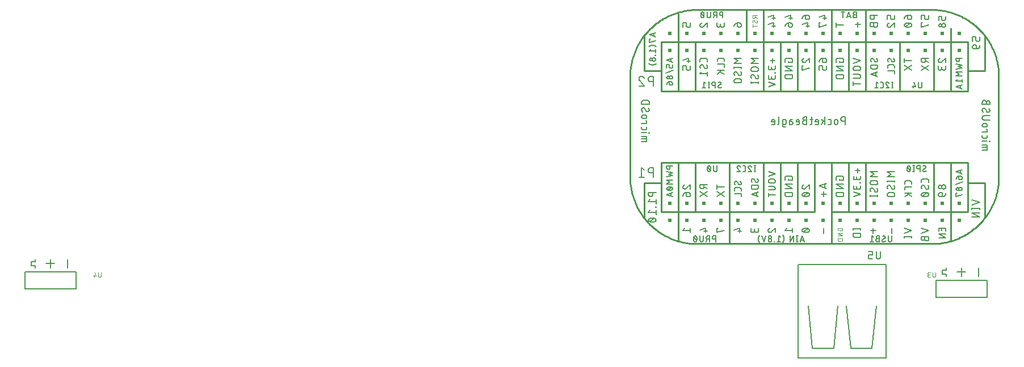
<source format=gbr>
G04 EAGLE Gerber RS-274X export*
G75*
%MOMM*%
%FSLAX34Y34*%
%LPD*%
%INSilkscreen Bottom*%
%IPPOS*%
%AMOC8*
5,1,8,0,0,1.08239X$1,22.5*%
G01*
%ADD10R,0.508000X0.508000*%
%ADD11C,0.254000*%
%ADD12C,0.127000*%
%ADD13C,0.101600*%
%ADD14C,0.152400*%
%ADD15C,0.203200*%


D10*
X1419000Y229900D03*
X1419000Y255300D03*
X1393600Y255300D03*
X1393600Y229900D03*
X1368200Y255300D03*
X1368200Y229900D03*
X1342800Y255300D03*
X1317400Y255300D03*
X1292000Y255300D03*
X1342800Y229900D03*
X1317400Y229900D03*
X1292000Y229900D03*
X1266600Y255300D03*
X1266600Y229900D03*
X1241200Y255300D03*
X1241200Y229900D03*
X1215800Y255300D03*
X1215800Y229900D03*
X1190400Y255300D03*
X1190400Y229900D03*
X1165000Y255300D03*
X1165000Y229900D03*
X1139600Y255300D03*
X1139600Y229900D03*
X1114200Y255300D03*
X1114200Y229900D03*
X1088800Y255300D03*
X1088800Y229900D03*
X1063400Y255300D03*
X1063400Y229900D03*
X1038000Y255300D03*
X1038000Y229900D03*
X1012600Y255300D03*
X1012600Y229900D03*
X987200Y255300D03*
X987200Y229900D03*
X1419000Y483900D03*
X1419000Y509300D03*
X1393600Y509300D03*
X1393600Y483900D03*
X1368200Y509300D03*
X1368200Y483900D03*
X1342800Y509300D03*
X1317400Y509300D03*
X1292000Y509300D03*
X1342800Y483900D03*
X1317400Y483900D03*
X1292000Y483900D03*
X1266600Y509300D03*
X1266600Y483900D03*
X1241200Y509300D03*
X1241200Y483900D03*
X1215800Y509300D03*
X1215800Y483900D03*
X1190400Y509300D03*
X1190400Y483900D03*
X1165000Y509300D03*
X1165000Y483900D03*
X1139600Y509300D03*
X1139600Y483900D03*
X1114200Y509300D03*
X1114200Y483900D03*
X1088800Y509300D03*
X1088800Y483900D03*
X1063400Y509300D03*
X1063400Y483900D03*
X1038000Y509300D03*
X1038000Y483900D03*
X1012600Y509300D03*
X1012600Y483900D03*
X987200Y509300D03*
X987200Y483900D03*
D11*
X1028100Y544600D02*
X1378100Y544600D01*
X1380516Y544571D01*
X1382931Y544483D01*
X1385343Y544337D01*
X1387751Y544133D01*
X1390154Y543871D01*
X1392549Y543551D01*
X1394936Y543173D01*
X1397313Y542737D01*
X1399678Y542244D01*
X1402032Y541694D01*
X1404371Y541088D01*
X1406695Y540425D01*
X1409002Y539706D01*
X1411291Y538931D01*
X1413560Y538102D01*
X1415809Y537217D01*
X1418036Y536279D01*
X1420240Y535287D01*
X1422419Y534243D01*
X1424572Y533146D01*
X1426698Y531997D01*
X1428796Y530797D01*
X1430864Y529547D01*
X1432901Y528247D01*
X1434906Y526898D01*
X1436879Y525502D01*
X1438816Y524058D01*
X1440719Y522567D01*
X1442584Y521032D01*
X1444412Y519451D01*
X1446202Y517827D01*
X1447951Y516160D01*
X1449660Y514451D01*
X1451327Y512702D01*
X1452951Y510912D01*
X1454532Y509084D01*
X1456067Y507219D01*
X1457558Y505316D01*
X1459002Y503379D01*
X1460398Y501406D01*
X1461747Y499401D01*
X1463047Y497364D01*
X1464297Y495296D01*
X1465497Y493198D01*
X1466646Y491072D01*
X1467743Y488919D01*
X1468787Y486740D01*
X1469779Y484536D01*
X1470717Y482309D01*
X1471602Y480060D01*
X1472431Y477791D01*
X1473206Y475502D01*
X1473925Y473195D01*
X1474588Y470871D01*
X1475194Y468532D01*
X1475744Y466178D01*
X1476237Y463813D01*
X1476673Y461436D01*
X1477051Y459049D01*
X1477371Y456654D01*
X1477633Y454251D01*
X1477837Y451843D01*
X1477983Y449431D01*
X1478071Y447016D01*
X1478100Y444600D01*
X1478100Y294600D01*
X1478071Y292184D01*
X1477983Y289769D01*
X1477837Y287357D01*
X1477633Y284949D01*
X1477371Y282546D01*
X1477051Y280151D01*
X1476673Y277764D01*
X1476237Y275387D01*
X1475744Y273022D01*
X1475194Y270668D01*
X1474588Y268329D01*
X1473925Y266005D01*
X1473206Y263698D01*
X1472431Y261409D01*
X1471602Y259140D01*
X1470717Y256891D01*
X1469779Y254664D01*
X1468787Y252460D01*
X1467743Y250281D01*
X1466646Y248128D01*
X1465497Y246002D01*
X1464297Y243904D01*
X1463047Y241836D01*
X1461747Y239799D01*
X1460398Y237794D01*
X1459002Y235821D01*
X1457558Y233884D01*
X1456067Y231981D01*
X1454532Y230116D01*
X1452951Y228288D01*
X1451327Y226498D01*
X1449660Y224749D01*
X1447951Y223040D01*
X1446202Y221373D01*
X1444412Y219749D01*
X1442584Y218168D01*
X1440719Y216633D01*
X1438816Y215142D01*
X1436879Y213698D01*
X1434906Y212302D01*
X1432901Y210953D01*
X1430864Y209653D01*
X1428796Y208403D01*
X1426698Y207203D01*
X1424572Y206054D01*
X1422419Y204957D01*
X1420240Y203913D01*
X1418036Y202921D01*
X1415809Y201983D01*
X1413560Y201098D01*
X1411291Y200269D01*
X1409002Y199494D01*
X1406695Y198775D01*
X1404371Y198112D01*
X1402032Y197506D01*
X1399678Y196956D01*
X1397313Y196463D01*
X1394936Y196027D01*
X1392549Y195649D01*
X1390154Y195329D01*
X1387751Y195067D01*
X1385343Y194863D01*
X1382931Y194717D01*
X1380516Y194629D01*
X1378100Y194600D01*
X1028100Y194600D01*
X1025684Y194629D01*
X1023269Y194717D01*
X1020857Y194863D01*
X1018449Y195067D01*
X1016046Y195329D01*
X1013651Y195649D01*
X1011264Y196027D01*
X1008887Y196463D01*
X1006522Y196956D01*
X1004168Y197506D01*
X1001829Y198112D01*
X999505Y198775D01*
X997198Y199494D01*
X994909Y200269D01*
X992640Y201098D01*
X990391Y201983D01*
X988164Y202921D01*
X985960Y203913D01*
X983781Y204957D01*
X981628Y206054D01*
X979502Y207203D01*
X977404Y208403D01*
X975336Y209653D01*
X973299Y210953D01*
X971294Y212302D01*
X969321Y213698D01*
X967384Y215142D01*
X965481Y216633D01*
X963616Y218168D01*
X961788Y219749D01*
X959998Y221373D01*
X958249Y223040D01*
X956540Y224749D01*
X954873Y226498D01*
X953249Y228288D01*
X951668Y230116D01*
X950133Y231981D01*
X948642Y233884D01*
X947198Y235821D01*
X945802Y237794D01*
X944453Y239799D01*
X943153Y241836D01*
X941903Y243904D01*
X940703Y246002D01*
X939554Y248128D01*
X938457Y250281D01*
X937413Y252460D01*
X936421Y254664D01*
X935483Y256891D01*
X934598Y259140D01*
X933769Y261409D01*
X932994Y263698D01*
X932275Y266005D01*
X931612Y268329D01*
X931006Y270668D01*
X930456Y273022D01*
X929963Y275387D01*
X929527Y277764D01*
X929149Y280151D01*
X928829Y282546D01*
X928567Y284949D01*
X928363Y287357D01*
X928217Y289769D01*
X928129Y292184D01*
X928100Y294600D01*
X928100Y444600D01*
X928129Y447016D01*
X928217Y449431D01*
X928363Y451843D01*
X928567Y454251D01*
X928829Y456654D01*
X929149Y459049D01*
X929527Y461436D01*
X929963Y463813D01*
X930456Y466178D01*
X931006Y468532D01*
X931612Y470871D01*
X932275Y473195D01*
X932994Y475502D01*
X933769Y477791D01*
X934598Y480060D01*
X935483Y482309D01*
X936421Y484536D01*
X937413Y486740D01*
X938457Y488919D01*
X939554Y491072D01*
X940703Y493198D01*
X941903Y495296D01*
X943153Y497364D01*
X944453Y499401D01*
X945802Y501406D01*
X947198Y503379D01*
X948642Y505316D01*
X950133Y507219D01*
X951668Y509084D01*
X953249Y510912D01*
X954873Y512702D01*
X956540Y514451D01*
X958249Y516160D01*
X959998Y517827D01*
X961788Y519451D01*
X963616Y521032D01*
X965481Y522567D01*
X967384Y524058D01*
X969321Y525502D01*
X971294Y526898D01*
X973299Y528247D01*
X975336Y529547D01*
X977404Y530797D01*
X979502Y531997D01*
X981628Y533146D01*
X983781Y534243D01*
X985960Y535287D01*
X988164Y536279D01*
X990391Y537217D01*
X992640Y538102D01*
X994909Y538931D01*
X997198Y539706D01*
X999505Y540425D01*
X1001829Y541088D01*
X1004168Y541694D01*
X1006522Y542244D01*
X1008887Y542737D01*
X1011264Y543173D01*
X1013651Y543551D01*
X1016046Y543871D01*
X1018449Y544133D01*
X1020857Y544337D01*
X1023269Y544483D01*
X1025684Y544571D01*
X1028100Y544600D01*
X1228418Y242606D02*
X1253818Y242606D01*
X1279218Y242606D01*
X1380818Y242606D01*
X1406218Y242606D01*
X1203018Y242606D02*
X1203018Y316266D01*
X1203018Y242606D02*
X1177618Y242606D01*
X1152218Y242606D01*
X1126818Y242606D01*
X1076018Y242606D01*
X1025218Y242606D01*
X999818Y242606D01*
X1228418Y496606D02*
X1253818Y496606D01*
X1279218Y496606D01*
X1330018Y496606D01*
X1380818Y496606D01*
X1228418Y496606D02*
X1203018Y496606D01*
X1177618Y496606D01*
X1152218Y496606D01*
X1126818Y496606D01*
X1101418Y496606D01*
X1025218Y496606D01*
X999818Y496606D01*
X1406218Y242606D02*
X1406218Y199680D01*
X1228418Y195870D02*
X1228418Y242606D01*
X1076018Y242606D02*
X1076018Y195870D01*
X999818Y199680D02*
X999818Y242606D01*
X1025218Y242606D02*
X1025218Y316266D01*
X1076018Y316266D02*
X1076018Y242606D01*
X1126818Y242606D02*
X1126818Y316266D01*
X1228418Y316266D02*
X1228418Y242606D01*
X1380818Y242606D02*
X1380818Y316266D01*
X1380818Y422946D02*
X1380818Y496606D01*
X1330018Y496606D02*
X1330018Y422946D01*
X1279218Y422946D02*
X1279218Y496606D01*
X1228418Y496606D02*
X1228418Y422946D01*
X1279218Y496606D02*
X1279218Y543596D01*
X1228418Y543596D02*
X1228418Y496606D01*
X999818Y496606D02*
X999818Y538516D01*
X1101418Y543596D02*
X1101418Y496606D01*
X1126818Y496606D02*
X1126818Y422946D01*
X1025218Y422946D02*
X1025218Y496606D01*
X1177618Y316266D02*
X1177618Y242606D01*
X1177618Y422946D02*
X1177618Y496606D01*
D12*
X1184768Y206665D02*
X1187732Y197775D01*
X1181805Y197775D02*
X1184768Y206665D01*
X1182546Y199998D02*
X1186991Y199998D01*
X1177453Y197775D02*
X1177453Y206665D01*
X1178441Y197775D02*
X1176465Y197775D01*
X1176465Y206665D02*
X1178441Y206665D01*
X1172303Y206665D02*
X1172303Y197775D01*
X1167364Y197775D02*
X1172303Y206665D01*
X1167364Y206665D02*
X1167364Y197775D01*
X1157989Y202220D02*
X1157987Y202423D01*
X1157979Y202627D01*
X1157967Y202830D01*
X1157950Y203033D01*
X1157928Y203235D01*
X1157901Y203436D01*
X1157869Y203637D01*
X1157833Y203837D01*
X1157792Y204037D01*
X1157746Y204235D01*
X1157695Y204432D01*
X1157639Y204628D01*
X1157579Y204822D01*
X1157514Y205015D01*
X1157444Y205206D01*
X1157370Y205395D01*
X1157292Y205583D01*
X1157209Y205769D01*
X1157121Y205952D01*
X1157029Y206134D01*
X1156933Y206313D01*
X1156832Y206490D01*
X1156727Y206664D01*
X1156618Y206836D01*
X1156505Y207005D01*
X1156388Y207171D01*
X1156267Y207335D01*
X1156142Y207495D01*
X1156013Y207653D01*
X1157989Y202220D02*
X1157987Y202017D01*
X1157979Y201813D01*
X1157967Y201610D01*
X1157950Y201407D01*
X1157928Y201205D01*
X1157901Y201004D01*
X1157869Y200803D01*
X1157833Y200603D01*
X1157792Y200403D01*
X1157746Y200205D01*
X1157695Y200008D01*
X1157639Y199812D01*
X1157579Y199618D01*
X1157514Y199425D01*
X1157444Y199234D01*
X1157370Y199045D01*
X1157292Y198857D01*
X1157209Y198671D01*
X1157121Y198488D01*
X1157029Y198306D01*
X1156933Y198127D01*
X1156832Y197950D01*
X1156727Y197776D01*
X1156618Y197604D01*
X1156505Y197435D01*
X1156388Y197269D01*
X1156267Y197105D01*
X1156142Y196945D01*
X1156013Y196787D01*
X1152186Y204689D02*
X1149717Y206665D01*
X1149717Y197775D01*
X1152186Y197775D02*
X1147247Y197775D01*
X1143563Y197775D02*
X1143563Y198269D01*
X1143069Y198269D01*
X1143069Y197775D01*
X1143563Y197775D01*
X1139384Y200244D02*
X1139382Y200342D01*
X1139376Y200440D01*
X1139366Y200538D01*
X1139353Y200635D01*
X1139335Y200732D01*
X1139314Y200828D01*
X1139289Y200922D01*
X1139260Y201016D01*
X1139228Y201109D01*
X1139191Y201200D01*
X1139152Y201290D01*
X1139108Y201378D01*
X1139061Y201464D01*
X1139011Y201549D01*
X1138958Y201631D01*
X1138901Y201711D01*
X1138841Y201789D01*
X1138778Y201864D01*
X1138712Y201937D01*
X1138643Y202007D01*
X1138572Y202074D01*
X1138498Y202139D01*
X1138421Y202200D01*
X1138342Y202259D01*
X1138261Y202314D01*
X1138178Y202366D01*
X1138092Y202414D01*
X1138005Y202459D01*
X1137916Y202501D01*
X1137826Y202539D01*
X1137734Y202573D01*
X1137641Y202604D01*
X1137546Y202631D01*
X1137451Y202654D01*
X1137354Y202674D01*
X1137258Y202689D01*
X1137160Y202701D01*
X1137062Y202709D01*
X1136964Y202713D01*
X1136866Y202713D01*
X1136768Y202709D01*
X1136670Y202701D01*
X1136572Y202689D01*
X1136476Y202674D01*
X1136379Y202654D01*
X1136284Y202631D01*
X1136189Y202604D01*
X1136096Y202573D01*
X1136004Y202539D01*
X1135914Y202501D01*
X1135825Y202459D01*
X1135738Y202414D01*
X1135652Y202366D01*
X1135569Y202314D01*
X1135488Y202259D01*
X1135409Y202200D01*
X1135332Y202139D01*
X1135258Y202074D01*
X1135187Y202007D01*
X1135118Y201937D01*
X1135052Y201864D01*
X1134989Y201789D01*
X1134929Y201711D01*
X1134872Y201631D01*
X1134819Y201549D01*
X1134769Y201464D01*
X1134722Y201378D01*
X1134678Y201290D01*
X1134639Y201200D01*
X1134602Y201109D01*
X1134570Y201016D01*
X1134541Y200922D01*
X1134516Y200828D01*
X1134495Y200732D01*
X1134477Y200635D01*
X1134464Y200538D01*
X1134454Y200440D01*
X1134448Y200342D01*
X1134446Y200244D01*
X1134448Y200146D01*
X1134454Y200048D01*
X1134464Y199950D01*
X1134477Y199853D01*
X1134495Y199756D01*
X1134516Y199660D01*
X1134541Y199566D01*
X1134570Y199472D01*
X1134602Y199379D01*
X1134639Y199288D01*
X1134678Y199198D01*
X1134722Y199110D01*
X1134769Y199024D01*
X1134819Y198939D01*
X1134872Y198857D01*
X1134929Y198777D01*
X1134989Y198699D01*
X1135052Y198624D01*
X1135118Y198551D01*
X1135187Y198481D01*
X1135258Y198414D01*
X1135332Y198349D01*
X1135409Y198288D01*
X1135488Y198229D01*
X1135569Y198174D01*
X1135652Y198122D01*
X1135738Y198074D01*
X1135825Y198029D01*
X1135914Y197987D01*
X1136004Y197949D01*
X1136096Y197915D01*
X1136189Y197884D01*
X1136284Y197857D01*
X1136379Y197834D01*
X1136476Y197814D01*
X1136572Y197799D01*
X1136670Y197787D01*
X1136768Y197779D01*
X1136866Y197775D01*
X1136964Y197775D01*
X1137062Y197779D01*
X1137160Y197787D01*
X1137258Y197799D01*
X1137354Y197814D01*
X1137451Y197834D01*
X1137546Y197857D01*
X1137641Y197884D01*
X1137734Y197915D01*
X1137826Y197949D01*
X1137916Y197987D01*
X1138005Y198029D01*
X1138092Y198074D01*
X1138178Y198122D01*
X1138261Y198174D01*
X1138342Y198229D01*
X1138421Y198288D01*
X1138498Y198349D01*
X1138572Y198414D01*
X1138643Y198481D01*
X1138712Y198551D01*
X1138778Y198624D01*
X1138841Y198699D01*
X1138901Y198777D01*
X1138958Y198857D01*
X1139011Y198939D01*
X1139061Y199024D01*
X1139108Y199110D01*
X1139152Y199198D01*
X1139191Y199288D01*
X1139228Y199379D01*
X1139260Y199472D01*
X1139289Y199566D01*
X1139314Y199660D01*
X1139335Y199756D01*
X1139353Y199853D01*
X1139366Y199950D01*
X1139376Y200048D01*
X1139382Y200146D01*
X1139384Y200244D01*
X1138891Y204689D02*
X1138889Y204776D01*
X1138883Y204864D01*
X1138874Y204951D01*
X1138860Y205037D01*
X1138843Y205123D01*
X1138822Y205207D01*
X1138797Y205291D01*
X1138768Y205374D01*
X1138736Y205455D01*
X1138701Y205535D01*
X1138662Y205613D01*
X1138619Y205690D01*
X1138573Y205764D01*
X1138524Y205836D01*
X1138472Y205906D01*
X1138416Y205974D01*
X1138358Y206039D01*
X1138297Y206102D01*
X1138233Y206161D01*
X1138166Y206218D01*
X1138098Y206272D01*
X1138026Y206323D01*
X1137953Y206370D01*
X1137878Y206415D01*
X1137800Y206456D01*
X1137721Y206493D01*
X1137641Y206527D01*
X1137559Y206557D01*
X1137476Y206584D01*
X1137391Y206607D01*
X1137306Y206626D01*
X1137220Y206641D01*
X1137133Y206653D01*
X1137046Y206661D01*
X1136959Y206665D01*
X1136871Y206665D01*
X1136784Y206661D01*
X1136697Y206653D01*
X1136610Y206641D01*
X1136524Y206626D01*
X1136439Y206607D01*
X1136354Y206584D01*
X1136271Y206557D01*
X1136189Y206527D01*
X1136109Y206493D01*
X1136030Y206456D01*
X1135952Y206415D01*
X1135877Y206370D01*
X1135804Y206323D01*
X1135732Y206272D01*
X1135664Y206218D01*
X1135597Y206161D01*
X1135533Y206102D01*
X1135472Y206039D01*
X1135414Y205974D01*
X1135358Y205906D01*
X1135306Y205836D01*
X1135257Y205764D01*
X1135211Y205690D01*
X1135168Y205613D01*
X1135129Y205535D01*
X1135094Y205455D01*
X1135062Y205374D01*
X1135033Y205291D01*
X1135008Y205207D01*
X1134987Y205123D01*
X1134970Y205037D01*
X1134956Y204951D01*
X1134947Y204864D01*
X1134941Y204776D01*
X1134939Y204689D01*
X1134941Y204602D01*
X1134947Y204514D01*
X1134956Y204427D01*
X1134970Y204341D01*
X1134987Y204255D01*
X1135008Y204171D01*
X1135033Y204087D01*
X1135062Y204004D01*
X1135094Y203923D01*
X1135129Y203843D01*
X1135168Y203765D01*
X1135211Y203688D01*
X1135257Y203614D01*
X1135306Y203542D01*
X1135358Y203472D01*
X1135414Y203404D01*
X1135472Y203339D01*
X1135533Y203276D01*
X1135597Y203217D01*
X1135664Y203160D01*
X1135732Y203106D01*
X1135804Y203055D01*
X1135877Y203008D01*
X1135952Y202963D01*
X1136030Y202922D01*
X1136109Y202885D01*
X1136189Y202851D01*
X1136271Y202821D01*
X1136354Y202794D01*
X1136439Y202771D01*
X1136524Y202752D01*
X1136610Y202737D01*
X1136697Y202725D01*
X1136784Y202717D01*
X1136871Y202713D01*
X1136959Y202713D01*
X1137046Y202717D01*
X1137133Y202725D01*
X1137220Y202737D01*
X1137306Y202752D01*
X1137391Y202771D01*
X1137476Y202794D01*
X1137559Y202821D01*
X1137641Y202851D01*
X1137721Y202885D01*
X1137800Y202922D01*
X1137878Y202963D01*
X1137953Y203008D01*
X1138026Y203055D01*
X1138098Y203106D01*
X1138166Y203160D01*
X1138233Y203217D01*
X1138297Y203276D01*
X1138358Y203339D01*
X1138416Y203404D01*
X1138472Y203472D01*
X1138524Y203542D01*
X1138573Y203614D01*
X1138619Y203688D01*
X1138662Y203765D01*
X1138701Y203843D01*
X1138736Y203923D01*
X1138768Y204004D01*
X1138797Y204087D01*
X1138822Y204171D01*
X1138843Y204255D01*
X1138860Y204341D01*
X1138874Y204427D01*
X1138883Y204514D01*
X1138889Y204602D01*
X1138891Y204689D01*
X1130734Y206665D02*
X1127771Y197775D01*
X1124808Y206665D01*
X1119498Y202220D02*
X1119500Y202017D01*
X1119508Y201813D01*
X1119520Y201610D01*
X1119537Y201407D01*
X1119559Y201205D01*
X1119586Y201004D01*
X1119618Y200803D01*
X1119654Y200603D01*
X1119695Y200403D01*
X1119741Y200205D01*
X1119792Y200008D01*
X1119848Y199812D01*
X1119908Y199618D01*
X1119973Y199425D01*
X1120043Y199234D01*
X1120117Y199045D01*
X1120195Y198857D01*
X1120278Y198671D01*
X1120366Y198488D01*
X1120458Y198306D01*
X1120554Y198127D01*
X1120655Y197950D01*
X1120760Y197776D01*
X1120869Y197604D01*
X1120982Y197435D01*
X1121099Y197269D01*
X1121220Y197105D01*
X1121345Y196945D01*
X1121474Y196787D01*
X1119498Y202220D02*
X1119500Y202423D01*
X1119508Y202627D01*
X1119520Y202830D01*
X1119537Y203033D01*
X1119559Y203235D01*
X1119586Y203436D01*
X1119618Y203637D01*
X1119654Y203837D01*
X1119695Y204037D01*
X1119741Y204235D01*
X1119792Y204432D01*
X1119848Y204628D01*
X1119908Y204822D01*
X1119973Y205015D01*
X1120043Y205206D01*
X1120117Y205395D01*
X1120195Y205583D01*
X1120278Y205769D01*
X1120366Y205952D01*
X1120458Y206134D01*
X1120554Y206313D01*
X1120655Y206490D01*
X1120760Y206664D01*
X1120869Y206836D01*
X1120982Y207005D01*
X1121099Y207171D01*
X1121220Y207335D01*
X1121345Y207495D01*
X1121474Y207653D01*
D13*
X1117801Y535869D02*
X1110689Y535869D01*
X1110689Y533893D01*
X1110691Y533806D01*
X1110697Y533718D01*
X1110706Y533631D01*
X1110720Y533545D01*
X1110737Y533459D01*
X1110758Y533375D01*
X1110783Y533291D01*
X1110812Y533208D01*
X1110844Y533127D01*
X1110879Y533047D01*
X1110918Y532969D01*
X1110961Y532892D01*
X1111007Y532818D01*
X1111056Y532746D01*
X1111108Y532676D01*
X1111164Y532608D01*
X1111222Y532543D01*
X1111283Y532480D01*
X1111347Y532421D01*
X1111414Y532364D01*
X1111482Y532310D01*
X1111554Y532259D01*
X1111627Y532212D01*
X1111702Y532167D01*
X1111780Y532126D01*
X1111859Y532089D01*
X1111939Y532055D01*
X1112021Y532025D01*
X1112104Y531998D01*
X1112189Y531975D01*
X1112274Y531956D01*
X1112360Y531941D01*
X1112447Y531929D01*
X1112534Y531921D01*
X1112621Y531917D01*
X1112709Y531917D01*
X1112796Y531921D01*
X1112883Y531929D01*
X1112970Y531941D01*
X1113056Y531956D01*
X1113141Y531975D01*
X1113226Y531998D01*
X1113309Y532025D01*
X1113391Y532055D01*
X1113471Y532089D01*
X1113550Y532126D01*
X1113628Y532167D01*
X1113703Y532212D01*
X1113776Y532259D01*
X1113848Y532310D01*
X1113916Y532364D01*
X1113983Y532421D01*
X1114047Y532480D01*
X1114108Y532543D01*
X1114166Y532608D01*
X1114222Y532676D01*
X1114274Y532746D01*
X1114323Y532818D01*
X1114369Y532892D01*
X1114412Y532969D01*
X1114451Y533047D01*
X1114486Y533127D01*
X1114518Y533208D01*
X1114547Y533291D01*
X1114572Y533375D01*
X1114593Y533459D01*
X1114610Y533545D01*
X1114624Y533631D01*
X1114633Y533718D01*
X1114639Y533806D01*
X1114641Y533893D01*
X1114640Y533893D02*
X1114640Y535869D01*
X1114640Y533498D02*
X1117801Y531918D01*
X1117801Y526487D02*
X1117799Y526409D01*
X1117793Y526332D01*
X1117784Y526255D01*
X1117771Y526179D01*
X1117754Y526103D01*
X1117733Y526028D01*
X1117709Y525955D01*
X1117681Y525882D01*
X1117649Y525811D01*
X1117614Y525742D01*
X1117576Y525675D01*
X1117535Y525609D01*
X1117490Y525546D01*
X1117442Y525485D01*
X1117392Y525426D01*
X1117338Y525370D01*
X1117282Y525316D01*
X1117223Y525266D01*
X1117162Y525218D01*
X1117099Y525173D01*
X1117033Y525132D01*
X1116966Y525094D01*
X1116897Y525059D01*
X1116826Y525027D01*
X1116753Y524999D01*
X1116680Y524975D01*
X1116605Y524954D01*
X1116529Y524937D01*
X1116453Y524924D01*
X1116376Y524915D01*
X1116299Y524909D01*
X1116221Y524907D01*
X1117801Y526487D02*
X1117799Y526602D01*
X1117793Y526716D01*
X1117783Y526830D01*
X1117770Y526944D01*
X1117752Y527057D01*
X1117730Y527170D01*
X1117705Y527282D01*
X1117676Y527393D01*
X1117643Y527502D01*
X1117606Y527611D01*
X1117566Y527718D01*
X1117522Y527824D01*
X1117474Y527928D01*
X1117423Y528031D01*
X1117368Y528131D01*
X1117310Y528230D01*
X1117248Y528327D01*
X1117184Y528421D01*
X1117116Y528514D01*
X1117044Y528604D01*
X1116970Y528691D01*
X1116893Y528776D01*
X1116813Y528858D01*
X1112269Y528661D02*
X1112191Y528659D01*
X1112114Y528653D01*
X1112037Y528644D01*
X1111961Y528631D01*
X1111885Y528614D01*
X1111810Y528593D01*
X1111736Y528569D01*
X1111664Y528541D01*
X1111593Y528509D01*
X1111524Y528474D01*
X1111456Y528436D01*
X1111391Y528395D01*
X1111327Y528350D01*
X1111266Y528302D01*
X1111207Y528251D01*
X1111151Y528198D01*
X1111098Y528142D01*
X1111047Y528083D01*
X1110999Y528022D01*
X1110954Y527958D01*
X1110913Y527893D01*
X1110875Y527825D01*
X1110840Y527756D01*
X1110808Y527685D01*
X1110780Y527613D01*
X1110756Y527539D01*
X1110735Y527464D01*
X1110718Y527388D01*
X1110705Y527312D01*
X1110696Y527235D01*
X1110690Y527158D01*
X1110688Y527080D01*
X1110689Y527080D02*
X1110691Y526974D01*
X1110697Y526868D01*
X1110706Y526763D01*
X1110719Y526658D01*
X1110736Y526553D01*
X1110757Y526449D01*
X1110781Y526346D01*
X1110809Y526244D01*
X1110841Y526143D01*
X1110876Y526043D01*
X1110915Y525945D01*
X1110958Y525847D01*
X1111003Y525752D01*
X1111052Y525658D01*
X1111105Y525566D01*
X1111161Y525476D01*
X1111220Y525388D01*
X1111282Y525302D01*
X1113652Y527870D02*
X1113610Y527937D01*
X1113565Y528002D01*
X1113516Y528065D01*
X1113465Y528126D01*
X1113410Y528183D01*
X1113353Y528238D01*
X1113293Y528291D01*
X1113231Y528340D01*
X1113166Y528386D01*
X1113100Y528428D01*
X1113031Y528468D01*
X1112960Y528504D01*
X1112887Y528536D01*
X1112813Y528565D01*
X1112738Y528590D01*
X1112662Y528611D01*
X1112584Y528629D01*
X1112506Y528642D01*
X1112427Y528652D01*
X1112348Y528658D01*
X1112269Y528660D01*
X1114838Y525697D02*
X1114880Y525630D01*
X1114925Y525565D01*
X1114974Y525502D01*
X1115025Y525441D01*
X1115080Y525384D01*
X1115137Y525329D01*
X1115197Y525276D01*
X1115259Y525227D01*
X1115324Y525181D01*
X1115390Y525139D01*
X1115459Y525099D01*
X1115530Y525063D01*
X1115603Y525031D01*
X1115677Y525002D01*
X1115752Y524977D01*
X1115828Y524956D01*
X1115906Y524938D01*
X1115984Y524925D01*
X1116063Y524915D01*
X1116142Y524909D01*
X1116221Y524907D01*
X1114838Y525697D02*
X1113652Y527870D01*
X1110689Y520299D02*
X1117801Y520299D01*
X1110689Y522274D02*
X1110689Y518323D01*
D14*
X1210257Y281129D02*
X1221433Y284855D01*
X1221433Y277404D02*
X1210257Y281129D01*
X1218639Y278335D02*
X1218639Y283923D01*
X1217087Y272663D02*
X1217087Y265212D01*
X1220812Y268937D02*
X1213361Y268937D01*
X1187651Y276642D02*
X1187547Y276644D01*
X1187442Y276650D01*
X1187338Y276660D01*
X1187235Y276673D01*
X1187132Y276691D01*
X1187029Y276712D01*
X1186928Y276737D01*
X1186827Y276766D01*
X1186728Y276799D01*
X1186630Y276835D01*
X1186534Y276875D01*
X1186439Y276919D01*
X1186345Y276966D01*
X1186254Y277016D01*
X1186165Y277070D01*
X1186077Y277127D01*
X1185992Y277188D01*
X1185909Y277252D01*
X1185829Y277318D01*
X1185751Y277388D01*
X1185675Y277460D01*
X1185603Y277536D01*
X1185533Y277614D01*
X1185467Y277694D01*
X1185403Y277777D01*
X1185342Y277862D01*
X1185285Y277950D01*
X1185231Y278039D01*
X1185181Y278130D01*
X1185134Y278224D01*
X1185090Y278319D01*
X1185050Y278415D01*
X1185014Y278513D01*
X1184981Y278612D01*
X1184952Y278713D01*
X1184927Y278814D01*
X1184906Y278917D01*
X1184888Y279020D01*
X1184875Y279123D01*
X1184865Y279227D01*
X1184859Y279332D01*
X1184857Y279436D01*
X1184859Y279555D01*
X1184865Y279673D01*
X1184875Y279792D01*
X1184888Y279910D01*
X1184906Y280027D01*
X1184928Y280144D01*
X1184953Y280260D01*
X1184982Y280375D01*
X1185015Y280490D01*
X1185052Y280603D01*
X1185092Y280714D01*
X1185136Y280825D01*
X1185184Y280933D01*
X1185235Y281040D01*
X1185290Y281146D01*
X1185349Y281249D01*
X1185410Y281351D01*
X1185475Y281450D01*
X1185544Y281548D01*
X1185615Y281642D01*
X1185690Y281735D01*
X1185767Y281825D01*
X1185848Y281912D01*
X1185931Y281997D01*
X1186017Y282079D01*
X1186106Y282158D01*
X1186197Y282234D01*
X1186291Y282307D01*
X1186387Y282376D01*
X1186486Y282443D01*
X1186586Y282506D01*
X1186689Y282566D01*
X1186793Y282623D01*
X1186900Y282675D01*
X1187008Y282725D01*
X1187117Y282771D01*
X1187229Y282813D01*
X1187341Y282851D01*
X1189824Y277573D02*
X1189750Y277498D01*
X1189673Y277426D01*
X1189594Y277356D01*
X1189512Y277289D01*
X1189428Y277225D01*
X1189342Y277164D01*
X1189254Y277106D01*
X1189163Y277051D01*
X1189071Y276999D01*
X1188977Y276951D01*
X1188882Y276906D01*
X1188784Y276864D01*
X1188686Y276826D01*
X1188586Y276791D01*
X1188485Y276760D01*
X1188383Y276733D01*
X1188280Y276709D01*
X1188177Y276688D01*
X1188072Y276672D01*
X1187967Y276659D01*
X1187862Y276649D01*
X1187757Y276644D01*
X1187651Y276642D01*
X1189824Y277573D02*
X1196033Y282851D01*
X1196033Y276642D01*
X1190445Y271421D02*
X1190225Y271418D01*
X1190005Y271411D01*
X1189786Y271397D01*
X1189567Y271379D01*
X1189348Y271355D01*
X1189130Y271327D01*
X1188913Y271293D01*
X1188697Y271254D01*
X1188481Y271209D01*
X1188267Y271160D01*
X1188054Y271105D01*
X1187842Y271046D01*
X1187632Y270981D01*
X1187424Y270911D01*
X1187217Y270837D01*
X1187012Y270757D01*
X1186809Y270673D01*
X1186608Y270584D01*
X1186409Y270490D01*
X1186409Y270489D02*
X1186320Y270456D01*
X1186232Y270420D01*
X1186146Y270380D01*
X1186061Y270337D01*
X1185979Y270290D01*
X1185898Y270239D01*
X1185820Y270186D01*
X1185744Y270129D01*
X1185670Y270069D01*
X1185599Y270006D01*
X1185530Y269941D01*
X1185464Y269872D01*
X1185402Y269801D01*
X1185342Y269727D01*
X1185285Y269651D01*
X1185231Y269573D01*
X1185181Y269492D01*
X1185134Y269410D01*
X1185091Y269325D01*
X1185051Y269239D01*
X1185014Y269151D01*
X1184982Y269062D01*
X1184953Y268972D01*
X1184927Y268880D01*
X1184906Y268788D01*
X1184888Y268694D01*
X1184875Y268600D01*
X1184865Y268506D01*
X1184859Y268411D01*
X1184857Y268316D01*
X1184859Y268221D01*
X1184865Y268126D01*
X1184875Y268032D01*
X1184888Y267938D01*
X1184906Y267844D01*
X1184927Y267752D01*
X1184953Y267660D01*
X1184982Y267570D01*
X1185014Y267481D01*
X1185051Y267393D01*
X1185091Y267307D01*
X1185134Y267222D01*
X1185181Y267140D01*
X1185231Y267059D01*
X1185285Y266981D01*
X1185342Y266905D01*
X1185402Y266831D01*
X1185464Y266760D01*
X1185530Y266691D01*
X1185599Y266626D01*
X1185670Y266563D01*
X1185744Y266503D01*
X1185820Y266446D01*
X1185898Y266393D01*
X1185979Y266342D01*
X1186061Y266295D01*
X1186146Y266252D01*
X1186232Y266212D01*
X1186320Y266176D01*
X1186409Y266143D01*
X1186608Y266049D01*
X1186809Y265960D01*
X1187012Y265876D01*
X1187217Y265796D01*
X1187424Y265722D01*
X1187632Y265652D01*
X1187842Y265587D01*
X1188054Y265528D01*
X1188267Y265473D01*
X1188481Y265424D01*
X1188697Y265379D01*
X1188913Y265340D01*
X1189130Y265306D01*
X1189348Y265278D01*
X1189567Y265254D01*
X1189786Y265236D01*
X1190005Y265222D01*
X1190225Y265215D01*
X1190445Y265212D01*
X1190445Y271421D02*
X1190665Y271418D01*
X1190885Y271411D01*
X1191104Y271397D01*
X1191323Y271379D01*
X1191542Y271355D01*
X1191760Y271327D01*
X1191977Y271293D01*
X1192193Y271254D01*
X1192409Y271209D01*
X1192623Y271160D01*
X1192836Y271105D01*
X1193048Y271046D01*
X1193258Y270981D01*
X1193466Y270911D01*
X1193673Y270837D01*
X1193878Y270757D01*
X1194081Y270673D01*
X1194282Y270584D01*
X1194481Y270490D01*
X1194481Y270489D02*
X1194570Y270456D01*
X1194658Y270420D01*
X1194744Y270380D01*
X1194829Y270337D01*
X1194911Y270290D01*
X1194992Y270239D01*
X1195070Y270186D01*
X1195146Y270129D01*
X1195220Y270069D01*
X1195291Y270006D01*
X1195360Y269941D01*
X1195426Y269872D01*
X1195488Y269801D01*
X1195548Y269727D01*
X1195605Y269651D01*
X1195659Y269573D01*
X1195709Y269492D01*
X1195756Y269410D01*
X1195799Y269325D01*
X1195839Y269239D01*
X1195876Y269151D01*
X1195908Y269062D01*
X1195937Y268972D01*
X1195963Y268880D01*
X1195984Y268788D01*
X1196002Y268694D01*
X1196015Y268600D01*
X1196025Y268506D01*
X1196031Y268411D01*
X1196033Y268316D01*
X1194481Y266143D02*
X1194282Y266049D01*
X1194081Y265960D01*
X1193878Y265876D01*
X1193673Y265796D01*
X1193466Y265722D01*
X1193258Y265652D01*
X1193048Y265587D01*
X1192836Y265528D01*
X1192623Y265473D01*
X1192409Y265424D01*
X1192193Y265379D01*
X1191977Y265340D01*
X1191760Y265306D01*
X1191542Y265278D01*
X1191323Y265254D01*
X1191104Y265236D01*
X1190885Y265222D01*
X1190665Y265215D01*
X1190445Y265212D01*
X1194481Y266143D02*
X1194570Y266176D01*
X1194658Y266212D01*
X1194744Y266252D01*
X1194829Y266295D01*
X1194911Y266342D01*
X1194992Y266393D01*
X1195070Y266446D01*
X1195146Y266503D01*
X1195220Y266563D01*
X1195291Y266626D01*
X1195360Y266691D01*
X1195426Y266760D01*
X1195488Y266831D01*
X1195548Y266905D01*
X1195605Y266981D01*
X1195659Y267059D01*
X1195709Y267140D01*
X1195756Y267222D01*
X1195799Y267307D01*
X1195839Y267393D01*
X1195876Y267481D01*
X1195908Y267570D01*
X1195937Y267660D01*
X1195963Y267752D01*
X1195984Y267844D01*
X1196002Y267938D01*
X1196015Y268032D01*
X1196025Y268126D01*
X1196031Y268221D01*
X1196033Y268316D01*
X1193549Y270800D02*
X1187341Y265833D01*
X1164424Y289596D02*
X1164424Y291459D01*
X1164424Y289596D02*
X1170633Y289596D01*
X1170633Y293321D01*
X1170631Y293419D01*
X1170625Y293516D01*
X1170616Y293613D01*
X1170602Y293710D01*
X1170585Y293806D01*
X1170564Y293901D01*
X1170540Y293995D01*
X1170511Y294089D01*
X1170479Y294181D01*
X1170444Y294272D01*
X1170405Y294361D01*
X1170362Y294449D01*
X1170316Y294535D01*
X1170267Y294619D01*
X1170214Y294701D01*
X1170159Y294781D01*
X1170100Y294859D01*
X1170038Y294934D01*
X1169973Y295007D01*
X1169905Y295077D01*
X1169835Y295145D01*
X1169762Y295210D01*
X1169687Y295272D01*
X1169609Y295331D01*
X1169529Y295386D01*
X1169447Y295439D01*
X1169363Y295488D01*
X1169277Y295534D01*
X1169189Y295577D01*
X1169100Y295616D01*
X1169009Y295651D01*
X1168917Y295683D01*
X1168823Y295712D01*
X1168729Y295736D01*
X1168634Y295757D01*
X1168538Y295774D01*
X1168441Y295788D01*
X1168344Y295797D01*
X1168247Y295803D01*
X1168149Y295805D01*
X1161941Y295805D01*
X1161843Y295803D01*
X1161746Y295797D01*
X1161649Y295788D01*
X1161552Y295774D01*
X1161456Y295757D01*
X1161361Y295736D01*
X1161267Y295712D01*
X1161173Y295683D01*
X1161081Y295651D01*
X1160990Y295616D01*
X1160901Y295577D01*
X1160813Y295534D01*
X1160727Y295488D01*
X1160643Y295439D01*
X1160561Y295386D01*
X1160481Y295331D01*
X1160403Y295272D01*
X1160328Y295210D01*
X1160255Y295145D01*
X1160185Y295077D01*
X1160117Y295007D01*
X1160052Y294934D01*
X1159990Y294859D01*
X1159931Y294781D01*
X1159876Y294701D01*
X1159823Y294619D01*
X1159774Y294535D01*
X1159728Y294449D01*
X1159685Y294361D01*
X1159646Y294272D01*
X1159611Y294181D01*
X1159579Y294089D01*
X1159550Y293995D01*
X1159526Y293901D01*
X1159505Y293806D01*
X1159488Y293710D01*
X1159474Y293613D01*
X1159465Y293516D01*
X1159459Y293419D01*
X1159457Y293321D01*
X1159457Y289596D01*
X1159457Y283613D02*
X1170633Y283613D01*
X1170633Y277404D02*
X1159457Y283613D01*
X1159457Y277404D02*
X1170633Y277404D01*
X1170633Y271421D02*
X1159457Y271421D01*
X1159457Y268316D01*
X1159459Y268208D01*
X1159465Y268099D01*
X1159474Y267992D01*
X1159487Y267884D01*
X1159504Y267777D01*
X1159525Y267671D01*
X1159549Y267565D01*
X1159577Y267460D01*
X1159609Y267357D01*
X1159644Y267254D01*
X1159683Y267153D01*
X1159725Y267053D01*
X1159771Y266955D01*
X1159820Y266859D01*
X1159873Y266764D01*
X1159929Y266671D01*
X1159988Y266580D01*
X1160050Y266492D01*
X1160115Y266405D01*
X1160183Y266321D01*
X1160254Y266239D01*
X1160328Y266160D01*
X1160405Y266083D01*
X1160484Y266009D01*
X1160566Y265938D01*
X1160650Y265870D01*
X1160737Y265805D01*
X1160825Y265743D01*
X1160916Y265684D01*
X1161009Y265628D01*
X1161104Y265575D01*
X1161200Y265526D01*
X1161299Y265480D01*
X1161398Y265438D01*
X1161499Y265399D01*
X1161602Y265364D01*
X1161705Y265332D01*
X1161810Y265304D01*
X1161916Y265280D01*
X1162022Y265259D01*
X1162129Y265242D01*
X1162237Y265229D01*
X1162345Y265220D01*
X1162453Y265214D01*
X1162561Y265212D01*
X1167529Y265212D01*
X1167640Y265214D01*
X1167750Y265220D01*
X1167861Y265230D01*
X1167971Y265244D01*
X1168080Y265261D01*
X1168189Y265283D01*
X1168297Y265308D01*
X1168403Y265338D01*
X1168509Y265371D01*
X1168614Y265408D01*
X1168717Y265448D01*
X1168818Y265493D01*
X1168918Y265540D01*
X1169017Y265592D01*
X1169113Y265647D01*
X1169207Y265705D01*
X1169299Y265766D01*
X1169389Y265831D01*
X1169477Y265899D01*
X1169562Y265970D01*
X1169644Y266044D01*
X1169724Y266121D01*
X1169801Y266201D01*
X1169875Y266283D01*
X1169946Y266368D01*
X1170014Y266456D01*
X1170079Y266546D01*
X1170140Y266638D01*
X1170198Y266732D01*
X1170253Y266828D01*
X1170305Y266927D01*
X1170352Y267027D01*
X1170397Y267128D01*
X1170437Y267231D01*
X1170474Y267336D01*
X1170507Y267442D01*
X1170537Y267548D01*
X1170562Y267656D01*
X1170584Y267765D01*
X1170601Y267874D01*
X1170615Y267984D01*
X1170625Y268095D01*
X1170631Y268205D01*
X1170633Y268316D01*
X1170633Y271421D01*
D12*
X1144725Y298768D02*
X1134565Y302155D01*
X1134565Y295381D02*
X1144725Y298768D01*
X1141903Y291303D02*
X1137387Y291303D01*
X1137281Y291301D01*
X1137176Y291295D01*
X1137071Y291285D01*
X1136966Y291271D01*
X1136862Y291254D01*
X1136759Y291232D01*
X1136657Y291207D01*
X1136555Y291178D01*
X1136455Y291145D01*
X1136356Y291108D01*
X1136259Y291068D01*
X1136163Y291024D01*
X1136068Y290976D01*
X1135976Y290925D01*
X1135886Y290870D01*
X1135797Y290813D01*
X1135711Y290752D01*
X1135628Y290687D01*
X1135546Y290620D01*
X1135468Y290550D01*
X1135392Y290476D01*
X1135318Y290400D01*
X1135248Y290322D01*
X1135181Y290240D01*
X1135116Y290157D01*
X1135055Y290071D01*
X1134998Y289982D01*
X1134943Y289892D01*
X1134892Y289800D01*
X1134844Y289705D01*
X1134800Y289609D01*
X1134760Y289512D01*
X1134723Y289413D01*
X1134690Y289313D01*
X1134661Y289211D01*
X1134636Y289109D01*
X1134614Y289006D01*
X1134597Y288902D01*
X1134583Y288797D01*
X1134573Y288692D01*
X1134567Y288587D01*
X1134565Y288481D01*
X1134567Y288375D01*
X1134573Y288270D01*
X1134583Y288165D01*
X1134597Y288060D01*
X1134614Y287956D01*
X1134636Y287853D01*
X1134661Y287751D01*
X1134690Y287649D01*
X1134723Y287549D01*
X1134760Y287450D01*
X1134800Y287353D01*
X1134844Y287257D01*
X1134892Y287162D01*
X1134943Y287070D01*
X1134998Y286980D01*
X1135055Y286891D01*
X1135116Y286805D01*
X1135181Y286722D01*
X1135248Y286640D01*
X1135318Y286562D01*
X1135392Y286486D01*
X1135468Y286412D01*
X1135546Y286342D01*
X1135628Y286275D01*
X1135711Y286210D01*
X1135797Y286149D01*
X1135886Y286092D01*
X1135976Y286037D01*
X1136068Y285986D01*
X1136163Y285938D01*
X1136259Y285894D01*
X1136356Y285854D01*
X1136455Y285817D01*
X1136555Y285784D01*
X1136657Y285755D01*
X1136759Y285730D01*
X1136862Y285708D01*
X1136966Y285691D01*
X1137071Y285677D01*
X1137176Y285667D01*
X1137281Y285661D01*
X1137387Y285659D01*
X1141903Y285659D01*
X1142009Y285661D01*
X1142114Y285667D01*
X1142219Y285677D01*
X1142324Y285691D01*
X1142428Y285708D01*
X1142531Y285730D01*
X1142633Y285755D01*
X1142735Y285784D01*
X1142835Y285817D01*
X1142934Y285854D01*
X1143031Y285894D01*
X1143127Y285938D01*
X1143222Y285986D01*
X1143314Y286037D01*
X1143404Y286092D01*
X1143493Y286149D01*
X1143579Y286210D01*
X1143662Y286275D01*
X1143744Y286342D01*
X1143822Y286412D01*
X1143898Y286486D01*
X1143972Y286562D01*
X1144042Y286640D01*
X1144109Y286722D01*
X1144174Y286805D01*
X1144235Y286891D01*
X1144292Y286980D01*
X1144347Y287070D01*
X1144398Y287162D01*
X1144446Y287257D01*
X1144490Y287353D01*
X1144530Y287450D01*
X1144567Y287549D01*
X1144600Y287649D01*
X1144629Y287751D01*
X1144654Y287853D01*
X1144676Y287956D01*
X1144693Y288060D01*
X1144707Y288165D01*
X1144717Y288270D01*
X1144723Y288375D01*
X1144725Y288481D01*
X1144723Y288587D01*
X1144717Y288692D01*
X1144707Y288797D01*
X1144693Y288902D01*
X1144676Y289006D01*
X1144654Y289109D01*
X1144629Y289211D01*
X1144600Y289313D01*
X1144567Y289413D01*
X1144530Y289512D01*
X1144490Y289609D01*
X1144446Y289705D01*
X1144398Y289800D01*
X1144347Y289892D01*
X1144292Y289982D01*
X1144235Y290071D01*
X1144174Y290157D01*
X1144109Y290240D01*
X1144042Y290322D01*
X1143972Y290400D01*
X1143898Y290476D01*
X1143822Y290550D01*
X1143744Y290620D01*
X1143662Y290687D01*
X1143579Y290752D01*
X1143493Y290813D01*
X1143404Y290870D01*
X1143314Y290925D01*
X1143222Y290976D01*
X1143127Y291024D01*
X1143031Y291068D01*
X1142934Y291108D01*
X1142835Y291145D01*
X1142735Y291178D01*
X1142633Y291207D01*
X1142531Y291232D01*
X1142428Y291254D01*
X1142324Y291271D01*
X1142219Y291285D01*
X1142114Y291295D01*
X1142009Y291301D01*
X1141903Y291303D01*
X1141903Y280674D02*
X1134565Y280674D01*
X1141903Y280673D02*
X1142009Y280671D01*
X1142114Y280665D01*
X1142219Y280655D01*
X1142324Y280641D01*
X1142428Y280624D01*
X1142531Y280602D01*
X1142633Y280577D01*
X1142735Y280548D01*
X1142835Y280515D01*
X1142934Y280478D01*
X1143031Y280438D01*
X1143127Y280394D01*
X1143222Y280346D01*
X1143314Y280295D01*
X1143404Y280240D01*
X1143493Y280183D01*
X1143579Y280122D01*
X1143662Y280057D01*
X1143744Y279990D01*
X1143822Y279920D01*
X1143898Y279846D01*
X1143972Y279770D01*
X1144042Y279692D01*
X1144109Y279610D01*
X1144174Y279527D01*
X1144235Y279441D01*
X1144292Y279352D01*
X1144347Y279262D01*
X1144398Y279170D01*
X1144446Y279075D01*
X1144490Y278979D01*
X1144530Y278882D01*
X1144567Y278783D01*
X1144600Y278683D01*
X1144629Y278581D01*
X1144654Y278479D01*
X1144676Y278376D01*
X1144693Y278272D01*
X1144707Y278167D01*
X1144717Y278062D01*
X1144723Y277957D01*
X1144725Y277851D01*
X1144723Y277745D01*
X1144717Y277640D01*
X1144707Y277535D01*
X1144693Y277430D01*
X1144676Y277326D01*
X1144654Y277223D01*
X1144629Y277121D01*
X1144600Y277019D01*
X1144567Y276919D01*
X1144530Y276820D01*
X1144490Y276723D01*
X1144446Y276627D01*
X1144398Y276532D01*
X1144347Y276440D01*
X1144292Y276350D01*
X1144235Y276261D01*
X1144174Y276175D01*
X1144109Y276092D01*
X1144042Y276010D01*
X1143972Y275932D01*
X1143898Y275856D01*
X1143822Y275782D01*
X1143744Y275712D01*
X1143662Y275645D01*
X1143579Y275580D01*
X1143493Y275519D01*
X1143404Y275462D01*
X1143314Y275407D01*
X1143222Y275356D01*
X1143127Y275308D01*
X1143031Y275264D01*
X1142934Y275224D01*
X1142835Y275187D01*
X1142735Y275154D01*
X1142633Y275125D01*
X1142531Y275100D01*
X1142428Y275078D01*
X1142324Y275061D01*
X1142219Y275047D01*
X1142114Y275037D01*
X1142009Y275031D01*
X1141903Y275029D01*
X1134565Y275029D01*
X1134565Y267907D02*
X1144725Y267907D01*
X1134565Y270729D02*
X1134565Y265085D01*
X1117067Y286566D02*
X1117160Y286568D01*
X1117253Y286574D01*
X1117346Y286583D01*
X1117439Y286597D01*
X1117530Y286614D01*
X1117621Y286635D01*
X1117711Y286660D01*
X1117800Y286688D01*
X1117888Y286720D01*
X1117974Y286756D01*
X1118059Y286795D01*
X1118142Y286838D01*
X1118223Y286884D01*
X1118302Y286934D01*
X1118379Y286986D01*
X1118454Y287042D01*
X1118526Y287101D01*
X1118596Y287163D01*
X1118664Y287227D01*
X1118728Y287295D01*
X1118790Y287365D01*
X1118849Y287437D01*
X1118905Y287512D01*
X1118957Y287589D01*
X1119007Y287668D01*
X1119053Y287749D01*
X1119096Y287832D01*
X1119135Y287917D01*
X1119171Y288003D01*
X1119203Y288091D01*
X1119231Y288180D01*
X1119256Y288270D01*
X1119277Y288361D01*
X1119294Y288452D01*
X1119308Y288545D01*
X1119317Y288638D01*
X1119323Y288731D01*
X1119325Y288824D01*
X1119323Y288959D01*
X1119317Y289093D01*
X1119308Y289227D01*
X1119295Y289361D01*
X1119278Y289494D01*
X1119257Y289627D01*
X1119232Y289759D01*
X1119204Y289891D01*
X1119172Y290022D01*
X1119137Y290151D01*
X1119097Y290280D01*
X1119054Y290407D01*
X1119008Y290534D01*
X1118958Y290659D01*
X1118905Y290782D01*
X1118848Y290904D01*
X1118787Y291024D01*
X1118724Y291143D01*
X1118657Y291259D01*
X1118586Y291374D01*
X1118513Y291486D01*
X1118436Y291597D01*
X1118356Y291705D01*
X1118274Y291811D01*
X1118188Y291915D01*
X1118099Y292016D01*
X1118008Y292115D01*
X1117914Y292211D01*
X1111423Y291929D02*
X1111330Y291927D01*
X1111237Y291921D01*
X1111144Y291912D01*
X1111051Y291898D01*
X1110960Y291881D01*
X1110869Y291860D01*
X1110779Y291835D01*
X1110690Y291807D01*
X1110602Y291775D01*
X1110516Y291739D01*
X1110431Y291700D01*
X1110348Y291657D01*
X1110267Y291611D01*
X1110188Y291561D01*
X1110111Y291509D01*
X1110036Y291453D01*
X1109964Y291394D01*
X1109894Y291332D01*
X1109826Y291268D01*
X1109762Y291200D01*
X1109700Y291130D01*
X1109641Y291058D01*
X1109585Y290983D01*
X1109533Y290906D01*
X1109483Y290827D01*
X1109437Y290746D01*
X1109394Y290663D01*
X1109355Y290578D01*
X1109319Y290492D01*
X1109287Y290404D01*
X1109259Y290315D01*
X1109234Y290225D01*
X1109213Y290134D01*
X1109196Y290043D01*
X1109182Y289950D01*
X1109173Y289857D01*
X1109167Y289764D01*
X1109165Y289671D01*
X1109167Y289541D01*
X1109173Y289412D01*
X1109183Y289282D01*
X1109197Y289153D01*
X1109215Y289025D01*
X1109236Y288897D01*
X1109262Y288770D01*
X1109292Y288644D01*
X1109325Y288518D01*
X1109362Y288394D01*
X1109403Y288271D01*
X1109448Y288149D01*
X1109496Y288029D01*
X1109549Y287910D01*
X1109604Y287793D01*
X1109664Y287678D01*
X1109727Y287564D01*
X1109793Y287453D01*
X1109862Y287343D01*
X1109935Y287236D01*
X1110012Y287131D01*
X1113398Y290799D02*
X1113348Y290880D01*
X1113295Y290959D01*
X1113239Y291036D01*
X1113179Y291110D01*
X1113116Y291181D01*
X1113050Y291250D01*
X1112982Y291317D01*
X1112911Y291380D01*
X1112837Y291440D01*
X1112761Y291497D01*
X1112682Y291551D01*
X1112602Y291602D01*
X1112519Y291649D01*
X1112434Y291693D01*
X1112348Y291733D01*
X1112260Y291770D01*
X1112171Y291803D01*
X1112080Y291832D01*
X1111988Y291857D01*
X1111896Y291879D01*
X1111802Y291896D01*
X1111708Y291910D01*
X1111613Y291920D01*
X1111518Y291926D01*
X1111423Y291928D01*
X1115091Y287695D02*
X1115142Y287614D01*
X1115195Y287535D01*
X1115251Y287458D01*
X1115311Y287384D01*
X1115374Y287313D01*
X1115440Y287244D01*
X1115508Y287177D01*
X1115579Y287114D01*
X1115653Y287054D01*
X1115729Y286997D01*
X1115808Y286943D01*
X1115888Y286892D01*
X1115971Y286845D01*
X1116055Y286801D01*
X1116142Y286761D01*
X1116230Y286724D01*
X1116319Y286691D01*
X1116410Y286662D01*
X1116501Y286637D01*
X1116594Y286615D01*
X1116688Y286598D01*
X1116782Y286584D01*
X1116877Y286574D01*
X1116972Y286568D01*
X1117067Y286566D01*
X1115092Y287695D02*
X1113398Y290800D01*
X1109165Y281924D02*
X1119325Y281924D01*
X1109165Y281924D02*
X1109165Y279102D01*
X1109167Y278996D01*
X1109173Y278891D01*
X1109183Y278786D01*
X1109197Y278681D01*
X1109214Y278577D01*
X1109236Y278474D01*
X1109261Y278372D01*
X1109290Y278270D01*
X1109323Y278170D01*
X1109360Y278071D01*
X1109400Y277974D01*
X1109444Y277878D01*
X1109492Y277783D01*
X1109543Y277691D01*
X1109598Y277601D01*
X1109655Y277512D01*
X1109716Y277426D01*
X1109781Y277343D01*
X1109848Y277261D01*
X1109918Y277183D01*
X1109992Y277107D01*
X1110068Y277033D01*
X1110146Y276963D01*
X1110228Y276896D01*
X1110311Y276831D01*
X1110397Y276770D01*
X1110486Y276713D01*
X1110576Y276658D01*
X1110668Y276607D01*
X1110763Y276559D01*
X1110859Y276515D01*
X1110956Y276475D01*
X1111055Y276438D01*
X1111155Y276405D01*
X1111257Y276376D01*
X1111359Y276351D01*
X1111462Y276329D01*
X1111566Y276312D01*
X1111671Y276298D01*
X1111776Y276288D01*
X1111881Y276282D01*
X1111987Y276280D01*
X1111987Y276279D02*
X1116503Y276279D01*
X1116609Y276281D01*
X1116714Y276287D01*
X1116819Y276297D01*
X1116924Y276311D01*
X1117028Y276328D01*
X1117131Y276350D01*
X1117233Y276375D01*
X1117335Y276404D01*
X1117435Y276437D01*
X1117534Y276474D01*
X1117632Y276514D01*
X1117727Y276558D01*
X1117822Y276606D01*
X1117914Y276657D01*
X1118004Y276712D01*
X1118093Y276769D01*
X1118179Y276830D01*
X1118262Y276895D01*
X1118344Y276962D01*
X1118422Y277032D01*
X1118498Y277106D01*
X1118572Y277182D01*
X1118642Y277260D01*
X1118709Y277342D01*
X1118774Y277425D01*
X1118835Y277511D01*
X1118892Y277600D01*
X1118947Y277690D01*
X1118998Y277782D01*
X1119046Y277877D01*
X1119090Y277973D01*
X1119130Y278070D01*
X1119167Y278169D01*
X1119200Y278269D01*
X1119229Y278371D01*
X1119254Y278473D01*
X1119276Y278576D01*
X1119293Y278680D01*
X1119307Y278785D01*
X1119317Y278890D01*
X1119323Y278996D01*
X1119325Y279101D01*
X1119325Y279102D02*
X1119325Y281924D01*
X1119325Y271858D02*
X1109165Y268472D01*
X1119325Y265085D01*
X1116785Y265932D02*
X1116785Y271012D01*
X1093925Y285098D02*
X1093923Y285005D01*
X1093917Y284912D01*
X1093908Y284819D01*
X1093894Y284726D01*
X1093877Y284635D01*
X1093856Y284544D01*
X1093831Y284454D01*
X1093803Y284365D01*
X1093771Y284277D01*
X1093735Y284191D01*
X1093696Y284106D01*
X1093653Y284023D01*
X1093607Y283942D01*
X1093557Y283863D01*
X1093505Y283786D01*
X1093449Y283711D01*
X1093390Y283639D01*
X1093328Y283569D01*
X1093264Y283501D01*
X1093196Y283437D01*
X1093126Y283375D01*
X1093054Y283316D01*
X1092979Y283260D01*
X1092902Y283208D01*
X1092823Y283158D01*
X1092742Y283112D01*
X1092659Y283069D01*
X1092574Y283030D01*
X1092488Y282994D01*
X1092400Y282962D01*
X1092311Y282934D01*
X1092221Y282909D01*
X1092130Y282888D01*
X1092039Y282871D01*
X1091946Y282857D01*
X1091853Y282848D01*
X1091760Y282842D01*
X1091667Y282840D01*
X1093925Y285098D02*
X1093923Y285233D01*
X1093917Y285367D01*
X1093908Y285501D01*
X1093895Y285635D01*
X1093878Y285768D01*
X1093857Y285901D01*
X1093832Y286033D01*
X1093804Y286165D01*
X1093772Y286296D01*
X1093737Y286425D01*
X1093697Y286554D01*
X1093654Y286681D01*
X1093608Y286808D01*
X1093558Y286933D01*
X1093505Y287056D01*
X1093448Y287178D01*
X1093387Y287298D01*
X1093324Y287417D01*
X1093257Y287533D01*
X1093186Y287648D01*
X1093113Y287760D01*
X1093036Y287871D01*
X1092956Y287979D01*
X1092874Y288085D01*
X1092788Y288189D01*
X1092699Y288290D01*
X1092608Y288389D01*
X1092514Y288485D01*
X1086023Y288202D02*
X1085930Y288200D01*
X1085837Y288194D01*
X1085744Y288185D01*
X1085651Y288171D01*
X1085560Y288154D01*
X1085469Y288133D01*
X1085379Y288108D01*
X1085290Y288080D01*
X1085202Y288048D01*
X1085116Y288012D01*
X1085031Y287973D01*
X1084948Y287930D01*
X1084867Y287884D01*
X1084788Y287834D01*
X1084711Y287782D01*
X1084636Y287726D01*
X1084564Y287667D01*
X1084494Y287605D01*
X1084426Y287541D01*
X1084362Y287473D01*
X1084300Y287403D01*
X1084241Y287331D01*
X1084185Y287256D01*
X1084133Y287179D01*
X1084083Y287100D01*
X1084037Y287019D01*
X1083994Y286936D01*
X1083955Y286851D01*
X1083919Y286765D01*
X1083887Y286677D01*
X1083859Y286588D01*
X1083834Y286498D01*
X1083813Y286407D01*
X1083796Y286316D01*
X1083782Y286223D01*
X1083773Y286130D01*
X1083767Y286037D01*
X1083765Y285944D01*
X1083767Y285814D01*
X1083773Y285685D01*
X1083783Y285555D01*
X1083797Y285426D01*
X1083815Y285298D01*
X1083836Y285170D01*
X1083862Y285043D01*
X1083892Y284917D01*
X1083925Y284791D01*
X1083962Y284667D01*
X1084003Y284544D01*
X1084048Y284422D01*
X1084096Y284302D01*
X1084149Y284183D01*
X1084204Y284066D01*
X1084264Y283951D01*
X1084327Y283837D01*
X1084393Y283726D01*
X1084462Y283616D01*
X1084535Y283509D01*
X1084612Y283404D01*
X1087998Y287073D02*
X1087948Y287154D01*
X1087895Y287233D01*
X1087839Y287310D01*
X1087779Y287384D01*
X1087716Y287455D01*
X1087650Y287524D01*
X1087582Y287591D01*
X1087511Y287654D01*
X1087437Y287714D01*
X1087361Y287771D01*
X1087282Y287825D01*
X1087202Y287876D01*
X1087119Y287923D01*
X1087034Y287967D01*
X1086948Y288007D01*
X1086860Y288044D01*
X1086771Y288077D01*
X1086680Y288106D01*
X1086588Y288131D01*
X1086496Y288153D01*
X1086402Y288170D01*
X1086308Y288184D01*
X1086213Y288194D01*
X1086118Y288200D01*
X1086023Y288202D01*
X1089691Y283969D02*
X1089742Y283888D01*
X1089795Y283809D01*
X1089851Y283732D01*
X1089911Y283658D01*
X1089974Y283587D01*
X1090040Y283518D01*
X1090108Y283451D01*
X1090179Y283388D01*
X1090253Y283328D01*
X1090329Y283271D01*
X1090408Y283217D01*
X1090488Y283166D01*
X1090571Y283119D01*
X1090655Y283075D01*
X1090742Y283035D01*
X1090830Y282998D01*
X1090919Y282965D01*
X1091010Y282936D01*
X1091101Y282911D01*
X1091194Y282889D01*
X1091288Y282872D01*
X1091382Y282858D01*
X1091477Y282848D01*
X1091572Y282842D01*
X1091667Y282840D01*
X1089692Y283969D02*
X1087998Y287073D01*
X1093925Y276318D02*
X1093925Y274060D01*
X1093925Y276318D02*
X1093923Y276411D01*
X1093917Y276504D01*
X1093908Y276597D01*
X1093894Y276690D01*
X1093877Y276781D01*
X1093856Y276872D01*
X1093831Y276962D01*
X1093803Y277051D01*
X1093771Y277139D01*
X1093735Y277225D01*
X1093696Y277310D01*
X1093653Y277393D01*
X1093607Y277474D01*
X1093557Y277553D01*
X1093505Y277630D01*
X1093449Y277705D01*
X1093390Y277777D01*
X1093328Y277847D01*
X1093264Y277915D01*
X1093196Y277979D01*
X1093126Y278041D01*
X1093054Y278100D01*
X1092979Y278156D01*
X1092902Y278208D01*
X1092823Y278258D01*
X1092742Y278304D01*
X1092659Y278347D01*
X1092574Y278386D01*
X1092488Y278422D01*
X1092400Y278454D01*
X1092311Y278482D01*
X1092221Y278507D01*
X1092130Y278528D01*
X1092039Y278545D01*
X1091946Y278559D01*
X1091853Y278568D01*
X1091760Y278574D01*
X1091667Y278576D01*
X1086023Y278576D01*
X1085930Y278574D01*
X1085837Y278568D01*
X1085744Y278559D01*
X1085651Y278545D01*
X1085560Y278528D01*
X1085469Y278507D01*
X1085379Y278482D01*
X1085290Y278454D01*
X1085202Y278422D01*
X1085116Y278386D01*
X1085031Y278347D01*
X1084948Y278304D01*
X1084867Y278258D01*
X1084788Y278208D01*
X1084711Y278156D01*
X1084636Y278100D01*
X1084564Y278041D01*
X1084494Y277979D01*
X1084426Y277915D01*
X1084362Y277847D01*
X1084300Y277777D01*
X1084241Y277705D01*
X1084185Y277630D01*
X1084133Y277553D01*
X1084083Y277474D01*
X1084037Y277393D01*
X1083994Y277310D01*
X1083955Y277225D01*
X1083919Y277139D01*
X1083887Y277051D01*
X1083859Y276962D01*
X1083834Y276872D01*
X1083813Y276781D01*
X1083796Y276690D01*
X1083782Y276597D01*
X1083773Y276505D01*
X1083767Y276411D01*
X1083765Y276318D01*
X1083765Y274060D01*
X1083765Y269601D02*
X1093925Y269601D01*
X1093925Y265085D01*
D14*
X1069033Y279605D02*
X1057857Y279605D01*
X1057857Y276501D02*
X1057857Y282710D01*
X1069033Y272663D02*
X1057857Y265212D01*
X1057857Y272663D02*
X1069033Y265212D01*
X1043633Y283380D02*
X1032457Y283380D01*
X1032457Y280275D01*
X1032459Y280164D01*
X1032465Y280054D01*
X1032475Y279943D01*
X1032489Y279833D01*
X1032506Y279724D01*
X1032528Y279615D01*
X1032553Y279507D01*
X1032583Y279401D01*
X1032616Y279295D01*
X1032653Y279190D01*
X1032693Y279087D01*
X1032738Y278986D01*
X1032785Y278886D01*
X1032837Y278787D01*
X1032892Y278691D01*
X1032950Y278597D01*
X1033011Y278505D01*
X1033076Y278415D01*
X1033144Y278327D01*
X1033215Y278242D01*
X1033289Y278160D01*
X1033366Y278080D01*
X1033446Y278003D01*
X1033528Y277929D01*
X1033613Y277858D01*
X1033701Y277790D01*
X1033791Y277725D01*
X1033883Y277664D01*
X1033977Y277606D01*
X1034073Y277551D01*
X1034172Y277499D01*
X1034272Y277452D01*
X1034373Y277407D01*
X1034476Y277367D01*
X1034581Y277330D01*
X1034687Y277297D01*
X1034793Y277267D01*
X1034901Y277242D01*
X1035010Y277220D01*
X1035119Y277203D01*
X1035229Y277189D01*
X1035340Y277179D01*
X1035450Y277173D01*
X1035561Y277171D01*
X1035672Y277173D01*
X1035782Y277179D01*
X1035893Y277189D01*
X1036003Y277203D01*
X1036112Y277220D01*
X1036221Y277242D01*
X1036329Y277267D01*
X1036435Y277297D01*
X1036541Y277330D01*
X1036646Y277367D01*
X1036749Y277407D01*
X1036850Y277452D01*
X1036950Y277499D01*
X1037049Y277551D01*
X1037145Y277606D01*
X1037239Y277664D01*
X1037331Y277725D01*
X1037421Y277790D01*
X1037509Y277858D01*
X1037594Y277929D01*
X1037676Y278003D01*
X1037756Y278080D01*
X1037833Y278160D01*
X1037907Y278242D01*
X1037978Y278327D01*
X1038046Y278415D01*
X1038111Y278505D01*
X1038172Y278597D01*
X1038230Y278691D01*
X1038285Y278787D01*
X1038337Y278886D01*
X1038384Y278986D01*
X1038429Y279087D01*
X1038469Y279190D01*
X1038506Y279295D01*
X1038539Y279401D01*
X1038569Y279507D01*
X1038594Y279615D01*
X1038616Y279724D01*
X1038633Y279833D01*
X1038647Y279943D01*
X1038657Y280054D01*
X1038663Y280164D01*
X1038665Y280275D01*
X1038666Y280275D02*
X1038666Y283380D01*
X1038666Y279654D02*
X1043633Y277171D01*
X1043633Y272663D02*
X1032457Y265212D01*
X1032457Y272663D02*
X1043633Y265212D01*
X1009851Y276642D02*
X1009747Y276644D01*
X1009642Y276650D01*
X1009538Y276660D01*
X1009435Y276673D01*
X1009332Y276691D01*
X1009229Y276712D01*
X1009128Y276737D01*
X1009027Y276766D01*
X1008928Y276799D01*
X1008830Y276835D01*
X1008734Y276875D01*
X1008639Y276919D01*
X1008545Y276966D01*
X1008454Y277016D01*
X1008365Y277070D01*
X1008277Y277127D01*
X1008192Y277188D01*
X1008109Y277252D01*
X1008029Y277318D01*
X1007951Y277388D01*
X1007875Y277460D01*
X1007803Y277536D01*
X1007733Y277614D01*
X1007667Y277694D01*
X1007603Y277777D01*
X1007542Y277862D01*
X1007485Y277950D01*
X1007431Y278039D01*
X1007381Y278130D01*
X1007334Y278224D01*
X1007290Y278319D01*
X1007250Y278415D01*
X1007214Y278513D01*
X1007181Y278612D01*
X1007152Y278713D01*
X1007127Y278814D01*
X1007106Y278917D01*
X1007088Y279020D01*
X1007075Y279123D01*
X1007065Y279227D01*
X1007059Y279332D01*
X1007057Y279436D01*
X1007059Y279555D01*
X1007065Y279673D01*
X1007075Y279792D01*
X1007088Y279910D01*
X1007106Y280027D01*
X1007128Y280144D01*
X1007153Y280260D01*
X1007182Y280375D01*
X1007215Y280490D01*
X1007252Y280603D01*
X1007292Y280714D01*
X1007336Y280825D01*
X1007384Y280933D01*
X1007435Y281040D01*
X1007490Y281146D01*
X1007549Y281249D01*
X1007610Y281351D01*
X1007675Y281450D01*
X1007744Y281548D01*
X1007815Y281642D01*
X1007890Y281735D01*
X1007967Y281825D01*
X1008048Y281912D01*
X1008131Y281997D01*
X1008217Y282079D01*
X1008306Y282158D01*
X1008397Y282234D01*
X1008491Y282307D01*
X1008587Y282376D01*
X1008686Y282443D01*
X1008786Y282506D01*
X1008889Y282566D01*
X1008993Y282623D01*
X1009100Y282675D01*
X1009208Y282725D01*
X1009317Y282771D01*
X1009429Y282813D01*
X1009541Y282851D01*
X1012024Y277573D02*
X1011950Y277498D01*
X1011873Y277426D01*
X1011794Y277356D01*
X1011712Y277289D01*
X1011628Y277225D01*
X1011542Y277164D01*
X1011454Y277106D01*
X1011363Y277051D01*
X1011271Y276999D01*
X1011177Y276951D01*
X1011082Y276906D01*
X1010984Y276864D01*
X1010886Y276826D01*
X1010786Y276791D01*
X1010685Y276760D01*
X1010583Y276733D01*
X1010480Y276709D01*
X1010377Y276688D01*
X1010272Y276672D01*
X1010167Y276659D01*
X1010062Y276649D01*
X1009957Y276644D01*
X1009851Y276642D01*
X1012024Y277573D02*
X1018233Y282851D01*
X1018233Y276642D01*
X1012024Y271421D02*
X1012024Y267696D01*
X1012026Y267598D01*
X1012032Y267501D01*
X1012041Y267404D01*
X1012055Y267307D01*
X1012072Y267211D01*
X1012093Y267116D01*
X1012117Y267022D01*
X1012146Y266928D01*
X1012178Y266836D01*
X1012213Y266745D01*
X1012252Y266656D01*
X1012295Y266568D01*
X1012341Y266482D01*
X1012390Y266398D01*
X1012443Y266316D01*
X1012498Y266236D01*
X1012557Y266158D01*
X1012619Y266083D01*
X1012684Y266010D01*
X1012752Y265940D01*
X1012822Y265872D01*
X1012895Y265807D01*
X1012970Y265745D01*
X1013048Y265686D01*
X1013128Y265631D01*
X1013210Y265578D01*
X1013294Y265529D01*
X1013380Y265483D01*
X1013468Y265440D01*
X1013557Y265401D01*
X1013648Y265366D01*
X1013740Y265334D01*
X1013834Y265305D01*
X1013928Y265281D01*
X1014023Y265260D01*
X1014119Y265243D01*
X1014216Y265229D01*
X1014313Y265220D01*
X1014410Y265214D01*
X1014508Y265212D01*
X1015129Y265212D01*
X1015240Y265214D01*
X1015350Y265220D01*
X1015461Y265230D01*
X1015571Y265244D01*
X1015680Y265261D01*
X1015789Y265283D01*
X1015897Y265308D01*
X1016003Y265338D01*
X1016109Y265371D01*
X1016214Y265408D01*
X1016317Y265448D01*
X1016418Y265493D01*
X1016518Y265540D01*
X1016617Y265592D01*
X1016713Y265647D01*
X1016807Y265705D01*
X1016899Y265766D01*
X1016989Y265831D01*
X1017077Y265899D01*
X1017162Y265970D01*
X1017244Y266044D01*
X1017324Y266121D01*
X1017401Y266201D01*
X1017475Y266283D01*
X1017546Y266368D01*
X1017614Y266456D01*
X1017679Y266546D01*
X1017740Y266638D01*
X1017798Y266732D01*
X1017853Y266828D01*
X1017905Y266927D01*
X1017952Y267027D01*
X1017997Y267128D01*
X1018037Y267231D01*
X1018074Y267336D01*
X1018107Y267442D01*
X1018137Y267548D01*
X1018162Y267656D01*
X1018184Y267765D01*
X1018201Y267874D01*
X1018215Y267984D01*
X1018225Y268095D01*
X1018231Y268205D01*
X1018233Y268316D01*
X1018231Y268427D01*
X1018225Y268537D01*
X1018215Y268648D01*
X1018201Y268758D01*
X1018184Y268867D01*
X1018162Y268976D01*
X1018137Y269084D01*
X1018107Y269190D01*
X1018074Y269296D01*
X1018037Y269401D01*
X1017997Y269504D01*
X1017952Y269605D01*
X1017905Y269705D01*
X1017853Y269804D01*
X1017798Y269900D01*
X1017740Y269994D01*
X1017679Y270086D01*
X1017614Y270176D01*
X1017546Y270264D01*
X1017475Y270349D01*
X1017401Y270431D01*
X1017324Y270511D01*
X1017244Y270588D01*
X1017162Y270662D01*
X1017077Y270733D01*
X1016989Y270801D01*
X1016899Y270866D01*
X1016807Y270927D01*
X1016713Y270985D01*
X1016617Y271040D01*
X1016518Y271092D01*
X1016418Y271139D01*
X1016317Y271184D01*
X1016214Y271224D01*
X1016109Y271261D01*
X1016003Y271294D01*
X1015897Y271324D01*
X1015789Y271349D01*
X1015680Y271371D01*
X1015571Y271388D01*
X1015461Y271402D01*
X1015350Y271412D01*
X1015240Y271418D01*
X1015129Y271420D01*
X1015129Y271421D02*
X1012024Y271421D01*
X1011885Y271419D01*
X1011746Y271413D01*
X1011607Y271403D01*
X1011468Y271390D01*
X1011330Y271372D01*
X1011192Y271351D01*
X1011055Y271326D01*
X1010919Y271296D01*
X1010783Y271264D01*
X1010649Y271227D01*
X1010516Y271186D01*
X1010384Y271142D01*
X1010253Y271094D01*
X1010123Y271043D01*
X1009995Y270988D01*
X1009869Y270929D01*
X1009744Y270867D01*
X1009621Y270801D01*
X1009500Y270732D01*
X1009381Y270660D01*
X1009265Y270584D01*
X1009150Y270505D01*
X1009037Y270423D01*
X1008927Y270337D01*
X1008819Y270249D01*
X1008714Y270158D01*
X1008612Y270063D01*
X1008512Y269966D01*
X1008415Y269866D01*
X1008320Y269764D01*
X1008229Y269659D01*
X1008141Y269551D01*
X1008055Y269441D01*
X1007973Y269328D01*
X1007894Y269214D01*
X1007818Y269097D01*
X1007746Y268978D01*
X1007677Y268857D01*
X1007611Y268734D01*
X1007549Y268609D01*
X1007490Y268483D01*
X1007435Y268355D01*
X1007384Y268225D01*
X1007336Y268095D01*
X1007292Y267962D01*
X1007251Y267829D01*
X1007214Y267695D01*
X1007182Y267559D01*
X1007152Y267423D01*
X1007127Y267286D01*
X1007106Y267148D01*
X1007088Y267010D01*
X1007075Y266872D01*
X1007065Y266733D01*
X1007059Y266593D01*
X1007057Y266454D01*
X1240624Y289596D02*
X1240624Y291459D01*
X1240624Y289596D02*
X1246833Y289596D01*
X1246833Y293321D01*
X1246831Y293419D01*
X1246825Y293516D01*
X1246816Y293613D01*
X1246802Y293710D01*
X1246785Y293806D01*
X1246764Y293901D01*
X1246740Y293995D01*
X1246711Y294089D01*
X1246679Y294181D01*
X1246644Y294272D01*
X1246605Y294361D01*
X1246562Y294449D01*
X1246516Y294535D01*
X1246467Y294619D01*
X1246414Y294701D01*
X1246359Y294781D01*
X1246300Y294859D01*
X1246238Y294934D01*
X1246173Y295007D01*
X1246105Y295077D01*
X1246035Y295145D01*
X1245962Y295210D01*
X1245887Y295272D01*
X1245809Y295331D01*
X1245729Y295386D01*
X1245647Y295439D01*
X1245563Y295488D01*
X1245477Y295534D01*
X1245389Y295577D01*
X1245300Y295616D01*
X1245209Y295651D01*
X1245117Y295683D01*
X1245023Y295712D01*
X1244929Y295736D01*
X1244834Y295757D01*
X1244738Y295774D01*
X1244641Y295788D01*
X1244544Y295797D01*
X1244447Y295803D01*
X1244349Y295805D01*
X1238141Y295805D01*
X1238043Y295803D01*
X1237946Y295797D01*
X1237849Y295788D01*
X1237752Y295774D01*
X1237656Y295757D01*
X1237561Y295736D01*
X1237467Y295712D01*
X1237373Y295683D01*
X1237281Y295651D01*
X1237190Y295616D01*
X1237101Y295577D01*
X1237013Y295534D01*
X1236927Y295488D01*
X1236843Y295439D01*
X1236761Y295386D01*
X1236681Y295331D01*
X1236603Y295272D01*
X1236528Y295210D01*
X1236455Y295145D01*
X1236385Y295077D01*
X1236317Y295007D01*
X1236252Y294934D01*
X1236190Y294859D01*
X1236131Y294781D01*
X1236076Y294701D01*
X1236023Y294619D01*
X1235974Y294535D01*
X1235928Y294449D01*
X1235885Y294361D01*
X1235846Y294272D01*
X1235811Y294181D01*
X1235779Y294089D01*
X1235750Y293995D01*
X1235726Y293901D01*
X1235705Y293806D01*
X1235688Y293710D01*
X1235674Y293613D01*
X1235665Y293516D01*
X1235659Y293419D01*
X1235657Y293321D01*
X1235657Y289596D01*
X1235657Y283613D02*
X1246833Y283613D01*
X1246833Y277404D02*
X1235657Y283613D01*
X1235657Y277404D02*
X1246833Y277404D01*
X1246833Y271421D02*
X1235657Y271421D01*
X1235657Y268316D01*
X1235659Y268208D01*
X1235665Y268099D01*
X1235674Y267992D01*
X1235687Y267884D01*
X1235704Y267777D01*
X1235725Y267671D01*
X1235749Y267565D01*
X1235777Y267460D01*
X1235809Y267357D01*
X1235844Y267254D01*
X1235883Y267153D01*
X1235925Y267053D01*
X1235971Y266955D01*
X1236020Y266859D01*
X1236073Y266764D01*
X1236129Y266671D01*
X1236188Y266580D01*
X1236250Y266492D01*
X1236315Y266405D01*
X1236383Y266321D01*
X1236454Y266239D01*
X1236528Y266160D01*
X1236605Y266083D01*
X1236684Y266009D01*
X1236766Y265938D01*
X1236850Y265870D01*
X1236937Y265805D01*
X1237025Y265743D01*
X1237116Y265684D01*
X1237209Y265628D01*
X1237304Y265575D01*
X1237400Y265526D01*
X1237499Y265480D01*
X1237598Y265438D01*
X1237699Y265399D01*
X1237802Y265364D01*
X1237905Y265332D01*
X1238010Y265304D01*
X1238116Y265280D01*
X1238222Y265259D01*
X1238329Y265242D01*
X1238437Y265229D01*
X1238545Y265220D01*
X1238653Y265214D01*
X1238761Y265212D01*
X1243729Y265212D01*
X1243840Y265214D01*
X1243950Y265220D01*
X1244061Y265230D01*
X1244171Y265244D01*
X1244280Y265261D01*
X1244389Y265283D01*
X1244497Y265308D01*
X1244603Y265338D01*
X1244709Y265371D01*
X1244814Y265408D01*
X1244917Y265448D01*
X1245018Y265493D01*
X1245118Y265540D01*
X1245217Y265592D01*
X1245313Y265647D01*
X1245407Y265705D01*
X1245499Y265766D01*
X1245589Y265831D01*
X1245677Y265899D01*
X1245762Y265970D01*
X1245844Y266044D01*
X1245924Y266121D01*
X1246001Y266201D01*
X1246075Y266283D01*
X1246146Y266368D01*
X1246214Y266456D01*
X1246279Y266546D01*
X1246340Y266638D01*
X1246398Y266732D01*
X1246453Y266828D01*
X1246505Y266927D01*
X1246552Y267027D01*
X1246597Y267128D01*
X1246637Y267231D01*
X1246674Y267336D01*
X1246707Y267442D01*
X1246737Y267548D01*
X1246762Y267656D01*
X1246784Y267765D01*
X1246801Y267874D01*
X1246815Y267984D01*
X1246825Y268095D01*
X1246831Y268205D01*
X1246833Y268316D01*
X1246833Y271421D01*
D12*
X1267774Y300747D02*
X1267774Y307520D01*
X1271161Y304133D02*
X1264387Y304133D01*
X1271725Y295983D02*
X1271725Y293160D01*
X1271723Y293054D01*
X1271717Y292949D01*
X1271707Y292844D01*
X1271693Y292739D01*
X1271676Y292635D01*
X1271654Y292532D01*
X1271629Y292430D01*
X1271600Y292328D01*
X1271567Y292228D01*
X1271530Y292129D01*
X1271490Y292032D01*
X1271446Y291936D01*
X1271398Y291841D01*
X1271347Y291749D01*
X1271292Y291659D01*
X1271235Y291570D01*
X1271174Y291484D01*
X1271109Y291401D01*
X1271042Y291319D01*
X1270972Y291241D01*
X1270898Y291165D01*
X1270822Y291091D01*
X1270744Y291021D01*
X1270662Y290954D01*
X1270579Y290889D01*
X1270493Y290828D01*
X1270404Y290771D01*
X1270314Y290716D01*
X1270222Y290665D01*
X1270127Y290617D01*
X1270031Y290573D01*
X1269934Y290533D01*
X1269835Y290496D01*
X1269735Y290463D01*
X1269633Y290434D01*
X1269531Y290409D01*
X1269428Y290387D01*
X1269324Y290370D01*
X1269219Y290356D01*
X1269114Y290346D01*
X1269009Y290340D01*
X1268903Y290338D01*
X1268797Y290340D01*
X1268692Y290346D01*
X1268587Y290356D01*
X1268482Y290370D01*
X1268378Y290387D01*
X1268275Y290409D01*
X1268173Y290434D01*
X1268071Y290463D01*
X1267971Y290496D01*
X1267872Y290533D01*
X1267775Y290573D01*
X1267679Y290617D01*
X1267584Y290665D01*
X1267492Y290716D01*
X1267402Y290771D01*
X1267313Y290828D01*
X1267227Y290889D01*
X1267144Y290954D01*
X1267062Y291021D01*
X1266984Y291091D01*
X1266908Y291165D01*
X1266834Y291241D01*
X1266764Y291319D01*
X1266697Y291401D01*
X1266632Y291484D01*
X1266571Y291570D01*
X1266514Y291659D01*
X1266459Y291749D01*
X1266408Y291841D01*
X1266360Y291936D01*
X1266316Y292032D01*
X1266276Y292129D01*
X1266239Y292228D01*
X1266206Y292328D01*
X1266177Y292430D01*
X1266152Y292532D01*
X1266130Y292635D01*
X1266113Y292739D01*
X1266099Y292844D01*
X1266089Y292949D01*
X1266083Y293054D01*
X1266081Y293160D01*
X1261565Y292596D02*
X1261565Y295983D01*
X1261565Y292596D02*
X1261567Y292503D01*
X1261573Y292410D01*
X1261582Y292317D01*
X1261596Y292224D01*
X1261613Y292133D01*
X1261634Y292042D01*
X1261659Y291952D01*
X1261687Y291863D01*
X1261719Y291775D01*
X1261755Y291689D01*
X1261794Y291604D01*
X1261837Y291521D01*
X1261883Y291440D01*
X1261933Y291361D01*
X1261985Y291284D01*
X1262041Y291209D01*
X1262100Y291137D01*
X1262162Y291067D01*
X1262226Y290999D01*
X1262294Y290935D01*
X1262364Y290873D01*
X1262436Y290814D01*
X1262511Y290758D01*
X1262588Y290706D01*
X1262667Y290656D01*
X1262748Y290610D01*
X1262831Y290567D01*
X1262916Y290528D01*
X1263002Y290492D01*
X1263090Y290460D01*
X1263179Y290432D01*
X1263269Y290407D01*
X1263360Y290386D01*
X1263451Y290369D01*
X1263544Y290355D01*
X1263637Y290346D01*
X1263730Y290340D01*
X1263823Y290338D01*
X1263916Y290340D01*
X1264009Y290346D01*
X1264102Y290355D01*
X1264195Y290369D01*
X1264286Y290386D01*
X1264377Y290407D01*
X1264467Y290432D01*
X1264556Y290460D01*
X1264644Y290492D01*
X1264730Y290528D01*
X1264815Y290567D01*
X1264898Y290610D01*
X1264979Y290656D01*
X1265058Y290706D01*
X1265135Y290758D01*
X1265210Y290814D01*
X1265282Y290873D01*
X1265352Y290935D01*
X1265420Y290999D01*
X1265484Y291067D01*
X1265546Y291137D01*
X1265605Y291209D01*
X1265661Y291284D01*
X1265713Y291361D01*
X1265763Y291440D01*
X1265809Y291521D01*
X1265852Y291604D01*
X1265891Y291689D01*
X1265927Y291775D01*
X1265959Y291863D01*
X1265987Y291952D01*
X1266012Y292042D01*
X1266033Y292133D01*
X1266050Y292224D01*
X1266064Y292317D01*
X1266073Y292410D01*
X1266079Y292503D01*
X1266081Y292596D01*
X1266081Y294854D01*
X1271161Y286242D02*
X1271725Y286242D01*
X1271161Y286242D02*
X1271161Y285677D01*
X1271725Y285677D01*
X1271725Y286242D01*
X1271725Y281581D02*
X1271725Y278759D01*
X1271723Y278653D01*
X1271717Y278548D01*
X1271707Y278443D01*
X1271693Y278338D01*
X1271676Y278234D01*
X1271654Y278131D01*
X1271629Y278029D01*
X1271600Y277927D01*
X1271567Y277827D01*
X1271530Y277728D01*
X1271490Y277631D01*
X1271446Y277535D01*
X1271398Y277440D01*
X1271347Y277348D01*
X1271292Y277258D01*
X1271235Y277169D01*
X1271174Y277083D01*
X1271109Y277000D01*
X1271042Y276918D01*
X1270972Y276840D01*
X1270898Y276764D01*
X1270822Y276690D01*
X1270744Y276620D01*
X1270662Y276553D01*
X1270579Y276488D01*
X1270493Y276427D01*
X1270404Y276370D01*
X1270314Y276315D01*
X1270222Y276264D01*
X1270127Y276216D01*
X1270031Y276172D01*
X1269934Y276132D01*
X1269835Y276095D01*
X1269735Y276062D01*
X1269633Y276033D01*
X1269531Y276008D01*
X1269428Y275986D01*
X1269324Y275969D01*
X1269219Y275955D01*
X1269114Y275945D01*
X1269009Y275939D01*
X1268903Y275937D01*
X1268797Y275939D01*
X1268692Y275945D01*
X1268587Y275955D01*
X1268482Y275969D01*
X1268378Y275986D01*
X1268275Y276008D01*
X1268173Y276033D01*
X1268071Y276062D01*
X1267971Y276095D01*
X1267872Y276132D01*
X1267775Y276172D01*
X1267679Y276216D01*
X1267584Y276264D01*
X1267492Y276315D01*
X1267402Y276370D01*
X1267313Y276427D01*
X1267227Y276488D01*
X1267144Y276553D01*
X1267062Y276620D01*
X1266984Y276690D01*
X1266908Y276764D01*
X1266834Y276840D01*
X1266764Y276918D01*
X1266697Y277000D01*
X1266632Y277083D01*
X1266571Y277169D01*
X1266514Y277258D01*
X1266459Y277348D01*
X1266408Y277440D01*
X1266360Y277535D01*
X1266316Y277631D01*
X1266276Y277728D01*
X1266239Y277827D01*
X1266206Y277927D01*
X1266177Y278029D01*
X1266152Y278131D01*
X1266130Y278234D01*
X1266113Y278338D01*
X1266099Y278443D01*
X1266089Y278548D01*
X1266083Y278653D01*
X1266081Y278759D01*
X1261565Y278194D02*
X1261565Y281581D01*
X1261565Y278194D02*
X1261567Y278101D01*
X1261573Y278008D01*
X1261582Y277915D01*
X1261596Y277822D01*
X1261613Y277731D01*
X1261634Y277640D01*
X1261659Y277550D01*
X1261687Y277461D01*
X1261719Y277373D01*
X1261755Y277287D01*
X1261794Y277202D01*
X1261837Y277119D01*
X1261883Y277038D01*
X1261933Y276959D01*
X1261985Y276882D01*
X1262041Y276807D01*
X1262100Y276735D01*
X1262162Y276665D01*
X1262226Y276597D01*
X1262294Y276533D01*
X1262364Y276471D01*
X1262436Y276412D01*
X1262511Y276356D01*
X1262588Y276304D01*
X1262667Y276254D01*
X1262748Y276208D01*
X1262831Y276165D01*
X1262916Y276126D01*
X1263002Y276090D01*
X1263090Y276058D01*
X1263179Y276030D01*
X1263269Y276005D01*
X1263360Y275984D01*
X1263451Y275967D01*
X1263544Y275953D01*
X1263637Y275944D01*
X1263730Y275938D01*
X1263823Y275936D01*
X1263916Y275938D01*
X1264009Y275944D01*
X1264102Y275953D01*
X1264195Y275967D01*
X1264286Y275984D01*
X1264377Y276005D01*
X1264467Y276030D01*
X1264556Y276058D01*
X1264644Y276090D01*
X1264730Y276126D01*
X1264815Y276165D01*
X1264898Y276208D01*
X1264979Y276254D01*
X1265058Y276304D01*
X1265135Y276356D01*
X1265210Y276412D01*
X1265282Y276471D01*
X1265352Y276533D01*
X1265420Y276597D01*
X1265484Y276665D01*
X1265546Y276735D01*
X1265605Y276807D01*
X1265661Y276882D01*
X1265713Y276959D01*
X1265763Y277038D01*
X1265809Y277119D01*
X1265852Y277202D01*
X1265891Y277287D01*
X1265927Y277373D01*
X1265959Y277461D01*
X1265987Y277550D01*
X1266012Y277640D01*
X1266033Y277731D01*
X1266050Y277822D01*
X1266064Y277915D01*
X1266073Y278008D01*
X1266079Y278101D01*
X1266081Y278194D01*
X1266081Y280452D01*
X1261565Y271858D02*
X1271725Y268472D01*
X1261565Y265085D01*
D14*
X1286457Y302564D02*
X1297633Y302564D01*
X1292666Y298839D02*
X1286457Y302564D01*
X1292666Y298839D02*
X1286457Y295113D01*
X1297633Y295113D01*
X1294529Y289370D02*
X1289561Y289370D01*
X1289450Y289368D01*
X1289340Y289362D01*
X1289229Y289352D01*
X1289119Y289338D01*
X1289010Y289321D01*
X1288901Y289299D01*
X1288793Y289274D01*
X1288687Y289244D01*
X1288581Y289211D01*
X1288476Y289174D01*
X1288373Y289134D01*
X1288272Y289089D01*
X1288172Y289042D01*
X1288073Y288990D01*
X1287977Y288935D01*
X1287883Y288877D01*
X1287791Y288816D01*
X1287701Y288751D01*
X1287613Y288683D01*
X1287528Y288612D01*
X1287446Y288538D01*
X1287366Y288461D01*
X1287289Y288381D01*
X1287215Y288299D01*
X1287144Y288214D01*
X1287076Y288126D01*
X1287011Y288036D01*
X1286950Y287944D01*
X1286892Y287850D01*
X1286837Y287754D01*
X1286785Y287655D01*
X1286738Y287555D01*
X1286693Y287454D01*
X1286653Y287351D01*
X1286616Y287246D01*
X1286583Y287140D01*
X1286553Y287034D01*
X1286528Y286926D01*
X1286506Y286817D01*
X1286489Y286708D01*
X1286475Y286598D01*
X1286465Y286487D01*
X1286459Y286377D01*
X1286457Y286266D01*
X1286459Y286155D01*
X1286465Y286045D01*
X1286475Y285934D01*
X1286489Y285824D01*
X1286506Y285715D01*
X1286528Y285606D01*
X1286553Y285498D01*
X1286583Y285392D01*
X1286616Y285286D01*
X1286653Y285181D01*
X1286693Y285078D01*
X1286738Y284977D01*
X1286785Y284877D01*
X1286837Y284778D01*
X1286892Y284682D01*
X1286950Y284588D01*
X1287011Y284496D01*
X1287076Y284406D01*
X1287144Y284318D01*
X1287215Y284233D01*
X1287289Y284151D01*
X1287366Y284071D01*
X1287446Y283994D01*
X1287528Y283920D01*
X1287613Y283849D01*
X1287701Y283781D01*
X1287791Y283716D01*
X1287883Y283655D01*
X1287977Y283597D01*
X1288073Y283542D01*
X1288172Y283490D01*
X1288272Y283443D01*
X1288373Y283398D01*
X1288476Y283358D01*
X1288581Y283321D01*
X1288687Y283288D01*
X1288793Y283258D01*
X1288901Y283233D01*
X1289010Y283211D01*
X1289119Y283194D01*
X1289229Y283180D01*
X1289340Y283170D01*
X1289450Y283164D01*
X1289561Y283162D01*
X1289561Y283161D02*
X1294529Y283161D01*
X1294529Y283162D02*
X1294640Y283164D01*
X1294750Y283170D01*
X1294861Y283180D01*
X1294971Y283194D01*
X1295080Y283211D01*
X1295189Y283233D01*
X1295297Y283258D01*
X1295403Y283288D01*
X1295509Y283321D01*
X1295614Y283358D01*
X1295717Y283398D01*
X1295818Y283443D01*
X1295918Y283490D01*
X1296017Y283542D01*
X1296113Y283597D01*
X1296207Y283655D01*
X1296299Y283716D01*
X1296389Y283781D01*
X1296477Y283849D01*
X1296562Y283920D01*
X1296644Y283994D01*
X1296724Y284071D01*
X1296801Y284151D01*
X1296875Y284233D01*
X1296946Y284318D01*
X1297014Y284406D01*
X1297079Y284496D01*
X1297140Y284588D01*
X1297198Y284682D01*
X1297253Y284778D01*
X1297305Y284877D01*
X1297352Y284977D01*
X1297397Y285078D01*
X1297437Y285181D01*
X1297474Y285286D01*
X1297507Y285392D01*
X1297537Y285498D01*
X1297562Y285606D01*
X1297584Y285715D01*
X1297601Y285824D01*
X1297615Y285934D01*
X1297625Y286045D01*
X1297631Y286155D01*
X1297633Y286266D01*
X1297631Y286377D01*
X1297625Y286487D01*
X1297615Y286598D01*
X1297601Y286708D01*
X1297584Y286817D01*
X1297562Y286926D01*
X1297537Y287034D01*
X1297507Y287140D01*
X1297474Y287246D01*
X1297437Y287351D01*
X1297397Y287454D01*
X1297352Y287555D01*
X1297305Y287655D01*
X1297253Y287754D01*
X1297198Y287850D01*
X1297140Y287944D01*
X1297079Y288036D01*
X1297014Y288126D01*
X1296946Y288214D01*
X1296875Y288299D01*
X1296801Y288381D01*
X1296724Y288461D01*
X1296644Y288538D01*
X1296562Y288612D01*
X1296477Y288683D01*
X1296389Y288751D01*
X1296299Y288816D01*
X1296207Y288877D01*
X1296113Y288935D01*
X1296017Y288990D01*
X1295918Y289042D01*
X1295818Y289089D01*
X1295717Y289134D01*
X1295614Y289174D01*
X1295509Y289211D01*
X1295403Y289244D01*
X1295297Y289274D01*
X1295189Y289299D01*
X1295080Y289321D01*
X1294971Y289338D01*
X1294861Y289352D01*
X1294750Y289362D01*
X1294640Y289368D01*
X1294529Y289370D01*
X1297633Y274596D02*
X1297631Y274499D01*
X1297625Y274401D01*
X1297616Y274304D01*
X1297602Y274207D01*
X1297585Y274111D01*
X1297564Y274016D01*
X1297540Y273922D01*
X1297511Y273828D01*
X1297479Y273736D01*
X1297444Y273645D01*
X1297405Y273556D01*
X1297362Y273468D01*
X1297316Y273382D01*
X1297267Y273298D01*
X1297214Y273216D01*
X1297159Y273136D01*
X1297100Y273058D01*
X1297038Y272983D01*
X1296973Y272910D01*
X1296905Y272840D01*
X1296835Y272772D01*
X1296762Y272707D01*
X1296687Y272645D01*
X1296609Y272586D01*
X1296529Y272531D01*
X1296447Y272478D01*
X1296363Y272429D01*
X1296277Y272383D01*
X1296189Y272340D01*
X1296100Y272301D01*
X1296009Y272266D01*
X1295917Y272234D01*
X1295823Y272205D01*
X1295729Y272181D01*
X1295634Y272160D01*
X1295538Y272143D01*
X1295441Y272129D01*
X1295344Y272120D01*
X1295247Y272114D01*
X1295149Y272112D01*
X1297633Y274596D02*
X1297631Y274739D01*
X1297625Y274882D01*
X1297616Y275024D01*
X1297602Y275166D01*
X1297584Y275308D01*
X1297563Y275449D01*
X1297538Y275590D01*
X1297509Y275730D01*
X1297476Y275869D01*
X1297440Y276007D01*
X1297399Y276144D01*
X1297355Y276280D01*
X1297308Y276415D01*
X1297256Y276548D01*
X1297201Y276680D01*
X1297143Y276810D01*
X1297081Y276939D01*
X1297015Y277066D01*
X1296946Y277191D01*
X1296874Y277314D01*
X1296798Y277435D01*
X1296720Y277554D01*
X1296637Y277671D01*
X1296552Y277786D01*
X1296464Y277898D01*
X1296372Y278008D01*
X1296278Y278115D01*
X1296181Y278220D01*
X1296081Y278322D01*
X1288941Y278011D02*
X1288843Y278009D01*
X1288746Y278003D01*
X1288649Y277994D01*
X1288552Y277980D01*
X1288456Y277963D01*
X1288361Y277942D01*
X1288267Y277918D01*
X1288173Y277889D01*
X1288081Y277857D01*
X1287990Y277822D01*
X1287901Y277783D01*
X1287813Y277740D01*
X1287727Y277694D01*
X1287643Y277645D01*
X1287561Y277592D01*
X1287481Y277537D01*
X1287403Y277478D01*
X1287328Y277416D01*
X1287255Y277351D01*
X1287185Y277283D01*
X1287117Y277213D01*
X1287052Y277140D01*
X1286990Y277065D01*
X1286931Y276987D01*
X1286876Y276907D01*
X1286823Y276825D01*
X1286774Y276741D01*
X1286728Y276655D01*
X1286685Y276567D01*
X1286646Y276478D01*
X1286611Y276387D01*
X1286579Y276295D01*
X1286550Y276201D01*
X1286526Y276107D01*
X1286505Y276012D01*
X1286488Y275916D01*
X1286474Y275819D01*
X1286465Y275722D01*
X1286459Y275625D01*
X1286457Y275527D01*
X1286459Y275397D01*
X1286464Y275267D01*
X1286473Y275137D01*
X1286486Y275007D01*
X1286502Y274878D01*
X1286522Y274749D01*
X1286546Y274621D01*
X1286573Y274493D01*
X1286604Y274367D01*
X1286638Y274241D01*
X1286676Y274116D01*
X1286717Y273993D01*
X1286762Y273870D01*
X1286810Y273749D01*
X1286861Y273629D01*
X1286916Y273511D01*
X1286974Y273395D01*
X1287035Y273280D01*
X1287100Y273166D01*
X1287167Y273055D01*
X1287238Y272946D01*
X1287312Y272838D01*
X1287388Y272733D01*
X1291114Y276768D02*
X1291063Y276851D01*
X1291009Y276932D01*
X1290952Y277010D01*
X1290892Y277086D01*
X1290829Y277160D01*
X1290763Y277231D01*
X1290695Y277300D01*
X1290624Y277366D01*
X1290551Y277430D01*
X1290475Y277490D01*
X1290397Y277547D01*
X1290316Y277602D01*
X1290234Y277653D01*
X1290150Y277701D01*
X1290064Y277746D01*
X1289976Y277788D01*
X1289887Y277826D01*
X1289797Y277860D01*
X1289705Y277892D01*
X1289612Y277919D01*
X1289518Y277943D01*
X1289423Y277964D01*
X1289327Y277980D01*
X1289231Y277993D01*
X1289135Y278003D01*
X1289038Y278008D01*
X1288941Y278010D01*
X1292976Y273355D02*
X1293027Y273272D01*
X1293081Y273191D01*
X1293138Y273113D01*
X1293198Y273037D01*
X1293261Y272963D01*
X1293327Y272892D01*
X1293395Y272823D01*
X1293466Y272757D01*
X1293539Y272693D01*
X1293615Y272633D01*
X1293693Y272576D01*
X1293774Y272521D01*
X1293856Y272470D01*
X1293940Y272422D01*
X1294026Y272377D01*
X1294114Y272335D01*
X1294203Y272297D01*
X1294293Y272263D01*
X1294385Y272231D01*
X1294478Y272204D01*
X1294572Y272180D01*
X1294667Y272159D01*
X1294763Y272143D01*
X1294859Y272130D01*
X1294955Y272120D01*
X1295052Y272115D01*
X1295149Y272113D01*
X1292976Y273354D02*
X1291114Y276769D01*
X1286457Y266454D02*
X1297633Y266454D01*
X1297633Y267696D02*
X1297633Y265212D01*
X1286457Y265212D02*
X1286457Y267696D01*
X1311857Y302141D02*
X1323033Y302141D01*
X1318066Y298415D02*
X1311857Y302141D01*
X1318066Y298415D02*
X1311857Y294690D01*
X1323033Y294690D01*
X1323033Y288128D02*
X1311857Y288128D01*
X1323033Y289370D02*
X1323033Y286887D01*
X1311857Y286887D02*
X1311857Y289370D01*
X1323033Y278745D02*
X1323031Y278648D01*
X1323025Y278550D01*
X1323016Y278453D01*
X1323002Y278356D01*
X1322985Y278260D01*
X1322964Y278165D01*
X1322940Y278071D01*
X1322911Y277977D01*
X1322879Y277885D01*
X1322844Y277794D01*
X1322805Y277705D01*
X1322762Y277617D01*
X1322716Y277531D01*
X1322667Y277447D01*
X1322614Y277365D01*
X1322559Y277285D01*
X1322500Y277207D01*
X1322438Y277132D01*
X1322373Y277059D01*
X1322305Y276989D01*
X1322235Y276921D01*
X1322162Y276856D01*
X1322087Y276794D01*
X1322009Y276735D01*
X1321929Y276680D01*
X1321847Y276627D01*
X1321763Y276578D01*
X1321677Y276532D01*
X1321589Y276489D01*
X1321500Y276450D01*
X1321409Y276415D01*
X1321317Y276383D01*
X1321223Y276354D01*
X1321129Y276330D01*
X1321034Y276309D01*
X1320938Y276292D01*
X1320841Y276278D01*
X1320744Y276269D01*
X1320647Y276263D01*
X1320549Y276261D01*
X1323033Y278745D02*
X1323031Y278888D01*
X1323025Y279031D01*
X1323016Y279173D01*
X1323002Y279315D01*
X1322984Y279457D01*
X1322963Y279598D01*
X1322938Y279739D01*
X1322909Y279879D01*
X1322876Y280018D01*
X1322840Y280156D01*
X1322799Y280293D01*
X1322755Y280429D01*
X1322708Y280564D01*
X1322656Y280697D01*
X1322601Y280829D01*
X1322543Y280959D01*
X1322481Y281088D01*
X1322415Y281215D01*
X1322346Y281340D01*
X1322274Y281463D01*
X1322198Y281584D01*
X1322120Y281703D01*
X1322037Y281820D01*
X1321952Y281935D01*
X1321864Y282047D01*
X1321772Y282157D01*
X1321678Y282264D01*
X1321581Y282369D01*
X1321481Y282471D01*
X1314341Y282160D02*
X1314243Y282158D01*
X1314146Y282152D01*
X1314049Y282143D01*
X1313952Y282129D01*
X1313856Y282112D01*
X1313761Y282091D01*
X1313667Y282067D01*
X1313573Y282038D01*
X1313481Y282006D01*
X1313390Y281971D01*
X1313301Y281932D01*
X1313213Y281889D01*
X1313127Y281843D01*
X1313043Y281794D01*
X1312961Y281741D01*
X1312881Y281686D01*
X1312803Y281627D01*
X1312728Y281565D01*
X1312655Y281500D01*
X1312585Y281432D01*
X1312517Y281362D01*
X1312452Y281289D01*
X1312390Y281214D01*
X1312331Y281136D01*
X1312276Y281056D01*
X1312223Y280974D01*
X1312174Y280890D01*
X1312128Y280804D01*
X1312085Y280716D01*
X1312046Y280627D01*
X1312011Y280536D01*
X1311979Y280444D01*
X1311950Y280350D01*
X1311926Y280256D01*
X1311905Y280161D01*
X1311888Y280065D01*
X1311874Y279968D01*
X1311865Y279871D01*
X1311859Y279774D01*
X1311857Y279676D01*
X1311859Y279546D01*
X1311864Y279416D01*
X1311873Y279286D01*
X1311886Y279156D01*
X1311902Y279027D01*
X1311922Y278898D01*
X1311946Y278770D01*
X1311973Y278642D01*
X1312004Y278516D01*
X1312038Y278390D01*
X1312076Y278265D01*
X1312117Y278142D01*
X1312162Y278019D01*
X1312210Y277898D01*
X1312261Y277778D01*
X1312316Y277660D01*
X1312374Y277544D01*
X1312435Y277429D01*
X1312500Y277315D01*
X1312567Y277204D01*
X1312638Y277095D01*
X1312712Y276987D01*
X1312788Y276882D01*
X1316514Y280917D02*
X1316463Y281000D01*
X1316409Y281081D01*
X1316352Y281159D01*
X1316292Y281235D01*
X1316229Y281309D01*
X1316163Y281380D01*
X1316095Y281449D01*
X1316024Y281515D01*
X1315951Y281579D01*
X1315875Y281639D01*
X1315797Y281696D01*
X1315716Y281751D01*
X1315634Y281802D01*
X1315550Y281850D01*
X1315464Y281895D01*
X1315376Y281937D01*
X1315287Y281975D01*
X1315197Y282009D01*
X1315105Y282041D01*
X1315012Y282068D01*
X1314918Y282092D01*
X1314823Y282113D01*
X1314727Y282129D01*
X1314631Y282142D01*
X1314535Y282152D01*
X1314438Y282157D01*
X1314341Y282159D01*
X1318376Y277503D02*
X1318427Y277420D01*
X1318481Y277339D01*
X1318538Y277261D01*
X1318598Y277185D01*
X1318661Y277111D01*
X1318727Y277040D01*
X1318795Y276971D01*
X1318866Y276905D01*
X1318939Y276841D01*
X1319015Y276781D01*
X1319093Y276724D01*
X1319174Y276669D01*
X1319256Y276618D01*
X1319340Y276570D01*
X1319426Y276525D01*
X1319514Y276483D01*
X1319603Y276445D01*
X1319693Y276411D01*
X1319785Y276379D01*
X1319878Y276352D01*
X1319972Y276328D01*
X1320067Y276307D01*
X1320163Y276291D01*
X1320259Y276278D01*
X1320355Y276268D01*
X1320452Y276263D01*
X1320549Y276261D01*
X1318376Y277503D02*
X1316514Y280918D01*
X1314961Y271421D02*
X1319929Y271421D01*
X1314961Y271420D02*
X1314850Y271418D01*
X1314740Y271412D01*
X1314629Y271402D01*
X1314519Y271388D01*
X1314410Y271371D01*
X1314301Y271349D01*
X1314193Y271324D01*
X1314087Y271294D01*
X1313981Y271261D01*
X1313876Y271224D01*
X1313773Y271184D01*
X1313672Y271139D01*
X1313572Y271092D01*
X1313473Y271040D01*
X1313377Y270985D01*
X1313283Y270927D01*
X1313191Y270866D01*
X1313101Y270801D01*
X1313013Y270733D01*
X1312928Y270662D01*
X1312846Y270588D01*
X1312766Y270511D01*
X1312689Y270431D01*
X1312615Y270349D01*
X1312544Y270264D01*
X1312476Y270176D01*
X1312411Y270086D01*
X1312350Y269994D01*
X1312292Y269900D01*
X1312237Y269804D01*
X1312185Y269705D01*
X1312138Y269605D01*
X1312093Y269504D01*
X1312053Y269401D01*
X1312016Y269296D01*
X1311983Y269190D01*
X1311953Y269084D01*
X1311928Y268976D01*
X1311906Y268867D01*
X1311889Y268758D01*
X1311875Y268648D01*
X1311865Y268537D01*
X1311859Y268427D01*
X1311857Y268316D01*
X1311859Y268205D01*
X1311865Y268095D01*
X1311875Y267984D01*
X1311889Y267874D01*
X1311906Y267765D01*
X1311928Y267656D01*
X1311953Y267548D01*
X1311983Y267442D01*
X1312016Y267336D01*
X1312053Y267231D01*
X1312093Y267128D01*
X1312138Y267027D01*
X1312185Y266927D01*
X1312237Y266828D01*
X1312292Y266732D01*
X1312350Y266638D01*
X1312411Y266546D01*
X1312476Y266456D01*
X1312544Y266368D01*
X1312615Y266283D01*
X1312689Y266201D01*
X1312766Y266121D01*
X1312846Y266044D01*
X1312928Y265970D01*
X1313013Y265899D01*
X1313101Y265831D01*
X1313191Y265766D01*
X1313283Y265705D01*
X1313377Y265647D01*
X1313473Y265592D01*
X1313572Y265540D01*
X1313672Y265493D01*
X1313773Y265448D01*
X1313876Y265408D01*
X1313981Y265371D01*
X1314087Y265338D01*
X1314193Y265308D01*
X1314301Y265283D01*
X1314410Y265261D01*
X1314519Y265244D01*
X1314629Y265230D01*
X1314740Y265220D01*
X1314850Y265214D01*
X1314961Y265212D01*
X1319929Y265212D01*
X1320040Y265214D01*
X1320150Y265220D01*
X1320261Y265230D01*
X1320371Y265244D01*
X1320480Y265261D01*
X1320589Y265283D01*
X1320697Y265308D01*
X1320803Y265338D01*
X1320909Y265371D01*
X1321014Y265408D01*
X1321117Y265448D01*
X1321218Y265493D01*
X1321318Y265540D01*
X1321417Y265592D01*
X1321513Y265647D01*
X1321607Y265705D01*
X1321699Y265766D01*
X1321789Y265831D01*
X1321877Y265899D01*
X1321962Y265970D01*
X1322044Y266044D01*
X1322124Y266121D01*
X1322201Y266201D01*
X1322275Y266283D01*
X1322346Y266368D01*
X1322414Y266456D01*
X1322479Y266546D01*
X1322540Y266638D01*
X1322598Y266732D01*
X1322653Y266828D01*
X1322705Y266927D01*
X1322752Y267027D01*
X1322797Y267128D01*
X1322837Y267231D01*
X1322874Y267336D01*
X1322907Y267442D01*
X1322937Y267548D01*
X1322962Y267656D01*
X1322984Y267765D01*
X1323001Y267874D01*
X1323015Y267984D01*
X1323025Y268095D01*
X1323031Y268205D01*
X1323033Y268316D01*
X1323031Y268427D01*
X1323025Y268537D01*
X1323015Y268648D01*
X1323001Y268758D01*
X1322984Y268867D01*
X1322962Y268976D01*
X1322937Y269084D01*
X1322907Y269190D01*
X1322874Y269296D01*
X1322837Y269401D01*
X1322797Y269504D01*
X1322752Y269605D01*
X1322705Y269705D01*
X1322653Y269804D01*
X1322598Y269900D01*
X1322540Y269994D01*
X1322479Y270086D01*
X1322414Y270176D01*
X1322346Y270264D01*
X1322275Y270349D01*
X1322201Y270431D01*
X1322124Y270511D01*
X1322044Y270588D01*
X1321962Y270662D01*
X1321877Y270733D01*
X1321789Y270801D01*
X1321699Y270866D01*
X1321607Y270927D01*
X1321513Y270985D01*
X1321417Y271040D01*
X1321318Y271092D01*
X1321218Y271139D01*
X1321117Y271184D01*
X1321014Y271224D01*
X1320909Y271261D01*
X1320803Y271294D01*
X1320697Y271324D01*
X1320589Y271349D01*
X1320480Y271371D01*
X1320371Y271388D01*
X1320261Y271402D01*
X1320150Y271412D01*
X1320040Y271418D01*
X1319929Y271420D01*
D12*
X1337765Y284262D02*
X1337765Y286520D01*
X1337767Y286613D01*
X1337773Y286706D01*
X1337782Y286799D01*
X1337796Y286892D01*
X1337813Y286983D01*
X1337834Y287074D01*
X1337859Y287164D01*
X1337887Y287253D01*
X1337919Y287341D01*
X1337955Y287427D01*
X1337994Y287512D01*
X1338037Y287595D01*
X1338083Y287676D01*
X1338133Y287755D01*
X1338185Y287832D01*
X1338241Y287907D01*
X1338300Y287979D01*
X1338362Y288049D01*
X1338426Y288117D01*
X1338494Y288181D01*
X1338564Y288243D01*
X1338636Y288302D01*
X1338711Y288358D01*
X1338788Y288410D01*
X1338867Y288460D01*
X1338948Y288506D01*
X1339031Y288549D01*
X1339116Y288588D01*
X1339202Y288624D01*
X1339290Y288656D01*
X1339379Y288684D01*
X1339469Y288709D01*
X1339560Y288730D01*
X1339651Y288747D01*
X1339744Y288761D01*
X1339837Y288770D01*
X1339930Y288776D01*
X1340023Y288778D01*
X1345667Y288778D01*
X1345760Y288776D01*
X1345853Y288770D01*
X1345946Y288761D01*
X1346039Y288747D01*
X1346130Y288730D01*
X1346221Y288709D01*
X1346311Y288684D01*
X1346400Y288656D01*
X1346488Y288624D01*
X1346574Y288588D01*
X1346659Y288549D01*
X1346742Y288506D01*
X1346823Y288460D01*
X1346902Y288410D01*
X1346979Y288358D01*
X1347054Y288302D01*
X1347126Y288243D01*
X1347196Y288181D01*
X1347264Y288117D01*
X1347328Y288049D01*
X1347390Y287979D01*
X1347449Y287907D01*
X1347505Y287832D01*
X1347557Y287755D01*
X1347607Y287676D01*
X1347653Y287595D01*
X1347696Y287512D01*
X1347735Y287427D01*
X1347771Y287341D01*
X1347803Y287253D01*
X1347831Y287164D01*
X1347856Y287074D01*
X1347877Y286983D01*
X1347894Y286892D01*
X1347908Y286799D01*
X1347917Y286706D01*
X1347923Y286613D01*
X1347925Y286520D01*
X1347925Y284262D01*
X1347925Y279803D02*
X1337765Y279803D01*
X1337765Y275287D01*
X1337765Y270729D02*
X1347925Y270729D01*
X1347925Y265085D02*
X1341716Y270729D01*
X1343974Y268472D02*
X1337765Y265085D01*
D14*
X1373833Y286688D02*
X1373833Y289172D01*
X1373831Y289270D01*
X1373825Y289367D01*
X1373816Y289464D01*
X1373802Y289561D01*
X1373785Y289657D01*
X1373764Y289752D01*
X1373740Y289846D01*
X1373711Y289940D01*
X1373679Y290032D01*
X1373644Y290123D01*
X1373605Y290212D01*
X1373562Y290300D01*
X1373516Y290386D01*
X1373467Y290470D01*
X1373414Y290552D01*
X1373359Y290632D01*
X1373300Y290710D01*
X1373238Y290785D01*
X1373173Y290858D01*
X1373105Y290928D01*
X1373035Y290996D01*
X1372962Y291061D01*
X1372887Y291123D01*
X1372809Y291182D01*
X1372729Y291237D01*
X1372647Y291290D01*
X1372563Y291339D01*
X1372477Y291385D01*
X1372389Y291428D01*
X1372300Y291467D01*
X1372209Y291502D01*
X1372117Y291534D01*
X1372023Y291563D01*
X1371929Y291587D01*
X1371834Y291608D01*
X1371738Y291625D01*
X1371641Y291639D01*
X1371544Y291648D01*
X1371447Y291654D01*
X1371349Y291656D01*
X1371349Y291655D02*
X1365141Y291655D01*
X1365141Y291656D02*
X1365043Y291654D01*
X1364946Y291648D01*
X1364849Y291639D01*
X1364752Y291625D01*
X1364656Y291608D01*
X1364561Y291587D01*
X1364467Y291563D01*
X1364373Y291534D01*
X1364281Y291502D01*
X1364190Y291467D01*
X1364101Y291428D01*
X1364013Y291385D01*
X1363927Y291339D01*
X1363843Y291290D01*
X1363761Y291237D01*
X1363681Y291182D01*
X1363603Y291123D01*
X1363528Y291061D01*
X1363455Y290996D01*
X1363385Y290928D01*
X1363317Y290858D01*
X1363252Y290785D01*
X1363190Y290710D01*
X1363131Y290632D01*
X1363076Y290552D01*
X1363023Y290470D01*
X1362974Y290386D01*
X1362928Y290300D01*
X1362885Y290212D01*
X1362846Y290123D01*
X1362811Y290032D01*
X1362779Y289940D01*
X1362750Y289846D01*
X1362726Y289752D01*
X1362705Y289657D01*
X1362688Y289561D01*
X1362674Y289464D01*
X1362665Y289367D01*
X1362659Y289270D01*
X1362657Y289172D01*
X1362657Y286688D01*
X1371349Y276261D02*
X1371447Y276263D01*
X1371544Y276269D01*
X1371641Y276278D01*
X1371738Y276292D01*
X1371834Y276309D01*
X1371929Y276330D01*
X1372023Y276354D01*
X1372117Y276383D01*
X1372209Y276415D01*
X1372300Y276450D01*
X1372389Y276489D01*
X1372477Y276532D01*
X1372563Y276578D01*
X1372647Y276627D01*
X1372729Y276680D01*
X1372809Y276735D01*
X1372887Y276794D01*
X1372962Y276856D01*
X1373035Y276921D01*
X1373105Y276989D01*
X1373173Y277059D01*
X1373238Y277132D01*
X1373300Y277207D01*
X1373359Y277285D01*
X1373414Y277365D01*
X1373467Y277447D01*
X1373516Y277531D01*
X1373562Y277617D01*
X1373605Y277705D01*
X1373644Y277794D01*
X1373679Y277885D01*
X1373711Y277977D01*
X1373740Y278071D01*
X1373764Y278165D01*
X1373785Y278260D01*
X1373802Y278356D01*
X1373816Y278453D01*
X1373825Y278550D01*
X1373831Y278648D01*
X1373833Y278745D01*
X1373831Y278888D01*
X1373825Y279031D01*
X1373816Y279173D01*
X1373802Y279315D01*
X1373784Y279457D01*
X1373763Y279598D01*
X1373738Y279739D01*
X1373709Y279879D01*
X1373676Y280018D01*
X1373640Y280156D01*
X1373599Y280293D01*
X1373555Y280429D01*
X1373508Y280564D01*
X1373456Y280697D01*
X1373401Y280829D01*
X1373343Y280959D01*
X1373281Y281088D01*
X1373215Y281215D01*
X1373146Y281340D01*
X1373074Y281463D01*
X1372998Y281584D01*
X1372920Y281703D01*
X1372837Y281820D01*
X1372752Y281935D01*
X1372664Y282047D01*
X1372572Y282157D01*
X1372478Y282264D01*
X1372381Y282369D01*
X1372281Y282471D01*
X1365141Y282160D02*
X1365043Y282158D01*
X1364946Y282152D01*
X1364849Y282143D01*
X1364752Y282129D01*
X1364656Y282112D01*
X1364561Y282091D01*
X1364467Y282067D01*
X1364373Y282038D01*
X1364281Y282006D01*
X1364190Y281971D01*
X1364101Y281932D01*
X1364013Y281889D01*
X1363927Y281843D01*
X1363843Y281794D01*
X1363761Y281741D01*
X1363681Y281686D01*
X1363603Y281627D01*
X1363528Y281565D01*
X1363455Y281500D01*
X1363385Y281432D01*
X1363317Y281362D01*
X1363252Y281289D01*
X1363190Y281214D01*
X1363131Y281136D01*
X1363076Y281056D01*
X1363023Y280974D01*
X1362974Y280890D01*
X1362928Y280804D01*
X1362885Y280716D01*
X1362846Y280627D01*
X1362811Y280536D01*
X1362779Y280444D01*
X1362750Y280350D01*
X1362726Y280256D01*
X1362705Y280161D01*
X1362688Y280065D01*
X1362674Y279968D01*
X1362665Y279871D01*
X1362659Y279774D01*
X1362657Y279676D01*
X1362659Y279546D01*
X1362664Y279416D01*
X1362673Y279286D01*
X1362686Y279156D01*
X1362702Y279027D01*
X1362722Y278898D01*
X1362746Y278770D01*
X1362773Y278642D01*
X1362804Y278516D01*
X1362838Y278390D01*
X1362876Y278265D01*
X1362917Y278142D01*
X1362962Y278019D01*
X1363010Y277898D01*
X1363061Y277778D01*
X1363116Y277660D01*
X1363174Y277544D01*
X1363235Y277429D01*
X1363300Y277315D01*
X1363367Y277204D01*
X1363438Y277095D01*
X1363512Y276987D01*
X1363588Y276882D01*
X1367314Y280917D02*
X1367263Y281000D01*
X1367209Y281081D01*
X1367152Y281159D01*
X1367092Y281235D01*
X1367029Y281309D01*
X1366963Y281380D01*
X1366895Y281449D01*
X1366824Y281515D01*
X1366751Y281579D01*
X1366675Y281639D01*
X1366597Y281696D01*
X1366516Y281751D01*
X1366434Y281802D01*
X1366350Y281850D01*
X1366264Y281895D01*
X1366176Y281937D01*
X1366087Y281975D01*
X1365997Y282009D01*
X1365905Y282041D01*
X1365812Y282068D01*
X1365718Y282092D01*
X1365623Y282113D01*
X1365527Y282129D01*
X1365431Y282142D01*
X1365335Y282152D01*
X1365238Y282157D01*
X1365141Y282159D01*
X1369176Y277503D02*
X1369227Y277420D01*
X1369281Y277339D01*
X1369338Y277261D01*
X1369398Y277185D01*
X1369461Y277111D01*
X1369527Y277040D01*
X1369595Y276971D01*
X1369666Y276905D01*
X1369739Y276841D01*
X1369815Y276781D01*
X1369893Y276724D01*
X1369974Y276669D01*
X1370056Y276618D01*
X1370140Y276570D01*
X1370226Y276525D01*
X1370314Y276483D01*
X1370403Y276445D01*
X1370493Y276411D01*
X1370585Y276379D01*
X1370678Y276352D01*
X1370772Y276328D01*
X1370867Y276307D01*
X1370963Y276291D01*
X1371059Y276278D01*
X1371155Y276268D01*
X1371252Y276263D01*
X1371349Y276261D01*
X1369176Y277503D02*
X1367314Y280918D01*
X1368245Y271421D02*
X1368025Y271418D01*
X1367805Y271411D01*
X1367586Y271397D01*
X1367367Y271379D01*
X1367148Y271355D01*
X1366930Y271327D01*
X1366713Y271293D01*
X1366497Y271254D01*
X1366281Y271209D01*
X1366067Y271160D01*
X1365854Y271105D01*
X1365642Y271046D01*
X1365432Y270981D01*
X1365224Y270911D01*
X1365017Y270837D01*
X1364812Y270757D01*
X1364609Y270673D01*
X1364408Y270584D01*
X1364209Y270490D01*
X1364209Y270489D02*
X1364120Y270456D01*
X1364032Y270420D01*
X1363946Y270380D01*
X1363861Y270337D01*
X1363779Y270290D01*
X1363698Y270239D01*
X1363620Y270186D01*
X1363544Y270129D01*
X1363470Y270069D01*
X1363399Y270006D01*
X1363330Y269941D01*
X1363264Y269872D01*
X1363202Y269801D01*
X1363142Y269727D01*
X1363085Y269651D01*
X1363031Y269573D01*
X1362981Y269492D01*
X1362934Y269410D01*
X1362891Y269325D01*
X1362851Y269239D01*
X1362814Y269151D01*
X1362782Y269062D01*
X1362753Y268972D01*
X1362727Y268880D01*
X1362706Y268788D01*
X1362688Y268694D01*
X1362675Y268600D01*
X1362665Y268506D01*
X1362659Y268411D01*
X1362657Y268316D01*
X1362659Y268221D01*
X1362665Y268126D01*
X1362675Y268032D01*
X1362688Y267938D01*
X1362706Y267844D01*
X1362727Y267752D01*
X1362753Y267660D01*
X1362782Y267570D01*
X1362814Y267481D01*
X1362851Y267393D01*
X1362891Y267307D01*
X1362934Y267222D01*
X1362981Y267140D01*
X1363031Y267059D01*
X1363085Y266981D01*
X1363142Y266905D01*
X1363202Y266831D01*
X1363264Y266760D01*
X1363330Y266691D01*
X1363399Y266626D01*
X1363470Y266563D01*
X1363544Y266503D01*
X1363620Y266446D01*
X1363698Y266393D01*
X1363779Y266342D01*
X1363861Y266295D01*
X1363946Y266252D01*
X1364032Y266212D01*
X1364120Y266176D01*
X1364209Y266143D01*
X1364408Y266049D01*
X1364609Y265960D01*
X1364812Y265876D01*
X1365017Y265796D01*
X1365224Y265722D01*
X1365432Y265652D01*
X1365642Y265587D01*
X1365854Y265528D01*
X1366067Y265473D01*
X1366281Y265424D01*
X1366497Y265379D01*
X1366713Y265340D01*
X1366930Y265306D01*
X1367148Y265278D01*
X1367367Y265254D01*
X1367586Y265236D01*
X1367805Y265222D01*
X1368025Y265215D01*
X1368245Y265212D01*
X1368245Y271421D02*
X1368465Y271418D01*
X1368685Y271411D01*
X1368904Y271397D01*
X1369123Y271379D01*
X1369342Y271355D01*
X1369560Y271327D01*
X1369777Y271293D01*
X1369993Y271254D01*
X1370209Y271209D01*
X1370423Y271160D01*
X1370636Y271105D01*
X1370848Y271046D01*
X1371058Y270981D01*
X1371266Y270911D01*
X1371473Y270837D01*
X1371678Y270757D01*
X1371881Y270673D01*
X1372082Y270584D01*
X1372281Y270490D01*
X1372281Y270489D02*
X1372370Y270456D01*
X1372458Y270420D01*
X1372544Y270380D01*
X1372629Y270337D01*
X1372711Y270290D01*
X1372792Y270239D01*
X1372870Y270186D01*
X1372946Y270129D01*
X1373020Y270069D01*
X1373091Y270006D01*
X1373160Y269941D01*
X1373226Y269872D01*
X1373288Y269801D01*
X1373348Y269727D01*
X1373405Y269651D01*
X1373459Y269573D01*
X1373509Y269492D01*
X1373556Y269410D01*
X1373599Y269325D01*
X1373639Y269239D01*
X1373676Y269151D01*
X1373708Y269062D01*
X1373737Y268972D01*
X1373763Y268880D01*
X1373784Y268788D01*
X1373802Y268694D01*
X1373815Y268600D01*
X1373825Y268506D01*
X1373831Y268411D01*
X1373833Y268316D01*
X1372281Y266143D02*
X1372082Y266049D01*
X1371881Y265960D01*
X1371678Y265876D01*
X1371473Y265796D01*
X1371266Y265722D01*
X1371058Y265652D01*
X1370848Y265587D01*
X1370636Y265528D01*
X1370423Y265473D01*
X1370209Y265424D01*
X1369993Y265379D01*
X1369777Y265340D01*
X1369560Y265306D01*
X1369342Y265278D01*
X1369123Y265254D01*
X1368904Y265236D01*
X1368685Y265222D01*
X1368465Y265215D01*
X1368245Y265212D01*
X1372281Y266143D02*
X1372370Y266176D01*
X1372458Y266212D01*
X1372544Y266252D01*
X1372629Y266295D01*
X1372711Y266342D01*
X1372792Y266393D01*
X1372870Y266446D01*
X1372946Y266503D01*
X1373020Y266563D01*
X1373091Y266626D01*
X1373160Y266691D01*
X1373226Y266760D01*
X1373288Y266831D01*
X1373348Y266905D01*
X1373405Y266981D01*
X1373459Y267059D01*
X1373509Y267140D01*
X1373556Y267222D01*
X1373599Y267307D01*
X1373639Y267393D01*
X1373676Y267481D01*
X1373708Y267570D01*
X1373737Y267660D01*
X1373763Y267752D01*
X1373784Y267844D01*
X1373802Y267938D01*
X1373815Y268032D01*
X1373825Y268126D01*
X1373831Y268221D01*
X1373833Y268316D01*
X1371349Y270800D02*
X1365141Y265833D01*
X1396129Y276642D02*
X1396018Y276644D01*
X1395908Y276650D01*
X1395797Y276660D01*
X1395687Y276674D01*
X1395578Y276691D01*
X1395469Y276713D01*
X1395361Y276738D01*
X1395255Y276768D01*
X1395149Y276801D01*
X1395044Y276838D01*
X1394941Y276878D01*
X1394840Y276923D01*
X1394740Y276970D01*
X1394641Y277022D01*
X1394545Y277077D01*
X1394451Y277135D01*
X1394359Y277196D01*
X1394269Y277261D01*
X1394181Y277329D01*
X1394096Y277400D01*
X1394014Y277474D01*
X1393934Y277551D01*
X1393857Y277631D01*
X1393783Y277713D01*
X1393712Y277798D01*
X1393644Y277886D01*
X1393579Y277976D01*
X1393518Y278068D01*
X1393460Y278162D01*
X1393405Y278258D01*
X1393353Y278357D01*
X1393306Y278457D01*
X1393261Y278558D01*
X1393221Y278661D01*
X1393184Y278766D01*
X1393151Y278872D01*
X1393121Y278978D01*
X1393096Y279086D01*
X1393074Y279195D01*
X1393057Y279304D01*
X1393043Y279414D01*
X1393033Y279525D01*
X1393027Y279635D01*
X1393025Y279746D01*
X1393027Y279857D01*
X1393033Y279967D01*
X1393043Y280078D01*
X1393057Y280188D01*
X1393074Y280297D01*
X1393096Y280406D01*
X1393121Y280514D01*
X1393151Y280620D01*
X1393184Y280726D01*
X1393221Y280831D01*
X1393261Y280934D01*
X1393306Y281035D01*
X1393353Y281135D01*
X1393405Y281234D01*
X1393460Y281330D01*
X1393518Y281424D01*
X1393579Y281516D01*
X1393644Y281606D01*
X1393712Y281694D01*
X1393783Y281779D01*
X1393857Y281861D01*
X1393934Y281941D01*
X1394014Y282018D01*
X1394096Y282092D01*
X1394181Y282163D01*
X1394269Y282231D01*
X1394359Y282296D01*
X1394451Y282357D01*
X1394545Y282415D01*
X1394641Y282470D01*
X1394740Y282522D01*
X1394840Y282569D01*
X1394941Y282614D01*
X1395044Y282654D01*
X1395149Y282691D01*
X1395255Y282724D01*
X1395361Y282754D01*
X1395469Y282779D01*
X1395578Y282801D01*
X1395687Y282818D01*
X1395797Y282832D01*
X1395908Y282842D01*
X1396018Y282848D01*
X1396129Y282850D01*
X1396240Y282848D01*
X1396350Y282842D01*
X1396461Y282832D01*
X1396571Y282818D01*
X1396680Y282801D01*
X1396789Y282779D01*
X1396897Y282754D01*
X1397003Y282724D01*
X1397109Y282691D01*
X1397214Y282654D01*
X1397317Y282614D01*
X1397418Y282569D01*
X1397518Y282522D01*
X1397617Y282470D01*
X1397713Y282415D01*
X1397807Y282357D01*
X1397899Y282296D01*
X1397989Y282231D01*
X1398077Y282163D01*
X1398162Y282092D01*
X1398244Y282018D01*
X1398324Y281941D01*
X1398401Y281861D01*
X1398475Y281779D01*
X1398546Y281694D01*
X1398614Y281606D01*
X1398679Y281516D01*
X1398740Y281424D01*
X1398798Y281330D01*
X1398853Y281234D01*
X1398905Y281135D01*
X1398952Y281035D01*
X1398997Y280934D01*
X1399037Y280831D01*
X1399074Y280726D01*
X1399107Y280620D01*
X1399137Y280514D01*
X1399162Y280406D01*
X1399184Y280297D01*
X1399201Y280188D01*
X1399215Y280078D01*
X1399225Y279967D01*
X1399231Y279857D01*
X1399233Y279746D01*
X1399231Y279635D01*
X1399225Y279525D01*
X1399215Y279414D01*
X1399201Y279304D01*
X1399184Y279195D01*
X1399162Y279086D01*
X1399137Y278978D01*
X1399107Y278872D01*
X1399074Y278766D01*
X1399037Y278661D01*
X1398997Y278558D01*
X1398952Y278457D01*
X1398905Y278357D01*
X1398853Y278258D01*
X1398798Y278162D01*
X1398740Y278068D01*
X1398679Y277976D01*
X1398614Y277886D01*
X1398546Y277798D01*
X1398475Y277713D01*
X1398401Y277631D01*
X1398324Y277551D01*
X1398244Y277474D01*
X1398162Y277400D01*
X1398077Y277329D01*
X1397989Y277261D01*
X1397899Y277196D01*
X1397807Y277135D01*
X1397713Y277077D01*
X1397617Y277022D01*
X1397518Y276970D01*
X1397418Y276923D01*
X1397317Y276878D01*
X1397214Y276838D01*
X1397109Y276801D01*
X1397003Y276768D01*
X1396897Y276738D01*
X1396789Y276713D01*
X1396680Y276691D01*
X1396571Y276674D01*
X1396461Y276660D01*
X1396350Y276650D01*
X1396240Y276644D01*
X1396129Y276642D01*
X1390541Y277262D02*
X1390442Y277264D01*
X1390344Y277270D01*
X1390245Y277280D01*
X1390148Y277293D01*
X1390050Y277311D01*
X1389954Y277332D01*
X1389858Y277358D01*
X1389764Y277387D01*
X1389671Y277419D01*
X1389579Y277456D01*
X1389489Y277496D01*
X1389400Y277540D01*
X1389313Y277587D01*
X1389228Y277637D01*
X1389146Y277691D01*
X1389065Y277748D01*
X1388987Y277808D01*
X1388911Y277872D01*
X1388838Y277938D01*
X1388767Y278007D01*
X1388699Y278079D01*
X1388635Y278154D01*
X1388573Y278231D01*
X1388514Y278310D01*
X1388459Y278392D01*
X1388406Y278476D01*
X1388358Y278561D01*
X1388312Y278649D01*
X1388270Y278739D01*
X1388232Y278830D01*
X1388198Y278922D01*
X1388167Y279016D01*
X1388140Y279111D01*
X1388116Y279207D01*
X1388097Y279304D01*
X1388081Y279401D01*
X1388069Y279499D01*
X1388061Y279598D01*
X1388057Y279697D01*
X1388057Y279795D01*
X1388061Y279894D01*
X1388069Y279993D01*
X1388081Y280091D01*
X1388097Y280188D01*
X1388116Y280285D01*
X1388140Y280381D01*
X1388167Y280476D01*
X1388198Y280570D01*
X1388232Y280662D01*
X1388270Y280753D01*
X1388312Y280843D01*
X1388358Y280931D01*
X1388406Y281016D01*
X1388459Y281100D01*
X1388514Y281182D01*
X1388573Y281261D01*
X1388635Y281338D01*
X1388699Y281413D01*
X1388767Y281485D01*
X1388838Y281554D01*
X1388911Y281620D01*
X1388987Y281684D01*
X1389065Y281744D01*
X1389146Y281801D01*
X1389228Y281855D01*
X1389313Y281905D01*
X1389400Y281952D01*
X1389489Y281996D01*
X1389579Y282036D01*
X1389671Y282073D01*
X1389764Y282105D01*
X1389858Y282134D01*
X1389954Y282160D01*
X1390050Y282181D01*
X1390148Y282199D01*
X1390245Y282212D01*
X1390344Y282222D01*
X1390442Y282228D01*
X1390541Y282230D01*
X1390640Y282228D01*
X1390738Y282222D01*
X1390837Y282212D01*
X1390934Y282199D01*
X1391032Y282181D01*
X1391128Y282160D01*
X1391224Y282134D01*
X1391318Y282105D01*
X1391411Y282073D01*
X1391503Y282036D01*
X1391593Y281996D01*
X1391682Y281952D01*
X1391769Y281905D01*
X1391854Y281855D01*
X1391936Y281801D01*
X1392017Y281744D01*
X1392095Y281684D01*
X1392171Y281620D01*
X1392244Y281554D01*
X1392315Y281485D01*
X1392383Y281413D01*
X1392447Y281338D01*
X1392509Y281261D01*
X1392568Y281182D01*
X1392623Y281100D01*
X1392676Y281016D01*
X1392724Y280931D01*
X1392770Y280843D01*
X1392812Y280753D01*
X1392850Y280662D01*
X1392884Y280570D01*
X1392915Y280476D01*
X1392942Y280381D01*
X1392966Y280285D01*
X1392985Y280188D01*
X1393001Y280091D01*
X1393013Y279993D01*
X1393021Y279894D01*
X1393025Y279795D01*
X1393025Y279697D01*
X1393021Y279598D01*
X1393013Y279499D01*
X1393001Y279401D01*
X1392985Y279304D01*
X1392966Y279207D01*
X1392942Y279111D01*
X1392915Y279016D01*
X1392884Y278922D01*
X1392850Y278830D01*
X1392812Y278739D01*
X1392770Y278649D01*
X1392724Y278561D01*
X1392676Y278476D01*
X1392623Y278392D01*
X1392568Y278310D01*
X1392509Y278231D01*
X1392447Y278154D01*
X1392383Y278079D01*
X1392315Y278007D01*
X1392244Y277938D01*
X1392171Y277872D01*
X1392095Y277808D01*
X1392017Y277748D01*
X1391936Y277691D01*
X1391854Y277637D01*
X1391769Y277587D01*
X1391682Y277540D01*
X1391593Y277496D01*
X1391503Y277456D01*
X1391411Y277419D01*
X1391318Y277387D01*
X1391224Y277358D01*
X1391128Y277332D01*
X1391032Y277311D01*
X1390934Y277293D01*
X1390837Y277280D01*
X1390738Y277270D01*
X1390640Y277264D01*
X1390541Y277262D01*
X1394266Y268937D02*
X1394266Y265212D01*
X1394266Y268937D02*
X1394264Y269035D01*
X1394258Y269132D01*
X1394249Y269229D01*
X1394235Y269326D01*
X1394218Y269422D01*
X1394197Y269517D01*
X1394173Y269611D01*
X1394144Y269705D01*
X1394112Y269797D01*
X1394077Y269888D01*
X1394038Y269977D01*
X1393995Y270065D01*
X1393949Y270151D01*
X1393900Y270235D01*
X1393847Y270317D01*
X1393792Y270397D01*
X1393733Y270475D01*
X1393671Y270550D01*
X1393606Y270623D01*
X1393538Y270693D01*
X1393468Y270761D01*
X1393395Y270826D01*
X1393320Y270888D01*
X1393242Y270947D01*
X1393162Y271002D01*
X1393080Y271055D01*
X1392996Y271104D01*
X1392910Y271150D01*
X1392822Y271193D01*
X1392733Y271232D01*
X1392642Y271267D01*
X1392550Y271299D01*
X1392456Y271328D01*
X1392362Y271352D01*
X1392267Y271373D01*
X1392171Y271390D01*
X1392074Y271404D01*
X1391977Y271413D01*
X1391879Y271419D01*
X1391782Y271421D01*
X1391161Y271421D01*
X1391161Y271420D02*
X1391050Y271418D01*
X1390940Y271412D01*
X1390829Y271402D01*
X1390719Y271388D01*
X1390610Y271371D01*
X1390501Y271349D01*
X1390393Y271324D01*
X1390287Y271294D01*
X1390181Y271261D01*
X1390076Y271224D01*
X1389973Y271184D01*
X1389872Y271139D01*
X1389772Y271092D01*
X1389673Y271040D01*
X1389577Y270985D01*
X1389483Y270927D01*
X1389391Y270866D01*
X1389301Y270801D01*
X1389213Y270733D01*
X1389128Y270662D01*
X1389046Y270588D01*
X1388966Y270511D01*
X1388889Y270431D01*
X1388815Y270349D01*
X1388744Y270264D01*
X1388676Y270176D01*
X1388611Y270086D01*
X1388550Y269994D01*
X1388492Y269900D01*
X1388437Y269804D01*
X1388385Y269705D01*
X1388338Y269605D01*
X1388293Y269504D01*
X1388253Y269401D01*
X1388216Y269296D01*
X1388183Y269190D01*
X1388153Y269084D01*
X1388128Y268976D01*
X1388106Y268867D01*
X1388089Y268758D01*
X1388075Y268648D01*
X1388065Y268537D01*
X1388059Y268427D01*
X1388057Y268316D01*
X1388059Y268205D01*
X1388065Y268095D01*
X1388075Y267984D01*
X1388089Y267874D01*
X1388106Y267765D01*
X1388128Y267656D01*
X1388153Y267548D01*
X1388183Y267442D01*
X1388216Y267336D01*
X1388253Y267231D01*
X1388293Y267128D01*
X1388338Y267027D01*
X1388385Y266927D01*
X1388437Y266828D01*
X1388492Y266732D01*
X1388550Y266638D01*
X1388611Y266546D01*
X1388676Y266456D01*
X1388744Y266368D01*
X1388815Y266283D01*
X1388889Y266201D01*
X1388966Y266121D01*
X1389046Y266044D01*
X1389128Y265970D01*
X1389213Y265899D01*
X1389301Y265831D01*
X1389391Y265766D01*
X1389483Y265705D01*
X1389577Y265647D01*
X1389673Y265592D01*
X1389772Y265540D01*
X1389872Y265493D01*
X1389973Y265448D01*
X1390076Y265408D01*
X1390181Y265371D01*
X1390287Y265338D01*
X1390393Y265308D01*
X1390501Y265283D01*
X1390610Y265261D01*
X1390719Y265244D01*
X1390829Y265230D01*
X1390940Y265220D01*
X1391050Y265214D01*
X1391161Y265212D01*
X1394266Y265212D01*
X1394405Y265214D01*
X1394545Y265220D01*
X1394683Y265230D01*
X1394822Y265243D01*
X1394960Y265261D01*
X1395098Y265282D01*
X1395235Y265307D01*
X1395371Y265337D01*
X1395507Y265369D01*
X1395641Y265406D01*
X1395774Y265447D01*
X1395907Y265491D01*
X1396037Y265539D01*
X1396167Y265590D01*
X1396295Y265645D01*
X1396421Y265704D01*
X1396546Y265766D01*
X1396669Y265832D01*
X1396790Y265901D01*
X1396909Y265973D01*
X1397026Y266049D01*
X1397140Y266128D01*
X1397253Y266210D01*
X1397363Y266296D01*
X1397471Y266384D01*
X1397576Y266475D01*
X1397678Y266570D01*
X1397778Y266667D01*
X1397875Y266767D01*
X1397970Y266869D01*
X1398061Y266974D01*
X1398149Y267082D01*
X1398235Y267192D01*
X1398317Y267305D01*
X1398396Y267419D01*
X1398472Y267536D01*
X1398544Y267655D01*
X1398613Y267776D01*
X1398679Y267899D01*
X1398741Y268024D01*
X1398800Y268150D01*
X1398855Y268278D01*
X1398906Y268408D01*
X1398954Y268539D01*
X1398998Y268671D01*
X1399039Y268804D01*
X1399076Y268938D01*
X1399108Y269074D01*
X1399138Y269210D01*
X1399163Y269347D01*
X1399184Y269485D01*
X1399202Y269623D01*
X1399215Y269762D01*
X1399225Y269901D01*
X1399231Y270040D01*
X1399233Y270179D01*
D12*
X1414600Y302302D02*
X1423490Y305265D01*
X1423490Y299338D02*
X1414600Y302302D01*
X1421268Y300079D02*
X1421268Y304524D01*
X1418551Y295627D02*
X1418551Y292664D01*
X1418553Y292578D01*
X1418559Y292492D01*
X1418568Y292406D01*
X1418581Y292321D01*
X1418598Y292236D01*
X1418618Y292153D01*
X1418642Y292070D01*
X1418670Y291988D01*
X1418701Y291908D01*
X1418736Y291829D01*
X1418774Y291752D01*
X1418816Y291676D01*
X1418860Y291602D01*
X1418908Y291531D01*
X1418959Y291461D01*
X1419013Y291394D01*
X1419070Y291329D01*
X1419130Y291267D01*
X1419192Y291207D01*
X1419257Y291150D01*
X1419324Y291096D01*
X1419394Y291045D01*
X1419465Y290997D01*
X1419539Y290953D01*
X1419615Y290911D01*
X1419692Y290873D01*
X1419771Y290838D01*
X1419851Y290807D01*
X1419933Y290779D01*
X1420016Y290755D01*
X1420099Y290735D01*
X1420184Y290718D01*
X1420269Y290705D01*
X1420355Y290696D01*
X1420441Y290690D01*
X1420527Y290688D01*
X1421021Y290688D01*
X1421021Y290689D02*
X1421119Y290691D01*
X1421217Y290697D01*
X1421315Y290707D01*
X1421412Y290720D01*
X1421509Y290738D01*
X1421605Y290759D01*
X1421699Y290784D01*
X1421793Y290813D01*
X1421886Y290845D01*
X1421977Y290882D01*
X1422067Y290921D01*
X1422155Y290965D01*
X1422241Y291012D01*
X1422326Y291062D01*
X1422408Y291115D01*
X1422488Y291172D01*
X1422566Y291232D01*
X1422641Y291295D01*
X1422714Y291361D01*
X1422784Y291430D01*
X1422851Y291501D01*
X1422916Y291575D01*
X1422977Y291652D01*
X1423036Y291731D01*
X1423091Y291812D01*
X1423143Y291895D01*
X1423191Y291981D01*
X1423236Y292068D01*
X1423278Y292157D01*
X1423316Y292247D01*
X1423350Y292339D01*
X1423381Y292432D01*
X1423408Y292527D01*
X1423431Y292622D01*
X1423451Y292719D01*
X1423466Y292815D01*
X1423478Y292913D01*
X1423486Y293011D01*
X1423490Y293109D01*
X1423490Y293207D01*
X1423486Y293305D01*
X1423478Y293403D01*
X1423466Y293501D01*
X1423451Y293597D01*
X1423431Y293694D01*
X1423408Y293789D01*
X1423381Y293884D01*
X1423350Y293977D01*
X1423316Y294069D01*
X1423278Y294159D01*
X1423236Y294248D01*
X1423191Y294335D01*
X1423143Y294421D01*
X1423091Y294504D01*
X1423036Y294585D01*
X1422977Y294664D01*
X1422916Y294741D01*
X1422851Y294815D01*
X1422784Y294886D01*
X1422714Y294955D01*
X1422641Y295021D01*
X1422566Y295084D01*
X1422488Y295144D01*
X1422408Y295201D01*
X1422326Y295254D01*
X1422241Y295304D01*
X1422155Y295351D01*
X1422067Y295395D01*
X1421977Y295434D01*
X1421886Y295471D01*
X1421793Y295503D01*
X1421699Y295532D01*
X1421605Y295557D01*
X1421509Y295578D01*
X1421412Y295596D01*
X1421315Y295609D01*
X1421217Y295619D01*
X1421119Y295625D01*
X1421021Y295627D01*
X1418551Y295627D01*
X1418427Y295625D01*
X1418303Y295619D01*
X1418179Y295609D01*
X1418056Y295596D01*
X1417933Y295578D01*
X1417811Y295557D01*
X1417689Y295532D01*
X1417568Y295503D01*
X1417449Y295470D01*
X1417330Y295434D01*
X1417213Y295393D01*
X1417097Y295350D01*
X1416982Y295302D01*
X1416869Y295251D01*
X1416757Y295196D01*
X1416648Y295138D01*
X1416540Y295077D01*
X1416434Y295012D01*
X1416330Y294944D01*
X1416229Y294872D01*
X1416129Y294798D01*
X1416033Y294720D01*
X1415938Y294640D01*
X1415846Y294556D01*
X1415757Y294470D01*
X1415671Y294381D01*
X1415587Y294289D01*
X1415507Y294194D01*
X1415429Y294098D01*
X1415355Y293998D01*
X1415283Y293897D01*
X1415215Y293793D01*
X1415150Y293687D01*
X1415089Y293579D01*
X1415031Y293470D01*
X1414976Y293358D01*
X1414925Y293245D01*
X1414877Y293131D01*
X1414834Y293014D01*
X1414793Y292897D01*
X1414757Y292778D01*
X1414724Y292659D01*
X1414695Y292538D01*
X1414670Y292416D01*
X1414649Y292294D01*
X1414631Y292171D01*
X1414618Y292048D01*
X1414608Y291924D01*
X1414602Y291800D01*
X1414600Y291676D01*
X1413612Y282952D02*
X1424478Y286904D01*
X1421021Y279167D02*
X1420923Y279165D01*
X1420825Y279159D01*
X1420727Y279149D01*
X1420630Y279136D01*
X1420533Y279118D01*
X1420437Y279097D01*
X1420343Y279072D01*
X1420249Y279043D01*
X1420156Y279011D01*
X1420065Y278974D01*
X1419975Y278935D01*
X1419887Y278891D01*
X1419801Y278844D01*
X1419716Y278794D01*
X1419634Y278741D01*
X1419554Y278684D01*
X1419476Y278624D01*
X1419401Y278561D01*
X1419328Y278495D01*
X1419258Y278426D01*
X1419191Y278355D01*
X1419126Y278281D01*
X1419065Y278204D01*
X1419006Y278125D01*
X1418951Y278044D01*
X1418899Y277961D01*
X1418851Y277875D01*
X1418806Y277788D01*
X1418764Y277699D01*
X1418726Y277609D01*
X1418692Y277517D01*
X1418661Y277424D01*
X1418634Y277329D01*
X1418611Y277234D01*
X1418591Y277137D01*
X1418576Y277041D01*
X1418564Y276943D01*
X1418556Y276845D01*
X1418552Y276747D01*
X1418552Y276649D01*
X1418556Y276551D01*
X1418564Y276453D01*
X1418576Y276355D01*
X1418591Y276259D01*
X1418611Y276162D01*
X1418634Y276067D01*
X1418661Y275972D01*
X1418692Y275879D01*
X1418726Y275787D01*
X1418764Y275697D01*
X1418806Y275608D01*
X1418851Y275521D01*
X1418899Y275435D01*
X1418951Y275352D01*
X1419006Y275271D01*
X1419065Y275192D01*
X1419126Y275115D01*
X1419191Y275041D01*
X1419258Y274970D01*
X1419328Y274901D01*
X1419401Y274835D01*
X1419476Y274772D01*
X1419554Y274712D01*
X1419634Y274655D01*
X1419716Y274602D01*
X1419801Y274552D01*
X1419887Y274505D01*
X1419975Y274461D01*
X1420065Y274422D01*
X1420156Y274385D01*
X1420249Y274353D01*
X1420343Y274324D01*
X1420437Y274299D01*
X1420533Y274278D01*
X1420630Y274260D01*
X1420727Y274247D01*
X1420825Y274237D01*
X1420923Y274231D01*
X1421021Y274229D01*
X1421119Y274231D01*
X1421217Y274237D01*
X1421315Y274247D01*
X1421412Y274260D01*
X1421509Y274278D01*
X1421605Y274299D01*
X1421699Y274324D01*
X1421793Y274353D01*
X1421886Y274385D01*
X1421977Y274422D01*
X1422067Y274461D01*
X1422155Y274505D01*
X1422241Y274552D01*
X1422326Y274602D01*
X1422408Y274655D01*
X1422488Y274712D01*
X1422566Y274772D01*
X1422641Y274835D01*
X1422714Y274901D01*
X1422784Y274970D01*
X1422851Y275041D01*
X1422916Y275115D01*
X1422977Y275192D01*
X1423036Y275271D01*
X1423091Y275352D01*
X1423143Y275435D01*
X1423191Y275521D01*
X1423236Y275608D01*
X1423278Y275697D01*
X1423316Y275787D01*
X1423350Y275879D01*
X1423381Y275972D01*
X1423408Y276067D01*
X1423431Y276162D01*
X1423451Y276259D01*
X1423466Y276355D01*
X1423478Y276453D01*
X1423486Y276551D01*
X1423490Y276649D01*
X1423490Y276747D01*
X1423486Y276845D01*
X1423478Y276943D01*
X1423466Y277041D01*
X1423451Y277137D01*
X1423431Y277234D01*
X1423408Y277329D01*
X1423381Y277424D01*
X1423350Y277517D01*
X1423316Y277609D01*
X1423278Y277699D01*
X1423236Y277788D01*
X1423191Y277875D01*
X1423143Y277961D01*
X1423091Y278044D01*
X1423036Y278125D01*
X1422977Y278204D01*
X1422916Y278281D01*
X1422851Y278355D01*
X1422784Y278426D01*
X1422714Y278495D01*
X1422641Y278561D01*
X1422566Y278624D01*
X1422488Y278684D01*
X1422408Y278741D01*
X1422326Y278794D01*
X1422241Y278844D01*
X1422155Y278891D01*
X1422067Y278935D01*
X1421977Y278974D01*
X1421886Y279011D01*
X1421793Y279043D01*
X1421699Y279072D01*
X1421605Y279097D01*
X1421509Y279118D01*
X1421412Y279136D01*
X1421315Y279149D01*
X1421217Y279159D01*
X1421119Y279165D01*
X1421021Y279167D01*
X1416576Y278674D02*
X1416489Y278672D01*
X1416401Y278666D01*
X1416314Y278657D01*
X1416228Y278643D01*
X1416142Y278626D01*
X1416058Y278605D01*
X1415974Y278580D01*
X1415891Y278551D01*
X1415810Y278519D01*
X1415730Y278484D01*
X1415652Y278445D01*
X1415575Y278402D01*
X1415501Y278356D01*
X1415429Y278307D01*
X1415359Y278255D01*
X1415291Y278199D01*
X1415226Y278141D01*
X1415163Y278080D01*
X1415104Y278016D01*
X1415047Y277949D01*
X1414993Y277881D01*
X1414942Y277809D01*
X1414895Y277736D01*
X1414850Y277661D01*
X1414809Y277583D01*
X1414772Y277504D01*
X1414738Y277424D01*
X1414708Y277342D01*
X1414681Y277259D01*
X1414658Y277174D01*
X1414639Y277089D01*
X1414624Y277003D01*
X1414612Y276916D01*
X1414604Y276829D01*
X1414600Y276742D01*
X1414600Y276654D01*
X1414604Y276567D01*
X1414612Y276480D01*
X1414624Y276393D01*
X1414639Y276307D01*
X1414658Y276222D01*
X1414681Y276137D01*
X1414708Y276054D01*
X1414738Y275972D01*
X1414772Y275892D01*
X1414809Y275813D01*
X1414850Y275735D01*
X1414895Y275660D01*
X1414942Y275587D01*
X1414993Y275515D01*
X1415047Y275447D01*
X1415104Y275380D01*
X1415163Y275316D01*
X1415226Y275255D01*
X1415291Y275197D01*
X1415359Y275141D01*
X1415429Y275089D01*
X1415501Y275040D01*
X1415575Y274994D01*
X1415652Y274951D01*
X1415730Y274912D01*
X1415810Y274877D01*
X1415891Y274845D01*
X1415974Y274816D01*
X1416058Y274791D01*
X1416142Y274770D01*
X1416228Y274753D01*
X1416314Y274739D01*
X1416401Y274730D01*
X1416489Y274724D01*
X1416576Y274722D01*
X1416663Y274724D01*
X1416751Y274730D01*
X1416838Y274739D01*
X1416924Y274753D01*
X1417010Y274770D01*
X1417094Y274791D01*
X1417178Y274816D01*
X1417261Y274845D01*
X1417342Y274877D01*
X1417422Y274912D01*
X1417500Y274951D01*
X1417577Y274994D01*
X1417651Y275040D01*
X1417723Y275089D01*
X1417793Y275141D01*
X1417861Y275197D01*
X1417926Y275255D01*
X1417989Y275316D01*
X1418048Y275380D01*
X1418105Y275447D01*
X1418159Y275515D01*
X1418210Y275587D01*
X1418257Y275660D01*
X1418302Y275735D01*
X1418343Y275813D01*
X1418380Y275892D01*
X1418414Y275972D01*
X1418444Y276054D01*
X1418471Y276137D01*
X1418494Y276222D01*
X1418513Y276307D01*
X1418528Y276393D01*
X1418540Y276480D01*
X1418548Y276567D01*
X1418552Y276654D01*
X1418552Y276742D01*
X1418548Y276829D01*
X1418540Y276916D01*
X1418528Y277003D01*
X1418513Y277089D01*
X1418494Y277174D01*
X1418471Y277259D01*
X1418444Y277342D01*
X1418414Y277424D01*
X1418380Y277504D01*
X1418343Y277583D01*
X1418302Y277661D01*
X1418257Y277736D01*
X1418210Y277809D01*
X1418159Y277881D01*
X1418105Y277949D01*
X1418048Y278016D01*
X1417989Y278080D01*
X1417926Y278141D01*
X1417861Y278199D01*
X1417793Y278255D01*
X1417723Y278307D01*
X1417651Y278356D01*
X1417577Y278402D01*
X1417500Y278445D01*
X1417422Y278484D01*
X1417342Y278519D01*
X1417261Y278551D01*
X1417178Y278580D01*
X1417094Y278605D01*
X1417010Y278626D01*
X1416924Y278643D01*
X1416838Y278657D01*
X1416751Y278666D01*
X1416663Y278672D01*
X1416576Y278674D01*
X1415588Y270024D02*
X1414600Y270024D01*
X1414600Y265085D01*
X1423490Y267554D01*
D14*
X1142749Y536216D02*
X1134057Y533732D01*
X1142749Y536216D02*
X1142749Y530007D01*
X1140266Y531870D02*
X1145233Y531870D01*
X1142749Y524786D02*
X1134057Y522302D01*
X1142749Y524786D02*
X1142749Y518577D01*
X1140266Y520440D02*
X1145233Y520440D01*
X1159457Y533732D02*
X1168149Y536216D01*
X1168149Y530007D01*
X1165666Y531870D02*
X1170633Y531870D01*
X1164424Y524786D02*
X1164424Y521061D01*
X1164426Y520963D01*
X1164432Y520866D01*
X1164441Y520769D01*
X1164455Y520672D01*
X1164472Y520576D01*
X1164493Y520481D01*
X1164517Y520387D01*
X1164546Y520293D01*
X1164578Y520201D01*
X1164613Y520110D01*
X1164652Y520021D01*
X1164695Y519933D01*
X1164741Y519847D01*
X1164790Y519763D01*
X1164843Y519681D01*
X1164898Y519601D01*
X1164957Y519523D01*
X1165019Y519448D01*
X1165084Y519375D01*
X1165152Y519305D01*
X1165222Y519237D01*
X1165295Y519172D01*
X1165370Y519110D01*
X1165448Y519051D01*
X1165528Y518996D01*
X1165610Y518943D01*
X1165694Y518894D01*
X1165780Y518848D01*
X1165868Y518805D01*
X1165957Y518766D01*
X1166048Y518731D01*
X1166140Y518699D01*
X1166234Y518670D01*
X1166328Y518646D01*
X1166423Y518625D01*
X1166519Y518608D01*
X1166616Y518594D01*
X1166713Y518585D01*
X1166810Y518579D01*
X1166908Y518577D01*
X1167529Y518577D01*
X1167640Y518579D01*
X1167750Y518585D01*
X1167861Y518595D01*
X1167971Y518609D01*
X1168080Y518626D01*
X1168189Y518648D01*
X1168297Y518673D01*
X1168403Y518703D01*
X1168509Y518736D01*
X1168614Y518773D01*
X1168717Y518813D01*
X1168818Y518858D01*
X1168918Y518905D01*
X1169017Y518957D01*
X1169113Y519012D01*
X1169207Y519070D01*
X1169299Y519131D01*
X1169389Y519196D01*
X1169477Y519264D01*
X1169562Y519335D01*
X1169644Y519409D01*
X1169724Y519486D01*
X1169801Y519566D01*
X1169875Y519648D01*
X1169946Y519733D01*
X1170014Y519821D01*
X1170079Y519911D01*
X1170140Y520003D01*
X1170198Y520097D01*
X1170253Y520193D01*
X1170305Y520292D01*
X1170352Y520392D01*
X1170397Y520493D01*
X1170437Y520596D01*
X1170474Y520701D01*
X1170507Y520807D01*
X1170537Y520913D01*
X1170562Y521021D01*
X1170584Y521130D01*
X1170601Y521239D01*
X1170615Y521349D01*
X1170625Y521460D01*
X1170631Y521570D01*
X1170633Y521681D01*
X1170631Y521792D01*
X1170625Y521902D01*
X1170615Y522013D01*
X1170601Y522123D01*
X1170584Y522232D01*
X1170562Y522341D01*
X1170537Y522449D01*
X1170507Y522555D01*
X1170474Y522661D01*
X1170437Y522766D01*
X1170397Y522869D01*
X1170352Y522970D01*
X1170305Y523070D01*
X1170253Y523169D01*
X1170198Y523265D01*
X1170140Y523359D01*
X1170079Y523451D01*
X1170014Y523541D01*
X1169946Y523629D01*
X1169875Y523714D01*
X1169801Y523796D01*
X1169724Y523876D01*
X1169644Y523953D01*
X1169562Y524027D01*
X1169477Y524098D01*
X1169389Y524166D01*
X1169299Y524231D01*
X1169207Y524292D01*
X1169113Y524350D01*
X1169017Y524405D01*
X1168918Y524457D01*
X1168818Y524504D01*
X1168717Y524549D01*
X1168614Y524589D01*
X1168509Y524626D01*
X1168403Y524659D01*
X1168297Y524689D01*
X1168189Y524714D01*
X1168080Y524736D01*
X1167971Y524753D01*
X1167861Y524767D01*
X1167750Y524777D01*
X1167640Y524783D01*
X1167529Y524785D01*
X1167529Y524786D02*
X1164424Y524786D01*
X1164285Y524784D01*
X1164146Y524778D01*
X1164007Y524768D01*
X1163868Y524755D01*
X1163730Y524737D01*
X1163592Y524716D01*
X1163455Y524691D01*
X1163319Y524661D01*
X1163183Y524629D01*
X1163049Y524592D01*
X1162916Y524551D01*
X1162784Y524507D01*
X1162653Y524459D01*
X1162523Y524408D01*
X1162395Y524353D01*
X1162269Y524294D01*
X1162144Y524232D01*
X1162021Y524166D01*
X1161900Y524097D01*
X1161781Y524025D01*
X1161665Y523949D01*
X1161550Y523870D01*
X1161437Y523788D01*
X1161327Y523702D01*
X1161219Y523614D01*
X1161114Y523523D01*
X1161012Y523428D01*
X1160912Y523331D01*
X1160815Y523231D01*
X1160720Y523129D01*
X1160629Y523024D01*
X1160541Y522916D01*
X1160455Y522806D01*
X1160373Y522693D01*
X1160294Y522579D01*
X1160218Y522462D01*
X1160146Y522343D01*
X1160077Y522222D01*
X1160011Y522099D01*
X1159949Y521974D01*
X1159890Y521848D01*
X1159835Y521720D01*
X1159784Y521590D01*
X1159736Y521460D01*
X1159692Y521327D01*
X1159651Y521194D01*
X1159614Y521060D01*
X1159582Y520924D01*
X1159552Y520788D01*
X1159527Y520651D01*
X1159506Y520513D01*
X1159488Y520375D01*
X1159475Y520237D01*
X1159465Y520098D01*
X1159459Y519958D01*
X1159457Y519819D01*
X1189824Y532491D02*
X1189824Y536216D01*
X1189824Y532491D02*
X1189826Y532393D01*
X1189832Y532296D01*
X1189841Y532199D01*
X1189855Y532102D01*
X1189872Y532006D01*
X1189893Y531911D01*
X1189917Y531817D01*
X1189946Y531723D01*
X1189978Y531631D01*
X1190013Y531540D01*
X1190052Y531451D01*
X1190095Y531363D01*
X1190141Y531277D01*
X1190190Y531193D01*
X1190243Y531111D01*
X1190298Y531031D01*
X1190357Y530953D01*
X1190419Y530878D01*
X1190484Y530805D01*
X1190552Y530735D01*
X1190622Y530667D01*
X1190695Y530602D01*
X1190770Y530540D01*
X1190848Y530481D01*
X1190928Y530426D01*
X1191010Y530373D01*
X1191094Y530324D01*
X1191180Y530278D01*
X1191268Y530235D01*
X1191357Y530196D01*
X1191448Y530161D01*
X1191540Y530129D01*
X1191634Y530100D01*
X1191728Y530076D01*
X1191823Y530055D01*
X1191919Y530038D01*
X1192016Y530024D01*
X1192113Y530015D01*
X1192210Y530009D01*
X1192308Y530007D01*
X1192929Y530007D01*
X1193040Y530009D01*
X1193150Y530015D01*
X1193261Y530025D01*
X1193371Y530039D01*
X1193480Y530056D01*
X1193589Y530078D01*
X1193697Y530103D01*
X1193803Y530133D01*
X1193909Y530166D01*
X1194014Y530203D01*
X1194117Y530243D01*
X1194218Y530288D01*
X1194318Y530335D01*
X1194417Y530387D01*
X1194513Y530442D01*
X1194607Y530500D01*
X1194699Y530561D01*
X1194789Y530626D01*
X1194877Y530694D01*
X1194962Y530765D01*
X1195044Y530839D01*
X1195124Y530916D01*
X1195201Y530996D01*
X1195275Y531078D01*
X1195346Y531163D01*
X1195414Y531251D01*
X1195479Y531341D01*
X1195540Y531433D01*
X1195598Y531527D01*
X1195653Y531623D01*
X1195705Y531722D01*
X1195752Y531822D01*
X1195797Y531923D01*
X1195837Y532026D01*
X1195874Y532131D01*
X1195907Y532237D01*
X1195937Y532343D01*
X1195962Y532451D01*
X1195984Y532560D01*
X1196001Y532669D01*
X1196015Y532779D01*
X1196025Y532890D01*
X1196031Y533000D01*
X1196033Y533111D01*
X1196031Y533222D01*
X1196025Y533332D01*
X1196015Y533443D01*
X1196001Y533553D01*
X1195984Y533662D01*
X1195962Y533771D01*
X1195937Y533879D01*
X1195907Y533985D01*
X1195874Y534091D01*
X1195837Y534196D01*
X1195797Y534299D01*
X1195752Y534400D01*
X1195705Y534500D01*
X1195653Y534599D01*
X1195598Y534695D01*
X1195540Y534789D01*
X1195479Y534881D01*
X1195414Y534971D01*
X1195346Y535059D01*
X1195275Y535144D01*
X1195201Y535226D01*
X1195124Y535306D01*
X1195044Y535383D01*
X1194962Y535457D01*
X1194877Y535528D01*
X1194789Y535596D01*
X1194699Y535661D01*
X1194607Y535722D01*
X1194513Y535780D01*
X1194417Y535835D01*
X1194318Y535887D01*
X1194218Y535934D01*
X1194117Y535979D01*
X1194014Y536019D01*
X1193909Y536056D01*
X1193803Y536089D01*
X1193697Y536119D01*
X1193589Y536144D01*
X1193480Y536166D01*
X1193371Y536183D01*
X1193261Y536197D01*
X1193150Y536207D01*
X1193040Y536213D01*
X1192929Y536215D01*
X1192929Y536216D02*
X1189824Y536216D01*
X1189685Y536214D01*
X1189546Y536208D01*
X1189407Y536198D01*
X1189268Y536185D01*
X1189130Y536167D01*
X1188992Y536146D01*
X1188855Y536121D01*
X1188719Y536091D01*
X1188583Y536059D01*
X1188449Y536022D01*
X1188316Y535981D01*
X1188184Y535937D01*
X1188053Y535889D01*
X1187923Y535838D01*
X1187795Y535783D01*
X1187669Y535724D01*
X1187544Y535662D01*
X1187421Y535596D01*
X1187300Y535527D01*
X1187181Y535455D01*
X1187065Y535379D01*
X1186950Y535300D01*
X1186837Y535218D01*
X1186727Y535132D01*
X1186619Y535044D01*
X1186514Y534953D01*
X1186412Y534858D01*
X1186312Y534761D01*
X1186215Y534661D01*
X1186120Y534559D01*
X1186029Y534454D01*
X1185941Y534346D01*
X1185855Y534236D01*
X1185773Y534123D01*
X1185694Y534009D01*
X1185618Y533892D01*
X1185546Y533773D01*
X1185477Y533652D01*
X1185411Y533529D01*
X1185349Y533404D01*
X1185290Y533278D01*
X1185235Y533150D01*
X1185184Y533020D01*
X1185136Y532890D01*
X1185092Y532757D01*
X1185051Y532624D01*
X1185014Y532490D01*
X1184982Y532354D01*
X1184952Y532218D01*
X1184927Y532081D01*
X1184906Y531943D01*
X1184888Y531805D01*
X1184875Y531667D01*
X1184865Y531528D01*
X1184859Y531388D01*
X1184857Y531249D01*
X1184857Y522302D02*
X1193549Y524786D01*
X1193549Y518577D01*
X1191066Y520440D02*
X1196033Y520440D01*
X1210257Y533732D02*
X1218949Y536216D01*
X1218949Y530007D01*
X1216466Y531870D02*
X1221433Y531870D01*
X1211499Y524786D02*
X1210257Y524786D01*
X1210257Y518577D01*
X1221433Y521681D01*
X1235657Y521681D02*
X1246833Y521681D01*
X1235657Y524786D02*
X1235657Y518577D01*
X1267887Y518577D02*
X1267887Y526028D01*
X1271612Y522302D02*
X1264161Y522302D01*
X1286457Y536216D02*
X1297633Y536216D01*
X1286457Y536216D02*
X1286457Y533111D01*
X1286459Y533000D01*
X1286465Y532890D01*
X1286475Y532779D01*
X1286489Y532669D01*
X1286506Y532560D01*
X1286528Y532451D01*
X1286553Y532343D01*
X1286583Y532237D01*
X1286616Y532131D01*
X1286653Y532026D01*
X1286693Y531923D01*
X1286738Y531822D01*
X1286785Y531722D01*
X1286837Y531623D01*
X1286892Y531527D01*
X1286950Y531433D01*
X1287011Y531341D01*
X1287076Y531251D01*
X1287144Y531163D01*
X1287215Y531078D01*
X1287289Y530996D01*
X1287366Y530916D01*
X1287446Y530839D01*
X1287528Y530765D01*
X1287613Y530694D01*
X1287701Y530626D01*
X1287791Y530561D01*
X1287883Y530500D01*
X1287977Y530442D01*
X1288073Y530387D01*
X1288172Y530335D01*
X1288272Y530288D01*
X1288373Y530243D01*
X1288476Y530203D01*
X1288581Y530166D01*
X1288687Y530133D01*
X1288793Y530103D01*
X1288901Y530078D01*
X1289010Y530056D01*
X1289119Y530039D01*
X1289229Y530025D01*
X1289340Y530015D01*
X1289450Y530009D01*
X1289561Y530007D01*
X1289672Y530009D01*
X1289782Y530015D01*
X1289893Y530025D01*
X1290003Y530039D01*
X1290112Y530056D01*
X1290221Y530078D01*
X1290329Y530103D01*
X1290435Y530133D01*
X1290541Y530166D01*
X1290646Y530203D01*
X1290749Y530243D01*
X1290850Y530288D01*
X1290950Y530335D01*
X1291049Y530387D01*
X1291145Y530442D01*
X1291239Y530500D01*
X1291331Y530561D01*
X1291421Y530626D01*
X1291509Y530694D01*
X1291594Y530765D01*
X1291676Y530839D01*
X1291756Y530916D01*
X1291833Y530996D01*
X1291907Y531078D01*
X1291978Y531163D01*
X1292046Y531251D01*
X1292111Y531341D01*
X1292172Y531433D01*
X1292230Y531527D01*
X1292285Y531623D01*
X1292337Y531722D01*
X1292384Y531822D01*
X1292429Y531923D01*
X1292469Y532026D01*
X1292506Y532131D01*
X1292539Y532237D01*
X1292569Y532343D01*
X1292594Y532451D01*
X1292616Y532560D01*
X1292633Y532669D01*
X1292647Y532779D01*
X1292657Y532890D01*
X1292663Y533000D01*
X1292665Y533111D01*
X1292666Y533111D02*
X1292666Y536216D01*
X1291424Y524786D02*
X1291424Y521681D01*
X1291425Y521681D02*
X1291427Y521570D01*
X1291433Y521460D01*
X1291443Y521349D01*
X1291457Y521239D01*
X1291474Y521130D01*
X1291496Y521021D01*
X1291521Y520913D01*
X1291551Y520807D01*
X1291584Y520701D01*
X1291621Y520596D01*
X1291661Y520493D01*
X1291706Y520392D01*
X1291753Y520292D01*
X1291805Y520193D01*
X1291860Y520097D01*
X1291918Y520003D01*
X1291979Y519911D01*
X1292044Y519821D01*
X1292112Y519733D01*
X1292183Y519648D01*
X1292257Y519566D01*
X1292334Y519486D01*
X1292414Y519409D01*
X1292496Y519335D01*
X1292581Y519264D01*
X1292669Y519196D01*
X1292759Y519131D01*
X1292851Y519070D01*
X1292945Y519012D01*
X1293041Y518957D01*
X1293140Y518905D01*
X1293240Y518858D01*
X1293341Y518813D01*
X1293444Y518773D01*
X1293549Y518736D01*
X1293655Y518703D01*
X1293761Y518673D01*
X1293869Y518648D01*
X1293978Y518626D01*
X1294087Y518609D01*
X1294197Y518595D01*
X1294308Y518585D01*
X1294418Y518579D01*
X1294529Y518577D01*
X1294640Y518579D01*
X1294750Y518585D01*
X1294861Y518595D01*
X1294971Y518609D01*
X1295080Y518626D01*
X1295189Y518648D01*
X1295297Y518673D01*
X1295403Y518703D01*
X1295509Y518736D01*
X1295614Y518773D01*
X1295717Y518813D01*
X1295818Y518858D01*
X1295918Y518905D01*
X1296017Y518957D01*
X1296113Y519012D01*
X1296207Y519070D01*
X1296299Y519131D01*
X1296389Y519196D01*
X1296477Y519264D01*
X1296562Y519335D01*
X1296644Y519409D01*
X1296724Y519486D01*
X1296801Y519566D01*
X1296875Y519648D01*
X1296946Y519733D01*
X1297014Y519821D01*
X1297079Y519911D01*
X1297140Y520003D01*
X1297198Y520097D01*
X1297253Y520193D01*
X1297305Y520292D01*
X1297352Y520392D01*
X1297397Y520493D01*
X1297437Y520596D01*
X1297474Y520701D01*
X1297507Y520807D01*
X1297537Y520913D01*
X1297562Y521021D01*
X1297584Y521130D01*
X1297601Y521239D01*
X1297615Y521349D01*
X1297625Y521460D01*
X1297631Y521570D01*
X1297633Y521681D01*
X1297633Y524786D01*
X1286457Y524786D01*
X1286457Y521681D01*
X1286459Y521582D01*
X1286465Y521484D01*
X1286475Y521385D01*
X1286488Y521288D01*
X1286506Y521190D01*
X1286527Y521094D01*
X1286553Y520998D01*
X1286582Y520904D01*
X1286614Y520811D01*
X1286651Y520719D01*
X1286691Y520629D01*
X1286735Y520540D01*
X1286782Y520453D01*
X1286832Y520368D01*
X1286886Y520286D01*
X1286943Y520205D01*
X1287003Y520127D01*
X1287067Y520051D01*
X1287133Y519978D01*
X1287202Y519907D01*
X1287274Y519839D01*
X1287349Y519775D01*
X1287426Y519713D01*
X1287505Y519654D01*
X1287587Y519599D01*
X1287671Y519546D01*
X1287756Y519498D01*
X1287844Y519452D01*
X1287934Y519410D01*
X1288025Y519372D01*
X1288117Y519338D01*
X1288211Y519307D01*
X1288306Y519280D01*
X1288402Y519256D01*
X1288499Y519237D01*
X1288596Y519221D01*
X1288694Y519209D01*
X1288793Y519201D01*
X1288892Y519197D01*
X1288990Y519197D01*
X1289089Y519201D01*
X1289188Y519209D01*
X1289286Y519221D01*
X1289383Y519237D01*
X1289480Y519256D01*
X1289576Y519280D01*
X1289671Y519307D01*
X1289765Y519338D01*
X1289857Y519372D01*
X1289948Y519410D01*
X1290038Y519452D01*
X1290126Y519498D01*
X1290211Y519546D01*
X1290295Y519599D01*
X1290377Y519654D01*
X1290456Y519713D01*
X1290533Y519775D01*
X1290608Y519839D01*
X1290680Y519907D01*
X1290749Y519978D01*
X1290815Y520051D01*
X1290879Y520127D01*
X1290939Y520205D01*
X1290996Y520286D01*
X1291050Y520368D01*
X1291100Y520453D01*
X1291147Y520540D01*
X1291191Y520629D01*
X1291231Y520719D01*
X1291268Y520811D01*
X1291300Y520904D01*
X1291329Y520998D01*
X1291355Y521094D01*
X1291376Y521190D01*
X1291394Y521288D01*
X1291407Y521385D01*
X1291417Y521484D01*
X1291423Y521582D01*
X1291425Y521681D01*
X1323033Y532491D02*
X1323033Y536216D01*
X1323033Y532491D02*
X1323031Y532393D01*
X1323025Y532296D01*
X1323016Y532199D01*
X1323002Y532102D01*
X1322985Y532006D01*
X1322964Y531911D01*
X1322940Y531817D01*
X1322911Y531723D01*
X1322879Y531631D01*
X1322844Y531540D01*
X1322805Y531451D01*
X1322762Y531363D01*
X1322716Y531277D01*
X1322667Y531193D01*
X1322614Y531111D01*
X1322559Y531031D01*
X1322500Y530953D01*
X1322438Y530878D01*
X1322373Y530805D01*
X1322305Y530735D01*
X1322235Y530667D01*
X1322162Y530602D01*
X1322087Y530540D01*
X1322009Y530481D01*
X1321929Y530426D01*
X1321847Y530373D01*
X1321763Y530324D01*
X1321677Y530278D01*
X1321589Y530235D01*
X1321500Y530196D01*
X1321409Y530161D01*
X1321317Y530129D01*
X1321223Y530100D01*
X1321129Y530076D01*
X1321034Y530055D01*
X1320938Y530038D01*
X1320841Y530024D01*
X1320744Y530015D01*
X1320647Y530009D01*
X1320549Y530007D01*
X1319308Y530007D01*
X1319210Y530009D01*
X1319113Y530015D01*
X1319016Y530024D01*
X1318919Y530038D01*
X1318823Y530055D01*
X1318728Y530076D01*
X1318634Y530100D01*
X1318540Y530129D01*
X1318448Y530161D01*
X1318357Y530196D01*
X1318268Y530235D01*
X1318180Y530278D01*
X1318094Y530324D01*
X1318010Y530373D01*
X1317928Y530426D01*
X1317848Y530481D01*
X1317770Y530540D01*
X1317695Y530602D01*
X1317622Y530667D01*
X1317552Y530735D01*
X1317484Y530805D01*
X1317419Y530878D01*
X1317357Y530953D01*
X1317298Y531031D01*
X1317243Y531111D01*
X1317190Y531193D01*
X1317141Y531277D01*
X1317095Y531363D01*
X1317052Y531451D01*
X1317013Y531540D01*
X1316978Y531631D01*
X1316946Y531723D01*
X1316917Y531817D01*
X1316893Y531911D01*
X1316872Y532006D01*
X1316855Y532102D01*
X1316841Y532199D01*
X1316832Y532296D01*
X1316826Y532393D01*
X1316824Y532491D01*
X1316824Y536216D01*
X1311857Y536216D01*
X1311857Y530007D01*
X1311857Y521371D02*
X1311859Y521267D01*
X1311865Y521162D01*
X1311875Y521058D01*
X1311888Y520955D01*
X1311906Y520852D01*
X1311927Y520749D01*
X1311952Y520648D01*
X1311981Y520547D01*
X1312014Y520448D01*
X1312050Y520350D01*
X1312090Y520254D01*
X1312134Y520159D01*
X1312181Y520065D01*
X1312231Y519974D01*
X1312285Y519885D01*
X1312342Y519797D01*
X1312403Y519712D01*
X1312467Y519629D01*
X1312533Y519549D01*
X1312603Y519471D01*
X1312675Y519395D01*
X1312751Y519323D01*
X1312829Y519253D01*
X1312909Y519187D01*
X1312992Y519123D01*
X1313077Y519062D01*
X1313165Y519005D01*
X1313254Y518951D01*
X1313345Y518901D01*
X1313439Y518854D01*
X1313534Y518810D01*
X1313630Y518770D01*
X1313728Y518734D01*
X1313827Y518701D01*
X1313928Y518672D01*
X1314029Y518647D01*
X1314132Y518626D01*
X1314235Y518608D01*
X1314338Y518595D01*
X1314442Y518585D01*
X1314547Y518579D01*
X1314651Y518577D01*
X1311857Y521371D02*
X1311859Y521490D01*
X1311865Y521608D01*
X1311875Y521727D01*
X1311888Y521845D01*
X1311906Y521962D01*
X1311928Y522079D01*
X1311953Y522195D01*
X1311982Y522310D01*
X1312015Y522425D01*
X1312052Y522538D01*
X1312092Y522649D01*
X1312136Y522760D01*
X1312184Y522868D01*
X1312235Y522975D01*
X1312290Y523081D01*
X1312349Y523184D01*
X1312410Y523286D01*
X1312475Y523385D01*
X1312544Y523483D01*
X1312615Y523577D01*
X1312690Y523670D01*
X1312767Y523760D01*
X1312848Y523847D01*
X1312931Y523932D01*
X1313017Y524014D01*
X1313106Y524093D01*
X1313197Y524169D01*
X1313291Y524242D01*
X1313387Y524311D01*
X1313486Y524378D01*
X1313586Y524441D01*
X1313689Y524501D01*
X1313793Y524558D01*
X1313900Y524610D01*
X1314008Y524660D01*
X1314117Y524706D01*
X1314229Y524748D01*
X1314341Y524786D01*
X1316824Y519508D02*
X1316750Y519433D01*
X1316673Y519361D01*
X1316594Y519291D01*
X1316512Y519224D01*
X1316428Y519160D01*
X1316342Y519099D01*
X1316254Y519041D01*
X1316163Y518986D01*
X1316071Y518934D01*
X1315977Y518886D01*
X1315882Y518841D01*
X1315784Y518799D01*
X1315686Y518761D01*
X1315586Y518726D01*
X1315485Y518695D01*
X1315383Y518668D01*
X1315280Y518644D01*
X1315177Y518623D01*
X1315072Y518607D01*
X1314967Y518594D01*
X1314862Y518584D01*
X1314757Y518579D01*
X1314651Y518577D01*
X1316824Y519508D02*
X1323033Y524786D01*
X1323033Y518577D01*
X1342224Y532491D02*
X1342224Y536216D01*
X1342224Y532491D02*
X1342226Y532393D01*
X1342232Y532296D01*
X1342241Y532199D01*
X1342255Y532102D01*
X1342272Y532006D01*
X1342293Y531911D01*
X1342317Y531817D01*
X1342346Y531723D01*
X1342378Y531631D01*
X1342413Y531540D01*
X1342452Y531451D01*
X1342495Y531363D01*
X1342541Y531277D01*
X1342590Y531193D01*
X1342643Y531111D01*
X1342698Y531031D01*
X1342757Y530953D01*
X1342819Y530878D01*
X1342884Y530805D01*
X1342952Y530735D01*
X1343022Y530667D01*
X1343095Y530602D01*
X1343170Y530540D01*
X1343248Y530481D01*
X1343328Y530426D01*
X1343410Y530373D01*
X1343494Y530324D01*
X1343580Y530278D01*
X1343668Y530235D01*
X1343757Y530196D01*
X1343848Y530161D01*
X1343940Y530129D01*
X1344034Y530100D01*
X1344128Y530076D01*
X1344223Y530055D01*
X1344319Y530038D01*
X1344416Y530024D01*
X1344513Y530015D01*
X1344610Y530009D01*
X1344708Y530007D01*
X1345329Y530007D01*
X1345440Y530009D01*
X1345550Y530015D01*
X1345661Y530025D01*
X1345771Y530039D01*
X1345880Y530056D01*
X1345989Y530078D01*
X1346097Y530103D01*
X1346203Y530133D01*
X1346309Y530166D01*
X1346414Y530203D01*
X1346517Y530243D01*
X1346618Y530288D01*
X1346718Y530335D01*
X1346817Y530387D01*
X1346913Y530442D01*
X1347007Y530500D01*
X1347099Y530561D01*
X1347189Y530626D01*
X1347277Y530694D01*
X1347362Y530765D01*
X1347444Y530839D01*
X1347524Y530916D01*
X1347601Y530996D01*
X1347675Y531078D01*
X1347746Y531163D01*
X1347814Y531251D01*
X1347879Y531341D01*
X1347940Y531433D01*
X1347998Y531527D01*
X1348053Y531623D01*
X1348105Y531722D01*
X1348152Y531822D01*
X1348197Y531923D01*
X1348237Y532026D01*
X1348274Y532131D01*
X1348307Y532237D01*
X1348337Y532343D01*
X1348362Y532451D01*
X1348384Y532560D01*
X1348401Y532669D01*
X1348415Y532779D01*
X1348425Y532890D01*
X1348431Y533000D01*
X1348433Y533111D01*
X1348431Y533222D01*
X1348425Y533332D01*
X1348415Y533443D01*
X1348401Y533553D01*
X1348384Y533662D01*
X1348362Y533771D01*
X1348337Y533879D01*
X1348307Y533985D01*
X1348274Y534091D01*
X1348237Y534196D01*
X1348197Y534299D01*
X1348152Y534400D01*
X1348105Y534500D01*
X1348053Y534599D01*
X1347998Y534695D01*
X1347940Y534789D01*
X1347879Y534881D01*
X1347814Y534971D01*
X1347746Y535059D01*
X1347675Y535144D01*
X1347601Y535226D01*
X1347524Y535306D01*
X1347444Y535383D01*
X1347362Y535457D01*
X1347277Y535528D01*
X1347189Y535596D01*
X1347099Y535661D01*
X1347007Y535722D01*
X1346913Y535780D01*
X1346817Y535835D01*
X1346718Y535887D01*
X1346618Y535934D01*
X1346517Y535979D01*
X1346414Y536019D01*
X1346309Y536056D01*
X1346203Y536089D01*
X1346097Y536119D01*
X1345989Y536144D01*
X1345880Y536166D01*
X1345771Y536183D01*
X1345661Y536197D01*
X1345550Y536207D01*
X1345440Y536213D01*
X1345329Y536215D01*
X1345329Y536216D02*
X1342224Y536216D01*
X1342085Y536214D01*
X1341946Y536208D01*
X1341807Y536198D01*
X1341668Y536185D01*
X1341530Y536167D01*
X1341392Y536146D01*
X1341255Y536121D01*
X1341119Y536091D01*
X1340983Y536059D01*
X1340849Y536022D01*
X1340716Y535981D01*
X1340584Y535937D01*
X1340453Y535889D01*
X1340323Y535838D01*
X1340195Y535783D01*
X1340069Y535724D01*
X1339944Y535662D01*
X1339821Y535596D01*
X1339700Y535527D01*
X1339581Y535455D01*
X1339465Y535379D01*
X1339350Y535300D01*
X1339237Y535218D01*
X1339127Y535132D01*
X1339019Y535044D01*
X1338914Y534953D01*
X1338812Y534858D01*
X1338712Y534761D01*
X1338615Y534661D01*
X1338520Y534559D01*
X1338429Y534454D01*
X1338341Y534346D01*
X1338255Y534236D01*
X1338173Y534123D01*
X1338094Y534009D01*
X1338018Y533892D01*
X1337946Y533773D01*
X1337877Y533652D01*
X1337811Y533529D01*
X1337749Y533404D01*
X1337690Y533278D01*
X1337635Y533150D01*
X1337584Y533020D01*
X1337536Y532890D01*
X1337492Y532757D01*
X1337451Y532624D01*
X1337414Y532490D01*
X1337382Y532354D01*
X1337352Y532218D01*
X1337327Y532081D01*
X1337306Y531943D01*
X1337288Y531805D01*
X1337275Y531667D01*
X1337265Y531528D01*
X1337259Y531388D01*
X1337257Y531249D01*
X1338809Y523855D02*
X1339008Y523949D01*
X1339209Y524038D01*
X1339412Y524122D01*
X1339617Y524202D01*
X1339824Y524276D01*
X1340032Y524346D01*
X1340242Y524411D01*
X1340454Y524470D01*
X1340667Y524525D01*
X1340881Y524574D01*
X1341097Y524619D01*
X1341313Y524658D01*
X1341530Y524692D01*
X1341748Y524720D01*
X1341967Y524744D01*
X1342186Y524762D01*
X1342405Y524776D01*
X1342625Y524783D01*
X1342845Y524786D01*
X1338809Y523854D02*
X1338720Y523821D01*
X1338632Y523785D01*
X1338546Y523745D01*
X1338461Y523702D01*
X1338379Y523655D01*
X1338298Y523604D01*
X1338220Y523551D01*
X1338144Y523494D01*
X1338070Y523434D01*
X1337999Y523371D01*
X1337930Y523306D01*
X1337864Y523237D01*
X1337802Y523166D01*
X1337742Y523092D01*
X1337685Y523016D01*
X1337631Y522938D01*
X1337581Y522857D01*
X1337534Y522775D01*
X1337491Y522690D01*
X1337451Y522604D01*
X1337414Y522516D01*
X1337382Y522427D01*
X1337353Y522337D01*
X1337327Y522245D01*
X1337306Y522153D01*
X1337288Y522059D01*
X1337275Y521965D01*
X1337265Y521871D01*
X1337259Y521776D01*
X1337257Y521681D01*
X1337259Y521586D01*
X1337265Y521491D01*
X1337275Y521397D01*
X1337288Y521303D01*
X1337306Y521209D01*
X1337327Y521117D01*
X1337353Y521025D01*
X1337382Y520935D01*
X1337414Y520846D01*
X1337451Y520758D01*
X1337491Y520672D01*
X1337534Y520587D01*
X1337581Y520505D01*
X1337631Y520424D01*
X1337685Y520346D01*
X1337742Y520270D01*
X1337802Y520196D01*
X1337864Y520125D01*
X1337930Y520056D01*
X1337999Y519991D01*
X1338070Y519928D01*
X1338144Y519868D01*
X1338220Y519811D01*
X1338298Y519758D01*
X1338379Y519707D01*
X1338461Y519660D01*
X1338546Y519617D01*
X1338632Y519577D01*
X1338720Y519541D01*
X1338809Y519508D01*
X1339008Y519414D01*
X1339209Y519325D01*
X1339412Y519241D01*
X1339617Y519161D01*
X1339824Y519087D01*
X1340032Y519017D01*
X1340242Y518952D01*
X1340454Y518893D01*
X1340667Y518838D01*
X1340881Y518789D01*
X1341097Y518744D01*
X1341313Y518705D01*
X1341530Y518671D01*
X1341748Y518643D01*
X1341967Y518619D01*
X1342186Y518601D01*
X1342405Y518587D01*
X1342625Y518580D01*
X1342845Y518577D01*
X1342845Y524786D02*
X1343065Y524783D01*
X1343285Y524776D01*
X1343504Y524762D01*
X1343723Y524744D01*
X1343942Y524720D01*
X1344160Y524692D01*
X1344377Y524658D01*
X1344593Y524619D01*
X1344809Y524574D01*
X1345023Y524525D01*
X1345236Y524470D01*
X1345448Y524411D01*
X1345658Y524346D01*
X1345866Y524276D01*
X1346073Y524202D01*
X1346278Y524122D01*
X1346481Y524038D01*
X1346682Y523949D01*
X1346881Y523855D01*
X1346881Y523854D02*
X1346970Y523821D01*
X1347058Y523785D01*
X1347144Y523745D01*
X1347229Y523702D01*
X1347311Y523655D01*
X1347392Y523604D01*
X1347470Y523551D01*
X1347546Y523494D01*
X1347620Y523434D01*
X1347691Y523371D01*
X1347760Y523306D01*
X1347826Y523237D01*
X1347888Y523166D01*
X1347948Y523092D01*
X1348005Y523016D01*
X1348059Y522938D01*
X1348109Y522857D01*
X1348156Y522775D01*
X1348199Y522690D01*
X1348239Y522604D01*
X1348276Y522516D01*
X1348308Y522427D01*
X1348337Y522337D01*
X1348363Y522245D01*
X1348384Y522153D01*
X1348402Y522059D01*
X1348415Y521965D01*
X1348425Y521871D01*
X1348431Y521776D01*
X1348433Y521681D01*
X1346881Y519508D02*
X1346682Y519414D01*
X1346481Y519325D01*
X1346278Y519241D01*
X1346073Y519161D01*
X1345866Y519087D01*
X1345658Y519017D01*
X1345448Y518952D01*
X1345236Y518893D01*
X1345023Y518838D01*
X1344809Y518789D01*
X1344593Y518744D01*
X1344377Y518705D01*
X1344160Y518671D01*
X1343942Y518643D01*
X1343723Y518619D01*
X1343504Y518601D01*
X1343285Y518587D01*
X1343065Y518580D01*
X1342845Y518577D01*
X1346881Y519508D02*
X1346970Y519541D01*
X1347058Y519577D01*
X1347144Y519617D01*
X1347229Y519660D01*
X1347311Y519707D01*
X1347392Y519758D01*
X1347470Y519811D01*
X1347546Y519868D01*
X1347620Y519928D01*
X1347691Y519991D01*
X1347760Y520056D01*
X1347826Y520125D01*
X1347888Y520196D01*
X1347948Y520270D01*
X1348005Y520346D01*
X1348059Y520424D01*
X1348109Y520505D01*
X1348156Y520587D01*
X1348199Y520672D01*
X1348239Y520758D01*
X1348276Y520846D01*
X1348308Y520935D01*
X1348337Y521025D01*
X1348363Y521117D01*
X1348384Y521209D01*
X1348402Y521303D01*
X1348415Y521397D01*
X1348425Y521491D01*
X1348431Y521586D01*
X1348433Y521681D01*
X1345949Y524165D02*
X1339741Y519198D01*
X1373833Y532491D02*
X1373833Y536216D01*
X1373833Y532491D02*
X1373831Y532393D01*
X1373825Y532296D01*
X1373816Y532199D01*
X1373802Y532102D01*
X1373785Y532006D01*
X1373764Y531911D01*
X1373740Y531817D01*
X1373711Y531723D01*
X1373679Y531631D01*
X1373644Y531540D01*
X1373605Y531451D01*
X1373562Y531363D01*
X1373516Y531277D01*
X1373467Y531193D01*
X1373414Y531111D01*
X1373359Y531031D01*
X1373300Y530953D01*
X1373238Y530878D01*
X1373173Y530805D01*
X1373105Y530735D01*
X1373035Y530667D01*
X1372962Y530602D01*
X1372887Y530540D01*
X1372809Y530481D01*
X1372729Y530426D01*
X1372647Y530373D01*
X1372563Y530324D01*
X1372477Y530278D01*
X1372389Y530235D01*
X1372300Y530196D01*
X1372209Y530161D01*
X1372117Y530129D01*
X1372023Y530100D01*
X1371929Y530076D01*
X1371834Y530055D01*
X1371738Y530038D01*
X1371641Y530024D01*
X1371544Y530015D01*
X1371447Y530009D01*
X1371349Y530007D01*
X1370108Y530007D01*
X1370010Y530009D01*
X1369913Y530015D01*
X1369816Y530024D01*
X1369719Y530038D01*
X1369623Y530055D01*
X1369528Y530076D01*
X1369434Y530100D01*
X1369340Y530129D01*
X1369248Y530161D01*
X1369157Y530196D01*
X1369068Y530235D01*
X1368980Y530278D01*
X1368894Y530324D01*
X1368810Y530373D01*
X1368728Y530426D01*
X1368648Y530481D01*
X1368570Y530540D01*
X1368495Y530602D01*
X1368422Y530667D01*
X1368352Y530735D01*
X1368284Y530805D01*
X1368219Y530878D01*
X1368157Y530953D01*
X1368098Y531031D01*
X1368043Y531111D01*
X1367990Y531193D01*
X1367941Y531277D01*
X1367895Y531363D01*
X1367852Y531451D01*
X1367813Y531540D01*
X1367778Y531631D01*
X1367746Y531723D01*
X1367717Y531817D01*
X1367693Y531911D01*
X1367672Y532006D01*
X1367655Y532102D01*
X1367641Y532199D01*
X1367632Y532296D01*
X1367626Y532393D01*
X1367624Y532491D01*
X1367624Y536216D01*
X1362657Y536216D01*
X1362657Y530007D01*
X1362657Y524786D02*
X1363899Y524786D01*
X1362657Y524786D02*
X1362657Y518577D01*
X1373833Y521681D01*
D12*
X1398725Y530995D02*
X1398725Y534381D01*
X1398725Y530995D02*
X1398723Y530902D01*
X1398717Y530809D01*
X1398708Y530716D01*
X1398694Y530623D01*
X1398677Y530532D01*
X1398656Y530441D01*
X1398631Y530351D01*
X1398603Y530262D01*
X1398571Y530174D01*
X1398535Y530088D01*
X1398496Y530003D01*
X1398453Y529920D01*
X1398407Y529839D01*
X1398357Y529760D01*
X1398305Y529683D01*
X1398249Y529608D01*
X1398190Y529536D01*
X1398128Y529466D01*
X1398064Y529398D01*
X1397996Y529334D01*
X1397926Y529272D01*
X1397854Y529213D01*
X1397779Y529157D01*
X1397702Y529105D01*
X1397623Y529055D01*
X1397542Y529009D01*
X1397459Y528966D01*
X1397374Y528927D01*
X1397288Y528891D01*
X1397200Y528859D01*
X1397111Y528831D01*
X1397021Y528806D01*
X1396930Y528785D01*
X1396839Y528768D01*
X1396746Y528754D01*
X1396654Y528745D01*
X1396560Y528739D01*
X1396467Y528737D01*
X1395338Y528737D01*
X1395245Y528739D01*
X1395152Y528745D01*
X1395059Y528754D01*
X1394966Y528768D01*
X1394875Y528785D01*
X1394784Y528806D01*
X1394694Y528831D01*
X1394605Y528859D01*
X1394517Y528891D01*
X1394431Y528927D01*
X1394346Y528966D01*
X1394263Y529009D01*
X1394182Y529055D01*
X1394103Y529105D01*
X1394026Y529157D01*
X1393951Y529213D01*
X1393879Y529272D01*
X1393809Y529334D01*
X1393741Y529398D01*
X1393677Y529466D01*
X1393615Y529536D01*
X1393556Y529608D01*
X1393500Y529683D01*
X1393448Y529760D01*
X1393398Y529839D01*
X1393352Y529920D01*
X1393309Y530003D01*
X1393270Y530088D01*
X1393234Y530174D01*
X1393202Y530262D01*
X1393174Y530351D01*
X1393149Y530441D01*
X1393128Y530532D01*
X1393111Y530623D01*
X1393097Y530716D01*
X1393088Y530809D01*
X1393082Y530902D01*
X1393080Y530995D01*
X1393081Y530995D02*
X1393081Y534381D01*
X1388565Y534381D01*
X1388565Y528737D01*
X1395903Y524094D02*
X1395797Y524092D01*
X1395692Y524086D01*
X1395587Y524076D01*
X1395482Y524062D01*
X1395378Y524045D01*
X1395275Y524023D01*
X1395173Y523998D01*
X1395071Y523969D01*
X1394971Y523936D01*
X1394872Y523899D01*
X1394775Y523859D01*
X1394679Y523815D01*
X1394584Y523767D01*
X1394492Y523716D01*
X1394402Y523661D01*
X1394313Y523604D01*
X1394227Y523543D01*
X1394144Y523478D01*
X1394062Y523411D01*
X1393984Y523341D01*
X1393908Y523267D01*
X1393834Y523191D01*
X1393764Y523113D01*
X1393697Y523031D01*
X1393632Y522948D01*
X1393571Y522862D01*
X1393514Y522773D01*
X1393459Y522683D01*
X1393408Y522591D01*
X1393360Y522496D01*
X1393316Y522400D01*
X1393276Y522303D01*
X1393239Y522204D01*
X1393206Y522104D01*
X1393177Y522002D01*
X1393152Y521900D01*
X1393130Y521797D01*
X1393113Y521693D01*
X1393099Y521588D01*
X1393089Y521483D01*
X1393083Y521378D01*
X1393081Y521272D01*
X1393083Y521166D01*
X1393089Y521061D01*
X1393099Y520956D01*
X1393113Y520851D01*
X1393130Y520747D01*
X1393152Y520644D01*
X1393177Y520542D01*
X1393206Y520440D01*
X1393239Y520340D01*
X1393276Y520241D01*
X1393316Y520144D01*
X1393360Y520048D01*
X1393408Y519953D01*
X1393459Y519861D01*
X1393514Y519771D01*
X1393571Y519682D01*
X1393632Y519596D01*
X1393697Y519513D01*
X1393764Y519431D01*
X1393834Y519353D01*
X1393908Y519277D01*
X1393984Y519203D01*
X1394062Y519133D01*
X1394144Y519066D01*
X1394227Y519001D01*
X1394313Y518940D01*
X1394402Y518883D01*
X1394492Y518828D01*
X1394584Y518777D01*
X1394679Y518729D01*
X1394775Y518685D01*
X1394872Y518645D01*
X1394971Y518608D01*
X1395071Y518575D01*
X1395173Y518546D01*
X1395275Y518521D01*
X1395378Y518499D01*
X1395482Y518482D01*
X1395587Y518468D01*
X1395692Y518458D01*
X1395797Y518452D01*
X1395903Y518450D01*
X1396009Y518452D01*
X1396114Y518458D01*
X1396219Y518468D01*
X1396324Y518482D01*
X1396428Y518499D01*
X1396531Y518521D01*
X1396633Y518546D01*
X1396735Y518575D01*
X1396835Y518608D01*
X1396934Y518645D01*
X1397031Y518685D01*
X1397127Y518729D01*
X1397222Y518777D01*
X1397314Y518828D01*
X1397404Y518883D01*
X1397493Y518940D01*
X1397579Y519001D01*
X1397662Y519066D01*
X1397744Y519133D01*
X1397822Y519203D01*
X1397898Y519277D01*
X1397972Y519353D01*
X1398042Y519431D01*
X1398109Y519513D01*
X1398174Y519596D01*
X1398235Y519682D01*
X1398292Y519771D01*
X1398347Y519861D01*
X1398398Y519953D01*
X1398446Y520048D01*
X1398490Y520144D01*
X1398530Y520241D01*
X1398567Y520340D01*
X1398600Y520440D01*
X1398629Y520542D01*
X1398654Y520644D01*
X1398676Y520747D01*
X1398693Y520851D01*
X1398707Y520956D01*
X1398717Y521061D01*
X1398723Y521166D01*
X1398725Y521272D01*
X1398723Y521378D01*
X1398717Y521483D01*
X1398707Y521588D01*
X1398693Y521693D01*
X1398676Y521797D01*
X1398654Y521900D01*
X1398629Y522002D01*
X1398600Y522104D01*
X1398567Y522204D01*
X1398530Y522303D01*
X1398490Y522400D01*
X1398446Y522496D01*
X1398398Y522591D01*
X1398347Y522683D01*
X1398292Y522773D01*
X1398235Y522862D01*
X1398174Y522948D01*
X1398109Y523031D01*
X1398042Y523113D01*
X1397972Y523191D01*
X1397898Y523267D01*
X1397822Y523341D01*
X1397744Y523411D01*
X1397662Y523478D01*
X1397579Y523543D01*
X1397493Y523604D01*
X1397404Y523661D01*
X1397314Y523716D01*
X1397222Y523767D01*
X1397127Y523815D01*
X1397031Y523859D01*
X1396934Y523899D01*
X1396835Y523936D01*
X1396735Y523969D01*
X1396633Y523998D01*
X1396531Y524023D01*
X1396428Y524045D01*
X1396324Y524062D01*
X1396219Y524076D01*
X1396114Y524086D01*
X1396009Y524092D01*
X1395903Y524094D01*
X1390823Y523530D02*
X1390730Y523528D01*
X1390637Y523522D01*
X1390544Y523513D01*
X1390451Y523499D01*
X1390360Y523482D01*
X1390269Y523461D01*
X1390179Y523436D01*
X1390090Y523408D01*
X1390002Y523376D01*
X1389916Y523340D01*
X1389831Y523301D01*
X1389748Y523258D01*
X1389667Y523212D01*
X1389588Y523162D01*
X1389511Y523110D01*
X1389436Y523054D01*
X1389364Y522995D01*
X1389294Y522933D01*
X1389226Y522869D01*
X1389162Y522801D01*
X1389100Y522731D01*
X1389041Y522659D01*
X1388985Y522584D01*
X1388933Y522507D01*
X1388883Y522428D01*
X1388837Y522347D01*
X1388794Y522264D01*
X1388755Y522179D01*
X1388719Y522093D01*
X1388687Y522005D01*
X1388659Y521916D01*
X1388634Y521826D01*
X1388613Y521735D01*
X1388596Y521644D01*
X1388582Y521551D01*
X1388573Y521458D01*
X1388567Y521365D01*
X1388565Y521272D01*
X1388567Y521179D01*
X1388573Y521086D01*
X1388582Y520993D01*
X1388596Y520900D01*
X1388613Y520809D01*
X1388634Y520718D01*
X1388659Y520628D01*
X1388687Y520539D01*
X1388719Y520451D01*
X1388755Y520365D01*
X1388794Y520280D01*
X1388837Y520197D01*
X1388883Y520116D01*
X1388933Y520037D01*
X1388985Y519960D01*
X1389041Y519885D01*
X1389100Y519813D01*
X1389162Y519743D01*
X1389226Y519675D01*
X1389294Y519611D01*
X1389364Y519549D01*
X1389436Y519490D01*
X1389511Y519434D01*
X1389588Y519382D01*
X1389667Y519332D01*
X1389748Y519286D01*
X1389831Y519243D01*
X1389916Y519204D01*
X1390002Y519168D01*
X1390090Y519136D01*
X1390179Y519108D01*
X1390269Y519083D01*
X1390360Y519062D01*
X1390451Y519045D01*
X1390544Y519031D01*
X1390637Y519022D01*
X1390730Y519016D01*
X1390823Y519014D01*
X1390916Y519016D01*
X1391009Y519022D01*
X1391102Y519031D01*
X1391195Y519045D01*
X1391286Y519062D01*
X1391377Y519083D01*
X1391467Y519108D01*
X1391556Y519136D01*
X1391644Y519168D01*
X1391730Y519204D01*
X1391815Y519243D01*
X1391898Y519286D01*
X1391979Y519332D01*
X1392058Y519382D01*
X1392135Y519434D01*
X1392210Y519490D01*
X1392282Y519549D01*
X1392352Y519611D01*
X1392420Y519675D01*
X1392484Y519743D01*
X1392546Y519813D01*
X1392605Y519885D01*
X1392661Y519960D01*
X1392713Y520037D01*
X1392763Y520116D01*
X1392809Y520197D01*
X1392852Y520280D01*
X1392891Y520365D01*
X1392927Y520451D01*
X1392959Y520539D01*
X1392987Y520628D01*
X1393012Y520718D01*
X1393033Y520809D01*
X1393050Y520900D01*
X1393064Y520993D01*
X1393073Y521086D01*
X1393079Y521179D01*
X1393081Y521272D01*
X1393079Y521365D01*
X1393073Y521458D01*
X1393064Y521551D01*
X1393050Y521644D01*
X1393033Y521735D01*
X1393012Y521826D01*
X1392987Y521916D01*
X1392959Y522005D01*
X1392927Y522093D01*
X1392891Y522179D01*
X1392852Y522264D01*
X1392809Y522347D01*
X1392763Y522428D01*
X1392713Y522507D01*
X1392661Y522584D01*
X1392605Y522659D01*
X1392546Y522731D01*
X1392484Y522801D01*
X1392420Y522869D01*
X1392352Y522933D01*
X1392282Y522995D01*
X1392210Y523054D01*
X1392135Y523110D01*
X1392058Y523162D01*
X1391979Y523212D01*
X1391898Y523258D01*
X1391815Y523301D01*
X1391730Y523340D01*
X1391644Y523376D01*
X1391556Y523408D01*
X1391467Y523436D01*
X1391377Y523461D01*
X1391286Y523482D01*
X1391195Y523499D01*
X1391102Y523513D01*
X1391009Y523522D01*
X1390916Y523528D01*
X1390823Y523530D01*
D14*
X1450033Y503718D02*
X1450033Y499993D01*
X1450031Y499895D01*
X1450025Y499798D01*
X1450016Y499701D01*
X1450002Y499604D01*
X1449985Y499508D01*
X1449964Y499413D01*
X1449940Y499319D01*
X1449911Y499225D01*
X1449879Y499133D01*
X1449844Y499042D01*
X1449805Y498953D01*
X1449762Y498865D01*
X1449716Y498779D01*
X1449667Y498695D01*
X1449614Y498613D01*
X1449559Y498533D01*
X1449500Y498455D01*
X1449438Y498380D01*
X1449373Y498307D01*
X1449305Y498237D01*
X1449235Y498169D01*
X1449162Y498104D01*
X1449087Y498042D01*
X1449009Y497983D01*
X1448929Y497928D01*
X1448847Y497875D01*
X1448763Y497826D01*
X1448677Y497780D01*
X1448589Y497737D01*
X1448500Y497698D01*
X1448409Y497663D01*
X1448317Y497631D01*
X1448223Y497602D01*
X1448129Y497578D01*
X1448034Y497557D01*
X1447938Y497540D01*
X1447841Y497526D01*
X1447744Y497517D01*
X1447647Y497511D01*
X1447549Y497509D01*
X1446308Y497509D01*
X1446210Y497511D01*
X1446113Y497517D01*
X1446016Y497526D01*
X1445919Y497540D01*
X1445823Y497557D01*
X1445728Y497578D01*
X1445634Y497602D01*
X1445540Y497631D01*
X1445448Y497663D01*
X1445357Y497698D01*
X1445268Y497737D01*
X1445180Y497780D01*
X1445094Y497826D01*
X1445010Y497875D01*
X1444928Y497928D01*
X1444848Y497983D01*
X1444770Y498042D01*
X1444695Y498104D01*
X1444622Y498169D01*
X1444552Y498237D01*
X1444484Y498307D01*
X1444419Y498380D01*
X1444357Y498455D01*
X1444298Y498533D01*
X1444243Y498613D01*
X1444190Y498695D01*
X1444141Y498779D01*
X1444095Y498865D01*
X1444052Y498953D01*
X1444013Y499042D01*
X1443978Y499133D01*
X1443946Y499225D01*
X1443917Y499319D01*
X1443893Y499413D01*
X1443872Y499508D01*
X1443855Y499604D01*
X1443841Y499701D01*
X1443832Y499798D01*
X1443826Y499895D01*
X1443824Y499993D01*
X1443824Y503718D01*
X1438857Y503718D01*
X1438857Y497509D01*
X1445066Y489804D02*
X1445066Y486079D01*
X1445066Y489804D02*
X1445064Y489902D01*
X1445058Y489999D01*
X1445049Y490096D01*
X1445035Y490193D01*
X1445018Y490289D01*
X1444997Y490384D01*
X1444973Y490478D01*
X1444944Y490572D01*
X1444912Y490664D01*
X1444877Y490755D01*
X1444838Y490844D01*
X1444795Y490932D01*
X1444749Y491018D01*
X1444700Y491102D01*
X1444647Y491184D01*
X1444592Y491264D01*
X1444533Y491342D01*
X1444471Y491417D01*
X1444406Y491490D01*
X1444338Y491560D01*
X1444268Y491628D01*
X1444195Y491693D01*
X1444120Y491755D01*
X1444042Y491814D01*
X1443962Y491869D01*
X1443880Y491922D01*
X1443796Y491971D01*
X1443710Y492017D01*
X1443622Y492060D01*
X1443533Y492099D01*
X1443442Y492134D01*
X1443350Y492166D01*
X1443256Y492195D01*
X1443162Y492219D01*
X1443067Y492240D01*
X1442971Y492257D01*
X1442874Y492271D01*
X1442777Y492280D01*
X1442679Y492286D01*
X1442582Y492288D01*
X1441961Y492288D01*
X1441850Y492286D01*
X1441740Y492280D01*
X1441629Y492270D01*
X1441519Y492256D01*
X1441410Y492239D01*
X1441301Y492217D01*
X1441193Y492192D01*
X1441087Y492162D01*
X1440981Y492129D01*
X1440876Y492092D01*
X1440773Y492052D01*
X1440672Y492007D01*
X1440572Y491960D01*
X1440473Y491908D01*
X1440377Y491853D01*
X1440283Y491795D01*
X1440191Y491734D01*
X1440101Y491669D01*
X1440013Y491601D01*
X1439928Y491530D01*
X1439846Y491456D01*
X1439766Y491379D01*
X1439689Y491299D01*
X1439615Y491217D01*
X1439544Y491132D01*
X1439476Y491044D01*
X1439411Y490954D01*
X1439350Y490862D01*
X1439292Y490768D01*
X1439237Y490672D01*
X1439185Y490573D01*
X1439138Y490473D01*
X1439093Y490372D01*
X1439053Y490269D01*
X1439016Y490164D01*
X1438983Y490058D01*
X1438953Y489952D01*
X1438928Y489844D01*
X1438906Y489735D01*
X1438889Y489626D01*
X1438875Y489516D01*
X1438865Y489405D01*
X1438859Y489295D01*
X1438857Y489184D01*
X1438859Y489073D01*
X1438865Y488963D01*
X1438875Y488852D01*
X1438889Y488742D01*
X1438906Y488633D01*
X1438928Y488524D01*
X1438953Y488416D01*
X1438983Y488310D01*
X1439016Y488204D01*
X1439053Y488099D01*
X1439093Y487996D01*
X1439138Y487895D01*
X1439185Y487795D01*
X1439237Y487696D01*
X1439292Y487600D01*
X1439350Y487506D01*
X1439411Y487414D01*
X1439476Y487324D01*
X1439544Y487236D01*
X1439615Y487151D01*
X1439689Y487069D01*
X1439766Y486989D01*
X1439846Y486912D01*
X1439928Y486838D01*
X1440013Y486767D01*
X1440101Y486699D01*
X1440191Y486634D01*
X1440283Y486573D01*
X1440377Y486515D01*
X1440473Y486460D01*
X1440572Y486408D01*
X1440672Y486361D01*
X1440773Y486316D01*
X1440876Y486276D01*
X1440981Y486239D01*
X1441087Y486206D01*
X1441193Y486176D01*
X1441301Y486151D01*
X1441410Y486129D01*
X1441519Y486112D01*
X1441629Y486098D01*
X1441740Y486088D01*
X1441850Y486082D01*
X1441961Y486080D01*
X1441961Y486079D02*
X1445066Y486079D01*
X1445205Y486081D01*
X1445345Y486087D01*
X1445483Y486097D01*
X1445622Y486110D01*
X1445760Y486128D01*
X1445898Y486149D01*
X1446035Y486174D01*
X1446171Y486204D01*
X1446307Y486236D01*
X1446441Y486273D01*
X1446574Y486314D01*
X1446707Y486358D01*
X1446837Y486406D01*
X1446967Y486457D01*
X1447095Y486512D01*
X1447221Y486571D01*
X1447346Y486633D01*
X1447469Y486699D01*
X1447590Y486768D01*
X1447709Y486840D01*
X1447826Y486916D01*
X1447940Y486995D01*
X1448053Y487077D01*
X1448163Y487163D01*
X1448271Y487251D01*
X1448376Y487342D01*
X1448478Y487437D01*
X1448578Y487534D01*
X1448675Y487634D01*
X1448770Y487736D01*
X1448861Y487841D01*
X1448949Y487949D01*
X1449035Y488059D01*
X1449117Y488172D01*
X1449196Y488286D01*
X1449272Y488403D01*
X1449344Y488522D01*
X1449413Y488643D01*
X1449479Y488766D01*
X1449541Y488891D01*
X1449600Y489017D01*
X1449655Y489145D01*
X1449706Y489275D01*
X1449754Y489406D01*
X1449798Y489538D01*
X1449839Y489671D01*
X1449876Y489805D01*
X1449908Y489941D01*
X1449938Y490077D01*
X1449963Y490214D01*
X1449984Y490352D01*
X1450002Y490490D01*
X1450015Y490629D01*
X1450025Y490768D01*
X1450031Y490907D01*
X1450033Y491046D01*
X1088224Y521061D02*
X1088224Y524786D01*
X1088224Y521061D02*
X1088226Y520963D01*
X1088232Y520866D01*
X1088241Y520769D01*
X1088255Y520672D01*
X1088272Y520576D01*
X1088293Y520481D01*
X1088317Y520387D01*
X1088346Y520293D01*
X1088378Y520201D01*
X1088413Y520110D01*
X1088452Y520021D01*
X1088495Y519933D01*
X1088541Y519847D01*
X1088590Y519763D01*
X1088643Y519681D01*
X1088698Y519601D01*
X1088757Y519523D01*
X1088819Y519448D01*
X1088884Y519375D01*
X1088952Y519305D01*
X1089022Y519237D01*
X1089095Y519172D01*
X1089170Y519110D01*
X1089248Y519051D01*
X1089328Y518996D01*
X1089410Y518943D01*
X1089494Y518894D01*
X1089580Y518848D01*
X1089668Y518805D01*
X1089757Y518766D01*
X1089848Y518731D01*
X1089940Y518699D01*
X1090034Y518670D01*
X1090128Y518646D01*
X1090223Y518625D01*
X1090319Y518608D01*
X1090416Y518594D01*
X1090513Y518585D01*
X1090610Y518579D01*
X1090708Y518577D01*
X1091329Y518577D01*
X1091440Y518579D01*
X1091550Y518585D01*
X1091661Y518595D01*
X1091771Y518609D01*
X1091880Y518626D01*
X1091989Y518648D01*
X1092097Y518673D01*
X1092203Y518703D01*
X1092309Y518736D01*
X1092414Y518773D01*
X1092517Y518813D01*
X1092618Y518858D01*
X1092718Y518905D01*
X1092817Y518957D01*
X1092913Y519012D01*
X1093007Y519070D01*
X1093099Y519131D01*
X1093189Y519196D01*
X1093277Y519264D01*
X1093362Y519335D01*
X1093444Y519409D01*
X1093524Y519486D01*
X1093601Y519566D01*
X1093675Y519648D01*
X1093746Y519733D01*
X1093814Y519821D01*
X1093879Y519911D01*
X1093940Y520003D01*
X1093998Y520097D01*
X1094053Y520193D01*
X1094105Y520292D01*
X1094152Y520392D01*
X1094197Y520493D01*
X1094237Y520596D01*
X1094274Y520701D01*
X1094307Y520807D01*
X1094337Y520913D01*
X1094362Y521021D01*
X1094384Y521130D01*
X1094401Y521239D01*
X1094415Y521349D01*
X1094425Y521460D01*
X1094431Y521570D01*
X1094433Y521681D01*
X1094431Y521792D01*
X1094425Y521902D01*
X1094415Y522013D01*
X1094401Y522123D01*
X1094384Y522232D01*
X1094362Y522341D01*
X1094337Y522449D01*
X1094307Y522555D01*
X1094274Y522661D01*
X1094237Y522766D01*
X1094197Y522869D01*
X1094152Y522970D01*
X1094105Y523070D01*
X1094053Y523169D01*
X1093998Y523265D01*
X1093940Y523359D01*
X1093879Y523451D01*
X1093814Y523541D01*
X1093746Y523629D01*
X1093675Y523714D01*
X1093601Y523796D01*
X1093524Y523876D01*
X1093444Y523953D01*
X1093362Y524027D01*
X1093277Y524098D01*
X1093189Y524166D01*
X1093099Y524231D01*
X1093007Y524292D01*
X1092913Y524350D01*
X1092817Y524405D01*
X1092718Y524457D01*
X1092618Y524504D01*
X1092517Y524549D01*
X1092414Y524589D01*
X1092309Y524626D01*
X1092203Y524659D01*
X1092097Y524689D01*
X1091989Y524714D01*
X1091880Y524736D01*
X1091771Y524753D01*
X1091661Y524767D01*
X1091550Y524777D01*
X1091440Y524783D01*
X1091329Y524785D01*
X1091329Y524786D02*
X1088224Y524786D01*
X1088085Y524784D01*
X1087946Y524778D01*
X1087807Y524768D01*
X1087668Y524755D01*
X1087530Y524737D01*
X1087392Y524716D01*
X1087255Y524691D01*
X1087119Y524661D01*
X1086983Y524629D01*
X1086849Y524592D01*
X1086716Y524551D01*
X1086584Y524507D01*
X1086453Y524459D01*
X1086323Y524408D01*
X1086195Y524353D01*
X1086069Y524294D01*
X1085944Y524232D01*
X1085821Y524166D01*
X1085700Y524097D01*
X1085581Y524025D01*
X1085465Y523949D01*
X1085350Y523870D01*
X1085237Y523788D01*
X1085127Y523702D01*
X1085019Y523614D01*
X1084914Y523523D01*
X1084812Y523428D01*
X1084712Y523331D01*
X1084615Y523231D01*
X1084520Y523129D01*
X1084429Y523024D01*
X1084341Y522916D01*
X1084255Y522806D01*
X1084173Y522693D01*
X1084094Y522579D01*
X1084018Y522462D01*
X1083946Y522343D01*
X1083877Y522222D01*
X1083811Y522099D01*
X1083749Y521974D01*
X1083690Y521848D01*
X1083635Y521720D01*
X1083584Y521590D01*
X1083536Y521460D01*
X1083492Y521327D01*
X1083451Y521194D01*
X1083414Y521060D01*
X1083382Y520924D01*
X1083352Y520788D01*
X1083327Y520651D01*
X1083306Y520513D01*
X1083288Y520375D01*
X1083275Y520237D01*
X1083265Y520098D01*
X1083259Y519958D01*
X1083257Y519819D01*
X1069033Y521681D02*
X1069033Y524786D01*
X1069033Y521681D02*
X1069031Y521570D01*
X1069025Y521460D01*
X1069015Y521349D01*
X1069001Y521239D01*
X1068984Y521130D01*
X1068962Y521021D01*
X1068937Y520913D01*
X1068907Y520807D01*
X1068874Y520701D01*
X1068837Y520596D01*
X1068797Y520493D01*
X1068752Y520392D01*
X1068705Y520292D01*
X1068653Y520193D01*
X1068598Y520097D01*
X1068540Y520003D01*
X1068479Y519911D01*
X1068414Y519821D01*
X1068346Y519733D01*
X1068275Y519648D01*
X1068201Y519566D01*
X1068124Y519486D01*
X1068044Y519409D01*
X1067962Y519335D01*
X1067877Y519264D01*
X1067789Y519196D01*
X1067699Y519131D01*
X1067607Y519070D01*
X1067513Y519012D01*
X1067417Y518957D01*
X1067318Y518905D01*
X1067218Y518858D01*
X1067117Y518813D01*
X1067014Y518773D01*
X1066909Y518736D01*
X1066803Y518703D01*
X1066697Y518673D01*
X1066589Y518648D01*
X1066480Y518626D01*
X1066371Y518609D01*
X1066261Y518595D01*
X1066150Y518585D01*
X1066040Y518579D01*
X1065929Y518577D01*
X1065818Y518579D01*
X1065708Y518585D01*
X1065597Y518595D01*
X1065487Y518609D01*
X1065378Y518626D01*
X1065269Y518648D01*
X1065161Y518673D01*
X1065055Y518703D01*
X1064949Y518736D01*
X1064844Y518773D01*
X1064741Y518813D01*
X1064640Y518858D01*
X1064540Y518905D01*
X1064441Y518957D01*
X1064345Y519012D01*
X1064251Y519070D01*
X1064159Y519131D01*
X1064069Y519196D01*
X1063981Y519264D01*
X1063896Y519335D01*
X1063814Y519409D01*
X1063734Y519486D01*
X1063657Y519566D01*
X1063583Y519648D01*
X1063512Y519733D01*
X1063444Y519821D01*
X1063379Y519911D01*
X1063318Y520003D01*
X1063260Y520097D01*
X1063205Y520193D01*
X1063153Y520292D01*
X1063106Y520392D01*
X1063061Y520493D01*
X1063021Y520596D01*
X1062984Y520701D01*
X1062951Y520807D01*
X1062921Y520913D01*
X1062896Y521021D01*
X1062874Y521130D01*
X1062857Y521239D01*
X1062843Y521349D01*
X1062833Y521460D01*
X1062827Y521570D01*
X1062825Y521681D01*
X1057857Y521061D02*
X1057857Y524786D01*
X1057857Y521061D02*
X1057859Y520962D01*
X1057865Y520864D01*
X1057875Y520765D01*
X1057888Y520668D01*
X1057906Y520570D01*
X1057927Y520474D01*
X1057953Y520378D01*
X1057982Y520284D01*
X1058014Y520191D01*
X1058051Y520099D01*
X1058091Y520009D01*
X1058135Y519920D01*
X1058182Y519833D01*
X1058232Y519748D01*
X1058286Y519666D01*
X1058343Y519585D01*
X1058403Y519507D01*
X1058467Y519431D01*
X1058533Y519358D01*
X1058602Y519287D01*
X1058674Y519219D01*
X1058749Y519155D01*
X1058826Y519093D01*
X1058905Y519034D01*
X1058987Y518979D01*
X1059071Y518926D01*
X1059156Y518878D01*
X1059244Y518832D01*
X1059334Y518790D01*
X1059425Y518752D01*
X1059517Y518718D01*
X1059611Y518687D01*
X1059706Y518660D01*
X1059802Y518636D01*
X1059899Y518617D01*
X1059996Y518601D01*
X1060094Y518589D01*
X1060193Y518581D01*
X1060292Y518577D01*
X1060390Y518577D01*
X1060489Y518581D01*
X1060588Y518589D01*
X1060686Y518601D01*
X1060783Y518617D01*
X1060880Y518636D01*
X1060976Y518660D01*
X1061071Y518687D01*
X1061165Y518718D01*
X1061257Y518752D01*
X1061348Y518790D01*
X1061438Y518832D01*
X1061526Y518878D01*
X1061611Y518926D01*
X1061695Y518979D01*
X1061777Y519034D01*
X1061856Y519093D01*
X1061933Y519155D01*
X1062008Y519219D01*
X1062080Y519287D01*
X1062149Y519358D01*
X1062215Y519431D01*
X1062279Y519507D01*
X1062339Y519585D01*
X1062396Y519666D01*
X1062450Y519748D01*
X1062500Y519833D01*
X1062547Y519920D01*
X1062591Y520009D01*
X1062631Y520099D01*
X1062668Y520191D01*
X1062700Y520284D01*
X1062729Y520378D01*
X1062755Y520474D01*
X1062776Y520570D01*
X1062794Y520668D01*
X1062807Y520765D01*
X1062817Y520864D01*
X1062823Y520962D01*
X1062825Y521061D01*
X1062824Y521061D02*
X1062824Y523544D01*
X1035251Y518577D02*
X1035147Y518579D01*
X1035042Y518585D01*
X1034938Y518595D01*
X1034835Y518608D01*
X1034732Y518626D01*
X1034629Y518647D01*
X1034528Y518672D01*
X1034427Y518701D01*
X1034328Y518734D01*
X1034230Y518770D01*
X1034134Y518810D01*
X1034039Y518854D01*
X1033945Y518901D01*
X1033854Y518951D01*
X1033765Y519005D01*
X1033677Y519062D01*
X1033592Y519123D01*
X1033509Y519187D01*
X1033429Y519253D01*
X1033351Y519323D01*
X1033275Y519395D01*
X1033203Y519471D01*
X1033133Y519549D01*
X1033067Y519629D01*
X1033003Y519712D01*
X1032942Y519797D01*
X1032885Y519885D01*
X1032831Y519974D01*
X1032781Y520065D01*
X1032734Y520159D01*
X1032690Y520254D01*
X1032650Y520350D01*
X1032614Y520448D01*
X1032581Y520547D01*
X1032552Y520648D01*
X1032527Y520749D01*
X1032506Y520852D01*
X1032488Y520955D01*
X1032475Y521058D01*
X1032465Y521162D01*
X1032459Y521267D01*
X1032457Y521371D01*
X1032459Y521490D01*
X1032465Y521608D01*
X1032475Y521727D01*
X1032488Y521845D01*
X1032506Y521962D01*
X1032528Y522079D01*
X1032553Y522195D01*
X1032582Y522310D01*
X1032615Y522425D01*
X1032652Y522538D01*
X1032692Y522649D01*
X1032736Y522760D01*
X1032784Y522868D01*
X1032835Y522975D01*
X1032890Y523081D01*
X1032949Y523184D01*
X1033010Y523286D01*
X1033075Y523385D01*
X1033144Y523483D01*
X1033215Y523577D01*
X1033290Y523670D01*
X1033367Y523760D01*
X1033448Y523847D01*
X1033531Y523932D01*
X1033617Y524014D01*
X1033706Y524093D01*
X1033797Y524169D01*
X1033891Y524242D01*
X1033987Y524311D01*
X1034086Y524378D01*
X1034186Y524441D01*
X1034289Y524501D01*
X1034393Y524558D01*
X1034500Y524610D01*
X1034608Y524660D01*
X1034717Y524706D01*
X1034829Y524748D01*
X1034941Y524786D01*
X1037424Y519508D02*
X1037350Y519433D01*
X1037273Y519361D01*
X1037194Y519291D01*
X1037112Y519224D01*
X1037028Y519160D01*
X1036942Y519099D01*
X1036854Y519041D01*
X1036763Y518986D01*
X1036671Y518934D01*
X1036577Y518886D01*
X1036482Y518841D01*
X1036384Y518799D01*
X1036286Y518761D01*
X1036186Y518726D01*
X1036085Y518695D01*
X1035983Y518668D01*
X1035880Y518644D01*
X1035777Y518623D01*
X1035672Y518607D01*
X1035567Y518594D01*
X1035462Y518584D01*
X1035357Y518579D01*
X1035251Y518577D01*
X1037424Y519508D02*
X1043633Y524786D01*
X1043633Y518577D01*
X1018233Y521061D02*
X1018233Y524786D01*
X1018233Y521061D02*
X1018231Y520963D01*
X1018225Y520866D01*
X1018216Y520769D01*
X1018202Y520672D01*
X1018185Y520576D01*
X1018164Y520481D01*
X1018140Y520387D01*
X1018111Y520293D01*
X1018079Y520201D01*
X1018044Y520110D01*
X1018005Y520021D01*
X1017962Y519933D01*
X1017916Y519847D01*
X1017867Y519763D01*
X1017814Y519681D01*
X1017759Y519601D01*
X1017700Y519523D01*
X1017638Y519448D01*
X1017573Y519375D01*
X1017505Y519305D01*
X1017435Y519237D01*
X1017362Y519172D01*
X1017287Y519110D01*
X1017209Y519051D01*
X1017129Y518996D01*
X1017047Y518943D01*
X1016963Y518894D01*
X1016877Y518848D01*
X1016789Y518805D01*
X1016700Y518766D01*
X1016609Y518731D01*
X1016517Y518699D01*
X1016423Y518670D01*
X1016329Y518646D01*
X1016234Y518625D01*
X1016138Y518608D01*
X1016041Y518594D01*
X1015944Y518585D01*
X1015847Y518579D01*
X1015749Y518577D01*
X1014508Y518577D01*
X1014410Y518579D01*
X1014313Y518585D01*
X1014216Y518594D01*
X1014119Y518608D01*
X1014023Y518625D01*
X1013928Y518646D01*
X1013834Y518670D01*
X1013740Y518699D01*
X1013648Y518731D01*
X1013557Y518766D01*
X1013468Y518805D01*
X1013380Y518848D01*
X1013294Y518894D01*
X1013210Y518943D01*
X1013128Y518996D01*
X1013048Y519051D01*
X1012970Y519110D01*
X1012895Y519172D01*
X1012822Y519237D01*
X1012752Y519305D01*
X1012684Y519375D01*
X1012619Y519448D01*
X1012557Y519523D01*
X1012498Y519601D01*
X1012443Y519681D01*
X1012390Y519763D01*
X1012341Y519847D01*
X1012295Y519933D01*
X1012252Y520021D01*
X1012213Y520110D01*
X1012178Y520201D01*
X1012146Y520293D01*
X1012117Y520387D01*
X1012093Y520481D01*
X1012072Y520576D01*
X1012055Y520672D01*
X1012041Y520769D01*
X1012032Y520866D01*
X1012026Y520963D01*
X1012024Y521061D01*
X1012024Y524786D01*
X1007057Y524786D01*
X1007057Y518577D01*
D12*
X966290Y510195D02*
X957400Y507232D01*
X966290Y504268D01*
X964068Y505009D02*
X964068Y509454D01*
X958388Y500557D02*
X957400Y500557D01*
X957400Y495618D01*
X966290Y498088D01*
X961845Y491425D02*
X961642Y491423D01*
X961438Y491415D01*
X961235Y491403D01*
X961032Y491386D01*
X960830Y491364D01*
X960629Y491337D01*
X960428Y491305D01*
X960228Y491269D01*
X960028Y491228D01*
X959830Y491182D01*
X959633Y491131D01*
X959437Y491075D01*
X959243Y491015D01*
X959050Y490950D01*
X958859Y490880D01*
X958670Y490806D01*
X958482Y490728D01*
X958296Y490645D01*
X958113Y490557D01*
X957931Y490465D01*
X957752Y490369D01*
X957575Y490268D01*
X957401Y490163D01*
X957229Y490054D01*
X957060Y489941D01*
X956894Y489824D01*
X956730Y489703D01*
X956570Y489578D01*
X956412Y489449D01*
X961845Y491425D02*
X962048Y491423D01*
X962252Y491415D01*
X962455Y491403D01*
X962658Y491386D01*
X962860Y491364D01*
X963061Y491337D01*
X963262Y491305D01*
X963462Y491269D01*
X963662Y491228D01*
X963860Y491182D01*
X964057Y491131D01*
X964253Y491075D01*
X964447Y491015D01*
X964640Y490950D01*
X964831Y490880D01*
X965020Y490806D01*
X965208Y490728D01*
X965394Y490645D01*
X965577Y490557D01*
X965759Y490465D01*
X965938Y490369D01*
X966115Y490268D01*
X966289Y490163D01*
X966461Y490054D01*
X966630Y489941D01*
X966796Y489824D01*
X966960Y489703D01*
X967120Y489578D01*
X967278Y489449D01*
X959376Y485622D02*
X957400Y483153D01*
X966290Y483153D01*
X966290Y485622D02*
X966290Y480683D01*
X966290Y476999D02*
X965796Y476999D01*
X965796Y476505D01*
X966290Y476505D01*
X966290Y476999D01*
X963821Y472820D02*
X963723Y472818D01*
X963625Y472812D01*
X963527Y472802D01*
X963430Y472789D01*
X963333Y472771D01*
X963237Y472750D01*
X963143Y472725D01*
X963049Y472696D01*
X962956Y472664D01*
X962865Y472627D01*
X962775Y472588D01*
X962687Y472544D01*
X962601Y472497D01*
X962516Y472447D01*
X962434Y472394D01*
X962354Y472337D01*
X962276Y472277D01*
X962201Y472214D01*
X962128Y472148D01*
X962058Y472079D01*
X961991Y472008D01*
X961926Y471934D01*
X961865Y471857D01*
X961806Y471778D01*
X961751Y471697D01*
X961699Y471614D01*
X961651Y471528D01*
X961606Y471441D01*
X961564Y471352D01*
X961526Y471262D01*
X961492Y471170D01*
X961461Y471077D01*
X961434Y470982D01*
X961411Y470887D01*
X961391Y470790D01*
X961376Y470694D01*
X961364Y470596D01*
X961356Y470498D01*
X961352Y470400D01*
X961352Y470302D01*
X961356Y470204D01*
X961364Y470106D01*
X961376Y470008D01*
X961391Y469912D01*
X961411Y469815D01*
X961434Y469720D01*
X961461Y469625D01*
X961492Y469532D01*
X961526Y469440D01*
X961564Y469350D01*
X961606Y469261D01*
X961651Y469174D01*
X961699Y469088D01*
X961751Y469005D01*
X961806Y468924D01*
X961865Y468845D01*
X961926Y468768D01*
X961991Y468694D01*
X962058Y468623D01*
X962128Y468554D01*
X962201Y468488D01*
X962276Y468425D01*
X962354Y468365D01*
X962434Y468308D01*
X962516Y468255D01*
X962601Y468205D01*
X962687Y468158D01*
X962775Y468114D01*
X962865Y468075D01*
X962956Y468038D01*
X963049Y468006D01*
X963143Y467977D01*
X963237Y467952D01*
X963333Y467931D01*
X963430Y467913D01*
X963527Y467900D01*
X963625Y467890D01*
X963723Y467884D01*
X963821Y467882D01*
X963919Y467884D01*
X964017Y467890D01*
X964115Y467900D01*
X964212Y467913D01*
X964309Y467931D01*
X964405Y467952D01*
X964499Y467977D01*
X964593Y468006D01*
X964686Y468038D01*
X964777Y468075D01*
X964867Y468114D01*
X964955Y468158D01*
X965041Y468205D01*
X965126Y468255D01*
X965208Y468308D01*
X965288Y468365D01*
X965366Y468425D01*
X965441Y468488D01*
X965514Y468554D01*
X965584Y468623D01*
X965651Y468694D01*
X965716Y468768D01*
X965777Y468845D01*
X965836Y468924D01*
X965891Y469005D01*
X965943Y469088D01*
X965991Y469174D01*
X966036Y469261D01*
X966078Y469350D01*
X966116Y469440D01*
X966150Y469532D01*
X966181Y469625D01*
X966208Y469720D01*
X966231Y469815D01*
X966251Y469912D01*
X966266Y470008D01*
X966278Y470106D01*
X966286Y470204D01*
X966290Y470302D01*
X966290Y470400D01*
X966286Y470498D01*
X966278Y470596D01*
X966266Y470694D01*
X966251Y470790D01*
X966231Y470887D01*
X966208Y470982D01*
X966181Y471077D01*
X966150Y471170D01*
X966116Y471262D01*
X966078Y471352D01*
X966036Y471441D01*
X965991Y471528D01*
X965943Y471614D01*
X965891Y471697D01*
X965836Y471778D01*
X965777Y471857D01*
X965716Y471934D01*
X965651Y472008D01*
X965584Y472079D01*
X965514Y472148D01*
X965441Y472214D01*
X965366Y472277D01*
X965288Y472337D01*
X965208Y472394D01*
X965126Y472447D01*
X965041Y472497D01*
X964955Y472544D01*
X964867Y472588D01*
X964777Y472627D01*
X964686Y472664D01*
X964593Y472696D01*
X964499Y472725D01*
X964405Y472750D01*
X964309Y472771D01*
X964212Y472789D01*
X964115Y472802D01*
X964017Y472812D01*
X963919Y472818D01*
X963821Y472820D01*
X959376Y472327D02*
X959289Y472325D01*
X959201Y472319D01*
X959114Y472310D01*
X959028Y472296D01*
X958942Y472279D01*
X958858Y472258D01*
X958774Y472233D01*
X958691Y472204D01*
X958610Y472172D01*
X958530Y472137D01*
X958452Y472098D01*
X958375Y472055D01*
X958301Y472009D01*
X958229Y471960D01*
X958159Y471908D01*
X958091Y471852D01*
X958026Y471794D01*
X957963Y471733D01*
X957904Y471669D01*
X957847Y471602D01*
X957793Y471534D01*
X957742Y471462D01*
X957695Y471389D01*
X957650Y471314D01*
X957609Y471236D01*
X957572Y471157D01*
X957538Y471077D01*
X957508Y470995D01*
X957481Y470912D01*
X957458Y470827D01*
X957439Y470742D01*
X957424Y470656D01*
X957412Y470569D01*
X957404Y470482D01*
X957400Y470395D01*
X957400Y470307D01*
X957404Y470220D01*
X957412Y470133D01*
X957424Y470046D01*
X957439Y469960D01*
X957458Y469875D01*
X957481Y469790D01*
X957508Y469707D01*
X957538Y469625D01*
X957572Y469545D01*
X957609Y469466D01*
X957650Y469388D01*
X957695Y469313D01*
X957742Y469240D01*
X957793Y469168D01*
X957847Y469100D01*
X957904Y469033D01*
X957963Y468969D01*
X958026Y468908D01*
X958091Y468850D01*
X958159Y468794D01*
X958229Y468742D01*
X958301Y468693D01*
X958375Y468647D01*
X958452Y468604D01*
X958530Y468565D01*
X958610Y468530D01*
X958691Y468498D01*
X958774Y468469D01*
X958858Y468444D01*
X958942Y468423D01*
X959028Y468406D01*
X959114Y468392D01*
X959201Y468383D01*
X959289Y468377D01*
X959376Y468375D01*
X959463Y468377D01*
X959551Y468383D01*
X959638Y468392D01*
X959724Y468406D01*
X959810Y468423D01*
X959894Y468444D01*
X959978Y468469D01*
X960061Y468498D01*
X960142Y468530D01*
X960222Y468565D01*
X960300Y468604D01*
X960377Y468647D01*
X960451Y468693D01*
X960523Y468742D01*
X960593Y468794D01*
X960661Y468850D01*
X960726Y468908D01*
X960789Y468969D01*
X960848Y469033D01*
X960905Y469100D01*
X960959Y469168D01*
X961010Y469240D01*
X961057Y469313D01*
X961102Y469388D01*
X961143Y469466D01*
X961180Y469545D01*
X961214Y469625D01*
X961244Y469707D01*
X961271Y469790D01*
X961294Y469875D01*
X961313Y469960D01*
X961328Y470046D01*
X961340Y470133D01*
X961348Y470220D01*
X961352Y470307D01*
X961352Y470395D01*
X961348Y470482D01*
X961340Y470569D01*
X961328Y470656D01*
X961313Y470742D01*
X961294Y470827D01*
X961271Y470912D01*
X961244Y470995D01*
X961214Y471077D01*
X961180Y471157D01*
X961143Y471236D01*
X961102Y471314D01*
X961057Y471389D01*
X961010Y471462D01*
X960959Y471534D01*
X960905Y471602D01*
X960848Y471669D01*
X960789Y471733D01*
X960726Y471794D01*
X960661Y471852D01*
X960593Y471908D01*
X960523Y471960D01*
X960451Y472009D01*
X960377Y472055D01*
X960300Y472098D01*
X960222Y472137D01*
X960142Y472172D01*
X960061Y472204D01*
X959978Y472233D01*
X959894Y472258D01*
X959810Y472279D01*
X959724Y472296D01*
X959638Y472310D01*
X959551Y472319D01*
X959463Y472325D01*
X959376Y472327D01*
X961845Y462078D02*
X962048Y462080D01*
X962252Y462088D01*
X962455Y462100D01*
X962658Y462117D01*
X962860Y462139D01*
X963061Y462166D01*
X963262Y462198D01*
X963462Y462234D01*
X963662Y462275D01*
X963860Y462321D01*
X964057Y462372D01*
X964253Y462428D01*
X964447Y462488D01*
X964640Y462553D01*
X964831Y462623D01*
X965020Y462697D01*
X965208Y462775D01*
X965394Y462858D01*
X965577Y462946D01*
X965759Y463038D01*
X965938Y463134D01*
X966115Y463235D01*
X966289Y463340D01*
X966461Y463449D01*
X966630Y463562D01*
X966796Y463679D01*
X966960Y463800D01*
X967120Y463925D01*
X967278Y464054D01*
X961845Y462078D02*
X961642Y462080D01*
X961438Y462088D01*
X961235Y462100D01*
X961032Y462117D01*
X960830Y462139D01*
X960629Y462166D01*
X960428Y462198D01*
X960228Y462234D01*
X960028Y462275D01*
X959830Y462321D01*
X959633Y462372D01*
X959437Y462428D01*
X959243Y462488D01*
X959050Y462553D01*
X958859Y462623D01*
X958670Y462697D01*
X958482Y462775D01*
X958296Y462858D01*
X958113Y462946D01*
X957931Y463038D01*
X957752Y463134D01*
X957575Y463235D01*
X957401Y463340D01*
X957229Y463449D01*
X957060Y463562D01*
X956894Y463679D01*
X956730Y463800D01*
X956570Y463925D01*
X956412Y464054D01*
D11*
X974418Y496606D02*
X999818Y496606D01*
D12*
X1414600Y472095D02*
X1423490Y472095D01*
X1414600Y472095D02*
X1414600Y469626D01*
X1414602Y469528D01*
X1414608Y469430D01*
X1414618Y469332D01*
X1414631Y469235D01*
X1414649Y469138D01*
X1414670Y469042D01*
X1414695Y468948D01*
X1414724Y468854D01*
X1414756Y468761D01*
X1414793Y468670D01*
X1414832Y468580D01*
X1414876Y468492D01*
X1414923Y468406D01*
X1414973Y468321D01*
X1415026Y468239D01*
X1415083Y468159D01*
X1415143Y468081D01*
X1415206Y468006D01*
X1415272Y467933D01*
X1415341Y467863D01*
X1415412Y467796D01*
X1415486Y467731D01*
X1415563Y467670D01*
X1415642Y467611D01*
X1415723Y467556D01*
X1415806Y467504D01*
X1415892Y467456D01*
X1415979Y467411D01*
X1416068Y467369D01*
X1416158Y467331D01*
X1416250Y467297D01*
X1416343Y467266D01*
X1416438Y467239D01*
X1416533Y467216D01*
X1416630Y467196D01*
X1416726Y467181D01*
X1416824Y467169D01*
X1416922Y467161D01*
X1417020Y467157D01*
X1417118Y467157D01*
X1417216Y467161D01*
X1417314Y467169D01*
X1417412Y467181D01*
X1417508Y467196D01*
X1417605Y467216D01*
X1417700Y467239D01*
X1417795Y467266D01*
X1417888Y467297D01*
X1417980Y467331D01*
X1418070Y467369D01*
X1418159Y467411D01*
X1418246Y467456D01*
X1418332Y467504D01*
X1418415Y467556D01*
X1418496Y467611D01*
X1418575Y467670D01*
X1418652Y467731D01*
X1418726Y467796D01*
X1418797Y467863D01*
X1418866Y467933D01*
X1418932Y468006D01*
X1418995Y468081D01*
X1419055Y468159D01*
X1419112Y468239D01*
X1419165Y468321D01*
X1419215Y468406D01*
X1419262Y468492D01*
X1419306Y468580D01*
X1419345Y468670D01*
X1419382Y468761D01*
X1419414Y468854D01*
X1419443Y468948D01*
X1419468Y469042D01*
X1419489Y469138D01*
X1419507Y469235D01*
X1419520Y469332D01*
X1419530Y469430D01*
X1419536Y469528D01*
X1419538Y469626D01*
X1419539Y469626D02*
X1419539Y472095D01*
X1414600Y463692D02*
X1423490Y461716D01*
X1417563Y459741D01*
X1423490Y457765D01*
X1414600Y455790D01*
X1414600Y451427D02*
X1423490Y451427D01*
X1419539Y448463D02*
X1414600Y451427D01*
X1419539Y448463D02*
X1414600Y445500D01*
X1423490Y445500D01*
X1416576Y440874D02*
X1414600Y438405D01*
X1423490Y438405D01*
X1423490Y440874D02*
X1423490Y435935D01*
X1423490Y432224D02*
X1414600Y429261D01*
X1423490Y426298D01*
X1421268Y427038D02*
X1421268Y431483D01*
D14*
X1390851Y465759D02*
X1390747Y465761D01*
X1390642Y465767D01*
X1390538Y465777D01*
X1390435Y465790D01*
X1390332Y465808D01*
X1390229Y465829D01*
X1390128Y465854D01*
X1390027Y465883D01*
X1389928Y465916D01*
X1389830Y465952D01*
X1389734Y465992D01*
X1389639Y466036D01*
X1389545Y466083D01*
X1389454Y466133D01*
X1389365Y466187D01*
X1389277Y466244D01*
X1389192Y466305D01*
X1389109Y466369D01*
X1389029Y466435D01*
X1388951Y466505D01*
X1388875Y466577D01*
X1388803Y466653D01*
X1388733Y466731D01*
X1388667Y466811D01*
X1388603Y466894D01*
X1388542Y466979D01*
X1388485Y467067D01*
X1388431Y467156D01*
X1388381Y467247D01*
X1388334Y467341D01*
X1388290Y467436D01*
X1388250Y467532D01*
X1388214Y467630D01*
X1388181Y467729D01*
X1388152Y467830D01*
X1388127Y467931D01*
X1388106Y468034D01*
X1388088Y468137D01*
X1388075Y468240D01*
X1388065Y468344D01*
X1388059Y468449D01*
X1388057Y468553D01*
X1388059Y468672D01*
X1388065Y468790D01*
X1388075Y468909D01*
X1388088Y469027D01*
X1388106Y469144D01*
X1388128Y469261D01*
X1388153Y469377D01*
X1388182Y469492D01*
X1388215Y469607D01*
X1388252Y469720D01*
X1388292Y469831D01*
X1388336Y469942D01*
X1388384Y470050D01*
X1388435Y470157D01*
X1388490Y470263D01*
X1388549Y470366D01*
X1388610Y470468D01*
X1388675Y470567D01*
X1388744Y470665D01*
X1388815Y470759D01*
X1388890Y470852D01*
X1388967Y470942D01*
X1389048Y471029D01*
X1389131Y471114D01*
X1389217Y471196D01*
X1389306Y471275D01*
X1389397Y471351D01*
X1389491Y471424D01*
X1389587Y471493D01*
X1389686Y471560D01*
X1389786Y471623D01*
X1389889Y471683D01*
X1389993Y471740D01*
X1390100Y471792D01*
X1390208Y471842D01*
X1390317Y471888D01*
X1390429Y471930D01*
X1390541Y471968D01*
X1393024Y466690D02*
X1392950Y466615D01*
X1392873Y466543D01*
X1392794Y466473D01*
X1392712Y466406D01*
X1392628Y466342D01*
X1392542Y466281D01*
X1392454Y466223D01*
X1392363Y466168D01*
X1392271Y466116D01*
X1392177Y466068D01*
X1392082Y466023D01*
X1391984Y465981D01*
X1391886Y465943D01*
X1391786Y465908D01*
X1391685Y465877D01*
X1391583Y465850D01*
X1391480Y465826D01*
X1391377Y465805D01*
X1391272Y465789D01*
X1391167Y465776D01*
X1391062Y465766D01*
X1390957Y465761D01*
X1390851Y465759D01*
X1393024Y466690D02*
X1399233Y471968D01*
X1399233Y465759D01*
X1399233Y460538D02*
X1399233Y457434D01*
X1399231Y457323D01*
X1399225Y457213D01*
X1399215Y457102D01*
X1399201Y456992D01*
X1399184Y456883D01*
X1399162Y456774D01*
X1399137Y456666D01*
X1399107Y456560D01*
X1399074Y456454D01*
X1399037Y456349D01*
X1398997Y456246D01*
X1398952Y456145D01*
X1398905Y456045D01*
X1398853Y455946D01*
X1398798Y455850D01*
X1398740Y455756D01*
X1398679Y455664D01*
X1398614Y455574D01*
X1398546Y455486D01*
X1398475Y455401D01*
X1398401Y455319D01*
X1398324Y455239D01*
X1398244Y455162D01*
X1398162Y455088D01*
X1398077Y455017D01*
X1397989Y454949D01*
X1397899Y454884D01*
X1397807Y454823D01*
X1397713Y454765D01*
X1397617Y454710D01*
X1397518Y454658D01*
X1397418Y454611D01*
X1397317Y454566D01*
X1397214Y454526D01*
X1397109Y454489D01*
X1397003Y454456D01*
X1396897Y454426D01*
X1396789Y454401D01*
X1396680Y454379D01*
X1396571Y454362D01*
X1396461Y454348D01*
X1396350Y454338D01*
X1396240Y454332D01*
X1396129Y454330D01*
X1396018Y454332D01*
X1395908Y454338D01*
X1395797Y454348D01*
X1395687Y454362D01*
X1395578Y454379D01*
X1395469Y454401D01*
X1395361Y454426D01*
X1395255Y454456D01*
X1395149Y454489D01*
X1395044Y454526D01*
X1394941Y454566D01*
X1394840Y454611D01*
X1394740Y454658D01*
X1394641Y454710D01*
X1394545Y454765D01*
X1394451Y454823D01*
X1394359Y454884D01*
X1394269Y454949D01*
X1394181Y455017D01*
X1394096Y455088D01*
X1394014Y455162D01*
X1393934Y455239D01*
X1393857Y455319D01*
X1393783Y455401D01*
X1393712Y455486D01*
X1393644Y455574D01*
X1393579Y455664D01*
X1393518Y455756D01*
X1393460Y455850D01*
X1393405Y455946D01*
X1393353Y456045D01*
X1393306Y456145D01*
X1393261Y456246D01*
X1393221Y456349D01*
X1393184Y456454D01*
X1393151Y456560D01*
X1393121Y456666D01*
X1393096Y456774D01*
X1393074Y456883D01*
X1393057Y456992D01*
X1393043Y457102D01*
X1393033Y457213D01*
X1393027Y457323D01*
X1393025Y457434D01*
X1388057Y456813D02*
X1388057Y460538D01*
X1388057Y456813D02*
X1388059Y456714D01*
X1388065Y456616D01*
X1388075Y456517D01*
X1388088Y456420D01*
X1388106Y456322D01*
X1388127Y456226D01*
X1388153Y456130D01*
X1388182Y456036D01*
X1388214Y455943D01*
X1388251Y455851D01*
X1388291Y455761D01*
X1388335Y455672D01*
X1388382Y455585D01*
X1388432Y455500D01*
X1388486Y455418D01*
X1388543Y455337D01*
X1388603Y455259D01*
X1388667Y455183D01*
X1388733Y455110D01*
X1388802Y455039D01*
X1388874Y454971D01*
X1388949Y454907D01*
X1389026Y454845D01*
X1389105Y454786D01*
X1389187Y454731D01*
X1389271Y454678D01*
X1389356Y454630D01*
X1389444Y454584D01*
X1389534Y454542D01*
X1389625Y454504D01*
X1389717Y454470D01*
X1389811Y454439D01*
X1389906Y454412D01*
X1390002Y454388D01*
X1390099Y454369D01*
X1390196Y454353D01*
X1390294Y454341D01*
X1390393Y454333D01*
X1390492Y454329D01*
X1390590Y454329D01*
X1390689Y454333D01*
X1390788Y454341D01*
X1390886Y454353D01*
X1390983Y454369D01*
X1391080Y454388D01*
X1391176Y454412D01*
X1391271Y454439D01*
X1391365Y454470D01*
X1391457Y454504D01*
X1391548Y454542D01*
X1391638Y454584D01*
X1391726Y454630D01*
X1391811Y454678D01*
X1391895Y454731D01*
X1391977Y454786D01*
X1392056Y454845D01*
X1392133Y454907D01*
X1392208Y454971D01*
X1392280Y455039D01*
X1392349Y455110D01*
X1392415Y455183D01*
X1392479Y455259D01*
X1392539Y455337D01*
X1392596Y455418D01*
X1392650Y455500D01*
X1392700Y455585D01*
X1392747Y455672D01*
X1392791Y455761D01*
X1392831Y455851D01*
X1392868Y455943D01*
X1392900Y456036D01*
X1392929Y456130D01*
X1392955Y456226D01*
X1392976Y456322D01*
X1392994Y456420D01*
X1393007Y456517D01*
X1393017Y456616D01*
X1393023Y456714D01*
X1393025Y456813D01*
X1393024Y456813D02*
X1393024Y459296D01*
X1373833Y471968D02*
X1362657Y471968D01*
X1362657Y468864D01*
X1362659Y468753D01*
X1362665Y468643D01*
X1362675Y468532D01*
X1362689Y468422D01*
X1362706Y468313D01*
X1362728Y468204D01*
X1362753Y468096D01*
X1362783Y467990D01*
X1362816Y467884D01*
X1362853Y467779D01*
X1362893Y467676D01*
X1362938Y467575D01*
X1362985Y467475D01*
X1363037Y467376D01*
X1363092Y467280D01*
X1363150Y467186D01*
X1363211Y467094D01*
X1363276Y467004D01*
X1363344Y466916D01*
X1363415Y466831D01*
X1363489Y466749D01*
X1363566Y466669D01*
X1363646Y466592D01*
X1363728Y466518D01*
X1363813Y466447D01*
X1363901Y466379D01*
X1363991Y466314D01*
X1364083Y466253D01*
X1364177Y466195D01*
X1364273Y466140D01*
X1364372Y466088D01*
X1364472Y466041D01*
X1364573Y465996D01*
X1364676Y465956D01*
X1364781Y465919D01*
X1364887Y465886D01*
X1364993Y465856D01*
X1365101Y465831D01*
X1365210Y465809D01*
X1365319Y465792D01*
X1365429Y465778D01*
X1365540Y465768D01*
X1365650Y465762D01*
X1365761Y465760D01*
X1365872Y465762D01*
X1365982Y465768D01*
X1366093Y465778D01*
X1366203Y465792D01*
X1366312Y465809D01*
X1366421Y465831D01*
X1366529Y465856D01*
X1366635Y465886D01*
X1366741Y465919D01*
X1366846Y465956D01*
X1366949Y465996D01*
X1367050Y466041D01*
X1367150Y466088D01*
X1367249Y466140D01*
X1367345Y466195D01*
X1367439Y466253D01*
X1367531Y466314D01*
X1367621Y466379D01*
X1367709Y466447D01*
X1367794Y466518D01*
X1367876Y466592D01*
X1367956Y466669D01*
X1368033Y466749D01*
X1368107Y466831D01*
X1368178Y466916D01*
X1368246Y467004D01*
X1368311Y467094D01*
X1368372Y467186D01*
X1368430Y467280D01*
X1368485Y467376D01*
X1368537Y467475D01*
X1368584Y467575D01*
X1368629Y467676D01*
X1368669Y467779D01*
X1368706Y467884D01*
X1368739Y467990D01*
X1368769Y468096D01*
X1368794Y468204D01*
X1368816Y468313D01*
X1368833Y468422D01*
X1368847Y468532D01*
X1368857Y468643D01*
X1368863Y468753D01*
X1368865Y468864D01*
X1368866Y468864D02*
X1368866Y471968D01*
X1368866Y468243D02*
X1373833Y465759D01*
X1373833Y461251D02*
X1362657Y453800D01*
X1362657Y461251D02*
X1373833Y453800D01*
X1348433Y468864D02*
X1337257Y468864D01*
X1337257Y471968D02*
X1337257Y465759D01*
X1337257Y454470D02*
X1348433Y461921D01*
X1348433Y454470D02*
X1337257Y461921D01*
D12*
X1322525Y468708D02*
X1322523Y468615D01*
X1322517Y468522D01*
X1322508Y468429D01*
X1322494Y468336D01*
X1322477Y468245D01*
X1322456Y468154D01*
X1322431Y468064D01*
X1322403Y467975D01*
X1322371Y467887D01*
X1322335Y467801D01*
X1322296Y467716D01*
X1322253Y467633D01*
X1322207Y467552D01*
X1322157Y467473D01*
X1322105Y467396D01*
X1322049Y467321D01*
X1321990Y467249D01*
X1321928Y467179D01*
X1321864Y467111D01*
X1321796Y467047D01*
X1321726Y466985D01*
X1321654Y466926D01*
X1321579Y466870D01*
X1321502Y466818D01*
X1321423Y466768D01*
X1321342Y466722D01*
X1321259Y466679D01*
X1321174Y466640D01*
X1321088Y466604D01*
X1321000Y466572D01*
X1320911Y466544D01*
X1320821Y466519D01*
X1320730Y466498D01*
X1320639Y466481D01*
X1320546Y466467D01*
X1320453Y466458D01*
X1320360Y466452D01*
X1320267Y466450D01*
X1322525Y468708D02*
X1322523Y468843D01*
X1322517Y468977D01*
X1322508Y469111D01*
X1322495Y469245D01*
X1322478Y469378D01*
X1322457Y469511D01*
X1322432Y469643D01*
X1322404Y469775D01*
X1322372Y469906D01*
X1322337Y470035D01*
X1322297Y470164D01*
X1322254Y470291D01*
X1322208Y470418D01*
X1322158Y470543D01*
X1322105Y470666D01*
X1322048Y470788D01*
X1321987Y470908D01*
X1321924Y471027D01*
X1321857Y471143D01*
X1321786Y471258D01*
X1321713Y471370D01*
X1321636Y471481D01*
X1321556Y471589D01*
X1321474Y471695D01*
X1321388Y471799D01*
X1321299Y471900D01*
X1321208Y471999D01*
X1321114Y472095D01*
X1314623Y471813D02*
X1314530Y471811D01*
X1314437Y471805D01*
X1314344Y471796D01*
X1314251Y471782D01*
X1314160Y471765D01*
X1314069Y471744D01*
X1313979Y471719D01*
X1313890Y471691D01*
X1313802Y471659D01*
X1313716Y471623D01*
X1313631Y471584D01*
X1313548Y471541D01*
X1313467Y471495D01*
X1313388Y471445D01*
X1313311Y471393D01*
X1313236Y471337D01*
X1313164Y471278D01*
X1313094Y471216D01*
X1313026Y471152D01*
X1312962Y471084D01*
X1312900Y471014D01*
X1312841Y470942D01*
X1312785Y470867D01*
X1312733Y470790D01*
X1312683Y470711D01*
X1312637Y470630D01*
X1312594Y470547D01*
X1312555Y470462D01*
X1312519Y470376D01*
X1312487Y470288D01*
X1312459Y470199D01*
X1312434Y470109D01*
X1312413Y470018D01*
X1312396Y469927D01*
X1312382Y469834D01*
X1312373Y469741D01*
X1312367Y469648D01*
X1312365Y469555D01*
X1312367Y469425D01*
X1312373Y469296D01*
X1312383Y469166D01*
X1312397Y469037D01*
X1312415Y468909D01*
X1312436Y468781D01*
X1312462Y468654D01*
X1312492Y468528D01*
X1312525Y468402D01*
X1312562Y468278D01*
X1312603Y468155D01*
X1312648Y468033D01*
X1312696Y467913D01*
X1312749Y467794D01*
X1312804Y467677D01*
X1312864Y467562D01*
X1312927Y467448D01*
X1312993Y467337D01*
X1313062Y467227D01*
X1313135Y467120D01*
X1313212Y467015D01*
X1316598Y470684D02*
X1316548Y470765D01*
X1316495Y470844D01*
X1316439Y470921D01*
X1316379Y470995D01*
X1316316Y471066D01*
X1316250Y471135D01*
X1316182Y471202D01*
X1316111Y471265D01*
X1316037Y471325D01*
X1315961Y471382D01*
X1315882Y471436D01*
X1315802Y471487D01*
X1315719Y471534D01*
X1315634Y471578D01*
X1315548Y471618D01*
X1315460Y471655D01*
X1315371Y471688D01*
X1315280Y471717D01*
X1315188Y471742D01*
X1315096Y471764D01*
X1315002Y471781D01*
X1314908Y471795D01*
X1314813Y471805D01*
X1314718Y471811D01*
X1314623Y471813D01*
X1318291Y467580D02*
X1318342Y467499D01*
X1318395Y467420D01*
X1318451Y467343D01*
X1318511Y467269D01*
X1318574Y467198D01*
X1318640Y467129D01*
X1318708Y467062D01*
X1318779Y466999D01*
X1318853Y466939D01*
X1318929Y466882D01*
X1319008Y466828D01*
X1319088Y466777D01*
X1319171Y466730D01*
X1319255Y466686D01*
X1319342Y466646D01*
X1319430Y466609D01*
X1319519Y466576D01*
X1319610Y466547D01*
X1319701Y466522D01*
X1319794Y466500D01*
X1319888Y466483D01*
X1319982Y466469D01*
X1320077Y466459D01*
X1320172Y466453D01*
X1320267Y466451D01*
X1318292Y467579D02*
X1316598Y470684D01*
X1322525Y459929D02*
X1322525Y457671D01*
X1322525Y459929D02*
X1322523Y460022D01*
X1322517Y460115D01*
X1322508Y460208D01*
X1322494Y460301D01*
X1322477Y460392D01*
X1322456Y460483D01*
X1322431Y460573D01*
X1322403Y460662D01*
X1322371Y460750D01*
X1322335Y460836D01*
X1322296Y460921D01*
X1322253Y461004D01*
X1322207Y461085D01*
X1322157Y461164D01*
X1322105Y461241D01*
X1322049Y461316D01*
X1321990Y461388D01*
X1321928Y461458D01*
X1321864Y461526D01*
X1321796Y461590D01*
X1321726Y461652D01*
X1321654Y461711D01*
X1321579Y461767D01*
X1321502Y461819D01*
X1321423Y461869D01*
X1321342Y461915D01*
X1321259Y461958D01*
X1321174Y461997D01*
X1321088Y462033D01*
X1321000Y462065D01*
X1320911Y462093D01*
X1320821Y462118D01*
X1320730Y462139D01*
X1320639Y462156D01*
X1320546Y462170D01*
X1320453Y462179D01*
X1320360Y462185D01*
X1320267Y462187D01*
X1314623Y462187D01*
X1314530Y462185D01*
X1314437Y462179D01*
X1314344Y462170D01*
X1314251Y462156D01*
X1314160Y462139D01*
X1314069Y462118D01*
X1313979Y462093D01*
X1313890Y462065D01*
X1313802Y462033D01*
X1313716Y461997D01*
X1313631Y461958D01*
X1313548Y461915D01*
X1313467Y461869D01*
X1313388Y461819D01*
X1313311Y461767D01*
X1313236Y461711D01*
X1313164Y461652D01*
X1313094Y461590D01*
X1313026Y461526D01*
X1312962Y461458D01*
X1312900Y461388D01*
X1312841Y461316D01*
X1312785Y461241D01*
X1312733Y461164D01*
X1312683Y461085D01*
X1312637Y461004D01*
X1312594Y460921D01*
X1312555Y460836D01*
X1312519Y460750D01*
X1312487Y460662D01*
X1312459Y460573D01*
X1312434Y460483D01*
X1312413Y460392D01*
X1312396Y460301D01*
X1312382Y460208D01*
X1312373Y460116D01*
X1312367Y460022D01*
X1312365Y459929D01*
X1312365Y457671D01*
X1312365Y453211D02*
X1322525Y453211D01*
X1322525Y448696D01*
X1297125Y468708D02*
X1297123Y468615D01*
X1297117Y468522D01*
X1297108Y468429D01*
X1297094Y468336D01*
X1297077Y468245D01*
X1297056Y468154D01*
X1297031Y468064D01*
X1297003Y467975D01*
X1296971Y467887D01*
X1296935Y467801D01*
X1296896Y467716D01*
X1296853Y467633D01*
X1296807Y467552D01*
X1296757Y467473D01*
X1296705Y467396D01*
X1296649Y467321D01*
X1296590Y467249D01*
X1296528Y467179D01*
X1296464Y467111D01*
X1296396Y467047D01*
X1296326Y466985D01*
X1296254Y466926D01*
X1296179Y466870D01*
X1296102Y466818D01*
X1296023Y466768D01*
X1295942Y466722D01*
X1295859Y466679D01*
X1295774Y466640D01*
X1295688Y466604D01*
X1295600Y466572D01*
X1295511Y466544D01*
X1295421Y466519D01*
X1295330Y466498D01*
X1295239Y466481D01*
X1295146Y466467D01*
X1295053Y466458D01*
X1294960Y466452D01*
X1294867Y466450D01*
X1297125Y468708D02*
X1297123Y468843D01*
X1297117Y468977D01*
X1297108Y469111D01*
X1297095Y469245D01*
X1297078Y469378D01*
X1297057Y469511D01*
X1297032Y469643D01*
X1297004Y469775D01*
X1296972Y469906D01*
X1296937Y470035D01*
X1296897Y470164D01*
X1296854Y470291D01*
X1296808Y470418D01*
X1296758Y470543D01*
X1296705Y470666D01*
X1296648Y470788D01*
X1296587Y470908D01*
X1296524Y471027D01*
X1296457Y471143D01*
X1296386Y471258D01*
X1296313Y471370D01*
X1296236Y471481D01*
X1296156Y471589D01*
X1296074Y471695D01*
X1295988Y471799D01*
X1295899Y471900D01*
X1295808Y471999D01*
X1295714Y472095D01*
X1289223Y471813D02*
X1289130Y471811D01*
X1289037Y471805D01*
X1288944Y471796D01*
X1288851Y471782D01*
X1288760Y471765D01*
X1288669Y471744D01*
X1288579Y471719D01*
X1288490Y471691D01*
X1288402Y471659D01*
X1288316Y471623D01*
X1288231Y471584D01*
X1288148Y471541D01*
X1288067Y471495D01*
X1287988Y471445D01*
X1287911Y471393D01*
X1287836Y471337D01*
X1287764Y471278D01*
X1287694Y471216D01*
X1287626Y471152D01*
X1287562Y471084D01*
X1287500Y471014D01*
X1287441Y470942D01*
X1287385Y470867D01*
X1287333Y470790D01*
X1287283Y470711D01*
X1287237Y470630D01*
X1287194Y470547D01*
X1287155Y470462D01*
X1287119Y470376D01*
X1287087Y470288D01*
X1287059Y470199D01*
X1287034Y470109D01*
X1287013Y470018D01*
X1286996Y469927D01*
X1286982Y469834D01*
X1286973Y469741D01*
X1286967Y469648D01*
X1286965Y469555D01*
X1286967Y469425D01*
X1286973Y469296D01*
X1286983Y469166D01*
X1286997Y469037D01*
X1287015Y468909D01*
X1287036Y468781D01*
X1287062Y468654D01*
X1287092Y468528D01*
X1287125Y468402D01*
X1287162Y468278D01*
X1287203Y468155D01*
X1287248Y468033D01*
X1287296Y467913D01*
X1287349Y467794D01*
X1287404Y467677D01*
X1287464Y467562D01*
X1287527Y467448D01*
X1287593Y467337D01*
X1287662Y467227D01*
X1287735Y467120D01*
X1287812Y467015D01*
X1291198Y470684D02*
X1291148Y470765D01*
X1291095Y470844D01*
X1291039Y470921D01*
X1290979Y470995D01*
X1290916Y471066D01*
X1290850Y471135D01*
X1290782Y471202D01*
X1290711Y471265D01*
X1290637Y471325D01*
X1290561Y471382D01*
X1290482Y471436D01*
X1290402Y471487D01*
X1290319Y471534D01*
X1290234Y471578D01*
X1290148Y471618D01*
X1290060Y471655D01*
X1289971Y471688D01*
X1289880Y471717D01*
X1289788Y471742D01*
X1289696Y471764D01*
X1289602Y471781D01*
X1289508Y471795D01*
X1289413Y471805D01*
X1289318Y471811D01*
X1289223Y471813D01*
X1292891Y467580D02*
X1292942Y467499D01*
X1292995Y467420D01*
X1293051Y467343D01*
X1293111Y467269D01*
X1293174Y467198D01*
X1293240Y467129D01*
X1293308Y467062D01*
X1293379Y466999D01*
X1293453Y466939D01*
X1293529Y466882D01*
X1293608Y466828D01*
X1293688Y466777D01*
X1293771Y466730D01*
X1293855Y466686D01*
X1293942Y466646D01*
X1294030Y466609D01*
X1294119Y466576D01*
X1294210Y466547D01*
X1294301Y466522D01*
X1294394Y466500D01*
X1294488Y466483D01*
X1294582Y466469D01*
X1294677Y466459D01*
X1294772Y466453D01*
X1294867Y466451D01*
X1292892Y467579D02*
X1291198Y470684D01*
X1286965Y461808D02*
X1297125Y461808D01*
X1286965Y461808D02*
X1286965Y458986D01*
X1286967Y458880D01*
X1286973Y458775D01*
X1286983Y458670D01*
X1286997Y458565D01*
X1287014Y458461D01*
X1287036Y458358D01*
X1287061Y458256D01*
X1287090Y458154D01*
X1287123Y458054D01*
X1287160Y457955D01*
X1287200Y457858D01*
X1287244Y457762D01*
X1287292Y457667D01*
X1287343Y457575D01*
X1287398Y457485D01*
X1287455Y457396D01*
X1287516Y457310D01*
X1287581Y457227D01*
X1287648Y457145D01*
X1287718Y457067D01*
X1287792Y456991D01*
X1287868Y456917D01*
X1287946Y456847D01*
X1288028Y456780D01*
X1288111Y456715D01*
X1288197Y456654D01*
X1288286Y456597D01*
X1288376Y456542D01*
X1288468Y456491D01*
X1288563Y456443D01*
X1288659Y456399D01*
X1288756Y456359D01*
X1288855Y456322D01*
X1288955Y456289D01*
X1289057Y456260D01*
X1289159Y456235D01*
X1289262Y456213D01*
X1289366Y456196D01*
X1289471Y456182D01*
X1289576Y456172D01*
X1289681Y456166D01*
X1289787Y456164D01*
X1294303Y456164D01*
X1294409Y456166D01*
X1294514Y456172D01*
X1294619Y456182D01*
X1294724Y456196D01*
X1294828Y456213D01*
X1294931Y456235D01*
X1295033Y456260D01*
X1295135Y456289D01*
X1295235Y456322D01*
X1295334Y456359D01*
X1295432Y456399D01*
X1295527Y456443D01*
X1295622Y456491D01*
X1295714Y456542D01*
X1295804Y456597D01*
X1295893Y456654D01*
X1295979Y456715D01*
X1296062Y456780D01*
X1296144Y456847D01*
X1296222Y456917D01*
X1296298Y456991D01*
X1296372Y457067D01*
X1296442Y457145D01*
X1296509Y457227D01*
X1296574Y457310D01*
X1296635Y457396D01*
X1296692Y457485D01*
X1296747Y457575D01*
X1296798Y457667D01*
X1296846Y457762D01*
X1296890Y457858D01*
X1296930Y457955D01*
X1296967Y458054D01*
X1297000Y458154D01*
X1297029Y458256D01*
X1297054Y458358D01*
X1297076Y458461D01*
X1297093Y458565D01*
X1297107Y458670D01*
X1297117Y458775D01*
X1297123Y458881D01*
X1297125Y458986D01*
X1297125Y461808D01*
X1297125Y451743D02*
X1286965Y448356D01*
X1297125Y444969D01*
X1294585Y445816D02*
X1294585Y450896D01*
D14*
X1272233Y468243D02*
X1261057Y471968D01*
X1261057Y464517D02*
X1272233Y468243D01*
X1269129Y459917D02*
X1264161Y459917D01*
X1264050Y459915D01*
X1263940Y459909D01*
X1263829Y459899D01*
X1263719Y459885D01*
X1263610Y459868D01*
X1263501Y459846D01*
X1263393Y459821D01*
X1263287Y459791D01*
X1263181Y459758D01*
X1263076Y459721D01*
X1262973Y459681D01*
X1262872Y459636D01*
X1262772Y459589D01*
X1262673Y459537D01*
X1262577Y459482D01*
X1262483Y459424D01*
X1262391Y459363D01*
X1262301Y459298D01*
X1262213Y459230D01*
X1262128Y459159D01*
X1262046Y459085D01*
X1261966Y459008D01*
X1261889Y458928D01*
X1261815Y458846D01*
X1261744Y458761D01*
X1261676Y458673D01*
X1261611Y458583D01*
X1261550Y458491D01*
X1261492Y458397D01*
X1261437Y458301D01*
X1261385Y458202D01*
X1261338Y458102D01*
X1261293Y458001D01*
X1261253Y457898D01*
X1261216Y457793D01*
X1261183Y457687D01*
X1261153Y457581D01*
X1261128Y457473D01*
X1261106Y457364D01*
X1261089Y457255D01*
X1261075Y457145D01*
X1261065Y457034D01*
X1261059Y456924D01*
X1261057Y456813D01*
X1261059Y456702D01*
X1261065Y456592D01*
X1261075Y456481D01*
X1261089Y456371D01*
X1261106Y456262D01*
X1261128Y456153D01*
X1261153Y456045D01*
X1261183Y455939D01*
X1261216Y455833D01*
X1261253Y455728D01*
X1261293Y455625D01*
X1261338Y455524D01*
X1261385Y455424D01*
X1261437Y455325D01*
X1261492Y455229D01*
X1261550Y455135D01*
X1261611Y455043D01*
X1261676Y454953D01*
X1261744Y454865D01*
X1261815Y454780D01*
X1261889Y454698D01*
X1261966Y454618D01*
X1262046Y454541D01*
X1262128Y454467D01*
X1262213Y454396D01*
X1262301Y454328D01*
X1262391Y454263D01*
X1262483Y454202D01*
X1262577Y454144D01*
X1262673Y454089D01*
X1262772Y454037D01*
X1262872Y453990D01*
X1262973Y453945D01*
X1263076Y453905D01*
X1263181Y453868D01*
X1263287Y453835D01*
X1263393Y453805D01*
X1263501Y453780D01*
X1263610Y453758D01*
X1263719Y453741D01*
X1263829Y453727D01*
X1263940Y453717D01*
X1264050Y453711D01*
X1264161Y453709D01*
X1264161Y453708D02*
X1269129Y453708D01*
X1269129Y453709D02*
X1269240Y453711D01*
X1269350Y453717D01*
X1269461Y453727D01*
X1269571Y453741D01*
X1269680Y453758D01*
X1269789Y453780D01*
X1269897Y453805D01*
X1270003Y453835D01*
X1270109Y453868D01*
X1270214Y453905D01*
X1270317Y453945D01*
X1270418Y453990D01*
X1270518Y454037D01*
X1270617Y454089D01*
X1270713Y454144D01*
X1270807Y454202D01*
X1270899Y454263D01*
X1270989Y454328D01*
X1271077Y454396D01*
X1271162Y454467D01*
X1271244Y454541D01*
X1271324Y454618D01*
X1271401Y454698D01*
X1271475Y454780D01*
X1271546Y454865D01*
X1271614Y454953D01*
X1271679Y455043D01*
X1271740Y455135D01*
X1271798Y455229D01*
X1271853Y455325D01*
X1271905Y455424D01*
X1271952Y455524D01*
X1271997Y455625D01*
X1272037Y455728D01*
X1272074Y455833D01*
X1272107Y455939D01*
X1272137Y456045D01*
X1272162Y456153D01*
X1272184Y456262D01*
X1272201Y456371D01*
X1272215Y456481D01*
X1272225Y456592D01*
X1272231Y456702D01*
X1272233Y456813D01*
X1272231Y456924D01*
X1272225Y457034D01*
X1272215Y457145D01*
X1272201Y457255D01*
X1272184Y457364D01*
X1272162Y457473D01*
X1272137Y457581D01*
X1272107Y457687D01*
X1272074Y457793D01*
X1272037Y457898D01*
X1271997Y458001D01*
X1271952Y458102D01*
X1271905Y458202D01*
X1271853Y458301D01*
X1271798Y458397D01*
X1271740Y458491D01*
X1271679Y458583D01*
X1271614Y458673D01*
X1271546Y458761D01*
X1271475Y458846D01*
X1271401Y458928D01*
X1271324Y459008D01*
X1271244Y459085D01*
X1271162Y459159D01*
X1271077Y459230D01*
X1270989Y459298D01*
X1270899Y459363D01*
X1270807Y459424D01*
X1270713Y459482D01*
X1270617Y459537D01*
X1270518Y459589D01*
X1270418Y459636D01*
X1270317Y459681D01*
X1270214Y459721D01*
X1270109Y459758D01*
X1270003Y459791D01*
X1269897Y459821D01*
X1269789Y459846D01*
X1269680Y459868D01*
X1269571Y459885D01*
X1269461Y459899D01*
X1269350Y459909D01*
X1269240Y459915D01*
X1269129Y459917D01*
X1269129Y448106D02*
X1261057Y448106D01*
X1269129Y448106D02*
X1269240Y448104D01*
X1269350Y448098D01*
X1269461Y448088D01*
X1269571Y448074D01*
X1269680Y448057D01*
X1269789Y448035D01*
X1269897Y448010D01*
X1270003Y447980D01*
X1270109Y447947D01*
X1270214Y447910D01*
X1270317Y447870D01*
X1270418Y447825D01*
X1270518Y447778D01*
X1270617Y447726D01*
X1270713Y447671D01*
X1270807Y447613D01*
X1270899Y447552D01*
X1270989Y447487D01*
X1271077Y447419D01*
X1271162Y447348D01*
X1271244Y447274D01*
X1271324Y447197D01*
X1271401Y447117D01*
X1271475Y447035D01*
X1271546Y44
... [219436 chars truncated]
</source>
